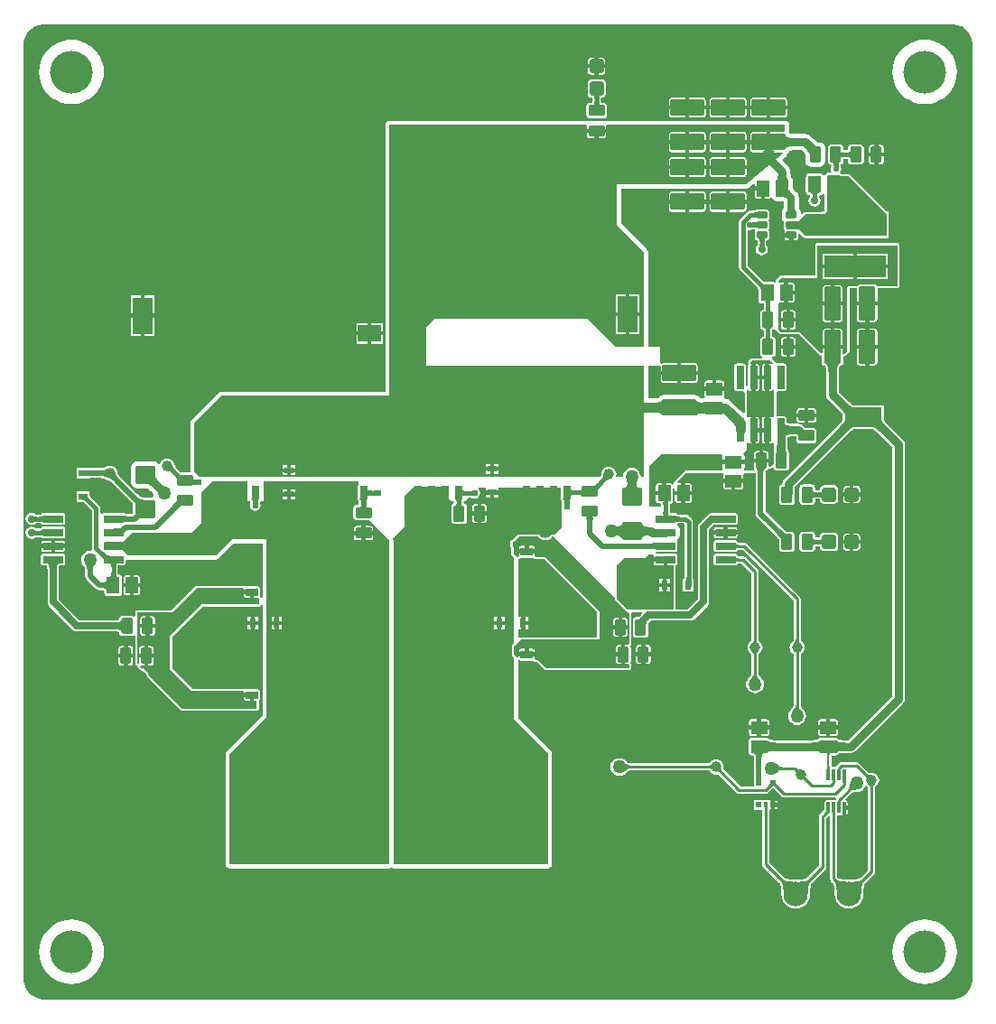
<source format=gtl>
G04*
G04 #@! TF.GenerationSoftware,Altium Limited,Altium Designer,20.1.11 (218)*
G04*
G04 Layer_Physical_Order=1*
G04 Layer_Color=255*
%FSAX24Y24*%
%MOIN*%
G70*
G04*
G04 #@! TF.SameCoordinates,00CC2090-7CFA-4186-AAFC-0D957EDE3CA2*
G04*
G04*
G04 #@! TF.FilePolarity,Positive*
G04*
G01*
G75*
%ADD11C,0.0100*%
%ADD15C,0.0060*%
G04:AMPARAMS|DCode=47|XSize=63mil|YSize=124mil|CornerRadius=4.7mil|HoleSize=0mil|Usage=FLASHONLY|Rotation=270.000|XOffset=0mil|YOffset=0mil|HoleType=Round|Shape=RoundedRectangle|*
%AMROUNDEDRECTD47*
21,1,0.0630,0.1146,0,0,270.0*
21,1,0.0535,0.1240,0,0,270.0*
1,1,0.0094,-0.0573,-0.0268*
1,1,0.0094,-0.0573,0.0268*
1,1,0.0094,0.0573,0.0268*
1,1,0.0094,0.0573,-0.0268*
%
%ADD47ROUNDEDRECTD47*%
G04:AMPARAMS|DCode=48|XSize=49.2mil|YSize=63mil|CornerRadius=4.9mil|HoleSize=0mil|Usage=FLASHONLY|Rotation=90.000|XOffset=0mil|YOffset=0mil|HoleType=Round|Shape=RoundedRectangle|*
%AMROUNDEDRECTD48*
21,1,0.0492,0.0531,0,0,90.0*
21,1,0.0394,0.0630,0,0,90.0*
1,1,0.0098,0.0266,0.0197*
1,1,0.0098,0.0266,-0.0197*
1,1,0.0098,-0.0266,-0.0197*
1,1,0.0098,-0.0266,0.0197*
%
%ADD48ROUNDEDRECTD48*%
G04:AMPARAMS|DCode=49|XSize=41.3mil|YSize=59.1mil|CornerRadius=4.1mil|HoleSize=0mil|Usage=FLASHONLY|Rotation=270.000|XOffset=0mil|YOffset=0mil|HoleType=Round|Shape=RoundedRectangle|*
%AMROUNDEDRECTD49*
21,1,0.0413,0.0508,0,0,270.0*
21,1,0.0331,0.0591,0,0,270.0*
1,1,0.0083,-0.0254,-0.0165*
1,1,0.0083,-0.0254,0.0165*
1,1,0.0083,0.0254,0.0165*
1,1,0.0083,0.0254,-0.0165*
%
%ADD49ROUNDEDRECTD49*%
G04:AMPARAMS|DCode=50|XSize=41.3mil|YSize=59.1mil|CornerRadius=4.1mil|HoleSize=0mil|Usage=FLASHONLY|Rotation=180.000|XOffset=0mil|YOffset=0mil|HoleType=Round|Shape=RoundedRectangle|*
%AMROUNDEDRECTD50*
21,1,0.0413,0.0508,0,0,180.0*
21,1,0.0331,0.0591,0,0,180.0*
1,1,0.0083,-0.0165,0.0254*
1,1,0.0083,0.0165,0.0254*
1,1,0.0083,0.0165,-0.0254*
1,1,0.0083,-0.0165,-0.0254*
%
%ADD50ROUNDEDRECTD50*%
G04:AMPARAMS|DCode=51|XSize=86.6mil|YSize=27.6mil|CornerRadius=2.1mil|HoleSize=0mil|Usage=FLASHONLY|Rotation=90.000|XOffset=0mil|YOffset=0mil|HoleType=Round|Shape=RoundedRectangle|*
%AMROUNDEDRECTD51*
21,1,0.0866,0.0234,0,0,90.0*
21,1,0.0825,0.0276,0,0,90.0*
1,1,0.0041,0.0117,0.0412*
1,1,0.0041,0.0117,-0.0412*
1,1,0.0041,-0.0117,-0.0412*
1,1,0.0041,-0.0117,0.0412*
%
%ADD51ROUNDEDRECTD51*%
%ADD52C,0.0394*%
G04:AMPARAMS|DCode=53|XSize=51.2mil|YSize=51.2mil|CornerRadius=5.1mil|HoleSize=0mil|Usage=FLASHONLY|Rotation=0.000|XOffset=0mil|YOffset=0mil|HoleType=Round|Shape=RoundedRectangle|*
%AMROUNDEDRECTD53*
21,1,0.0512,0.0409,0,0,0.0*
21,1,0.0409,0.0512,0,0,0.0*
1,1,0.0102,0.0205,-0.0205*
1,1,0.0102,-0.0205,-0.0205*
1,1,0.0102,-0.0205,0.0205*
1,1,0.0102,0.0205,0.0205*
%
%ADD53ROUNDEDRECTD53*%
G04:AMPARAMS|DCode=54|XSize=51.2mil|YSize=51.2mil|CornerRadius=5.1mil|HoleSize=0mil|Usage=FLASHONLY|Rotation=90.000|XOffset=0mil|YOffset=0mil|HoleType=Round|Shape=RoundedRectangle|*
%AMROUNDEDRECTD54*
21,1,0.0512,0.0409,0,0,90.0*
21,1,0.0409,0.0512,0,0,90.0*
1,1,0.0102,0.0205,0.0205*
1,1,0.0102,0.0205,-0.0205*
1,1,0.0102,-0.0205,-0.0205*
1,1,0.0102,-0.0205,0.0205*
%
%ADD54ROUNDEDRECTD54*%
G04:AMPARAMS|DCode=55|XSize=49.2mil|YSize=63mil|CornerRadius=4.9mil|HoleSize=0mil|Usage=FLASHONLY|Rotation=0.000|XOffset=0mil|YOffset=0mil|HoleType=Round|Shape=RoundedRectangle|*
%AMROUNDEDRECTD55*
21,1,0.0492,0.0531,0,0,0.0*
21,1,0.0394,0.0630,0,0,0.0*
1,1,0.0098,0.0197,-0.0266*
1,1,0.0098,-0.0197,-0.0266*
1,1,0.0098,-0.0197,0.0266*
1,1,0.0098,0.0197,0.0266*
%
%ADD55ROUNDEDRECTD55*%
G04:AMPARAMS|DCode=56|XSize=63mil|YSize=124mil|CornerRadius=4.7mil|HoleSize=0mil|Usage=FLASHONLY|Rotation=180.000|XOffset=0mil|YOffset=0mil|HoleType=Round|Shape=RoundedRectangle|*
%AMROUNDEDRECTD56*
21,1,0.0630,0.1146,0,0,180.0*
21,1,0.0535,0.1240,0,0,180.0*
1,1,0.0094,-0.0268,0.0573*
1,1,0.0094,0.0268,0.0573*
1,1,0.0094,0.0268,-0.0573*
1,1,0.0094,-0.0268,-0.0573*
%
%ADD56ROUNDEDRECTD56*%
G04:AMPARAMS|DCode=57|XSize=74.8mil|YSize=68.9mil|CornerRadius=6.9mil|HoleSize=0mil|Usage=FLASHONLY|Rotation=0.000|XOffset=0mil|YOffset=0mil|HoleType=Round|Shape=RoundedRectangle|*
%AMROUNDEDRECTD57*
21,1,0.0748,0.0551,0,0,0.0*
21,1,0.0610,0.0689,0,0,0.0*
1,1,0.0138,0.0305,-0.0276*
1,1,0.0138,-0.0305,-0.0276*
1,1,0.0138,-0.0305,0.0276*
1,1,0.0138,0.0305,0.0276*
%
%ADD57ROUNDEDRECTD57*%
%ADD58R,0.1795X0.1596*%
G04:AMPARAMS|DCode=59|XSize=29.5mil|YSize=47.2mil|CornerRadius=3mil|HoleSize=0mil|Usage=FLASHONLY|Rotation=180.000|XOffset=0mil|YOffset=0mil|HoleType=Round|Shape=RoundedRectangle|*
%AMROUNDEDRECTD59*
21,1,0.0295,0.0413,0,0,180.0*
21,1,0.0236,0.0472,0,0,180.0*
1,1,0.0059,-0.0118,0.0207*
1,1,0.0059,0.0118,0.0207*
1,1,0.0059,0.0118,-0.0207*
1,1,0.0059,-0.0118,-0.0207*
%
%ADD59ROUNDEDRECTD59*%
%ADD60R,0.2283X0.0827*%
%ADD61R,0.0728X0.1358*%
%ADD62R,0.1358X0.0728*%
G04:AMPARAMS|DCode=63|XSize=23.6mil|YSize=39.4mil|CornerRadius=2mil|HoleSize=0mil|Usage=FLASHONLY|Rotation=270.000|XOffset=0mil|YOffset=0mil|HoleType=Round|Shape=RoundedRectangle|*
%AMROUNDEDRECTD63*
21,1,0.0236,0.0354,0,0,270.0*
21,1,0.0196,0.0394,0,0,270.0*
1,1,0.0040,-0.0177,-0.0098*
1,1,0.0040,-0.0177,0.0098*
1,1,0.0040,0.0177,0.0098*
1,1,0.0040,0.0177,-0.0098*
%
%ADD63ROUNDEDRECTD63*%
G04:AMPARAMS|DCode=64|XSize=28.3mil|YSize=74.8mil|CornerRadius=2.1mil|HoleSize=0mil|Usage=FLASHONLY|Rotation=270.000|XOffset=0mil|YOffset=0mil|HoleType=Round|Shape=RoundedRectangle|*
%AMROUNDEDRECTD64*
21,1,0.0283,0.0706,0,0,270.0*
21,1,0.0241,0.0748,0,0,270.0*
1,1,0.0043,-0.0353,-0.0120*
1,1,0.0043,-0.0353,0.0120*
1,1,0.0043,0.0353,0.0120*
1,1,0.0043,0.0353,-0.0120*
%
%ADD64ROUNDEDRECTD64*%
%ADD65R,0.0197X0.0197*%
%ADD66R,0.0157X0.0197*%
G04:AMPARAMS|DCode=67|XSize=11.8mil|YSize=39.4mil|CornerRadius=0.9mil|HoleSize=0mil|Usage=FLASHONLY|Rotation=0.000|XOffset=0mil|YOffset=0mil|HoleType=Round|Shape=RoundedRectangle|*
%AMROUNDEDRECTD67*
21,1,0.0118,0.0376,0,0,0.0*
21,1,0.0100,0.0394,0,0,0.0*
1,1,0.0018,0.0050,-0.0188*
1,1,0.0018,-0.0050,-0.0188*
1,1,0.0018,-0.0050,0.0188*
1,1,0.0018,0.0050,0.0188*
%
%ADD67ROUNDEDRECTD67*%
G04:AMPARAMS|DCode=68|XSize=29.5mil|YSize=47.2mil|CornerRadius=3mil|HoleSize=0mil|Usage=FLASHONLY|Rotation=270.000|XOffset=0mil|YOffset=0mil|HoleType=Round|Shape=RoundedRectangle|*
%AMROUNDEDRECTD68*
21,1,0.0295,0.0413,0,0,270.0*
21,1,0.0236,0.0472,0,0,270.0*
1,1,0.0059,-0.0207,-0.0118*
1,1,0.0059,-0.0207,0.0118*
1,1,0.0059,0.0207,0.0118*
1,1,0.0059,0.0207,-0.0118*
%
%ADD68ROUNDEDRECTD68*%
%ADD69R,0.1596X0.1795*%
%ADD70R,0.0858X0.0642*%
%ADD71R,0.0248X0.0327*%
%ADD72R,0.0327X0.0248*%
%ADD73C,0.0150*%
%ADD74C,0.0200*%
%ADD75C,0.0350*%
%ADD76C,0.0300*%
%ADD77C,0.0250*%
%ADD78C,0.0080*%
%ADD79C,0.0906*%
%ADD80C,0.1575*%
%ADD81C,0.0600*%
%ADD82C,0.0500*%
%ADD83C,0.0220*%
%ADD84C,0.0280*%
%ADD85C,0.0240*%
G36*
X034676Y036183D02*
X034818Y036125D01*
X034946Y036039D01*
X035055Y035931D01*
X035140Y035803D01*
X035199Y035661D01*
X035229Y035510D01*
Y035433D01*
Y000984D01*
Y000907D01*
X035199Y000757D01*
X035140Y000615D01*
X035055Y000487D01*
X034946Y000378D01*
X034818Y000293D01*
X034676Y000234D01*
X034526Y000204D01*
X000907D01*
X000757Y000234D01*
X000615Y000293D01*
X000487Y000378D01*
X000378Y000487D01*
X000293Y000615D01*
X000234Y000757D01*
X000204Y000907D01*
Y000984D01*
Y035433D01*
Y035510D01*
X000234Y035661D01*
X000293Y035803D01*
X000378Y035931D01*
X000487Y036039D01*
X000615Y036125D01*
X000757Y036183D01*
X000907Y036213D01*
X034526D01*
X034676Y036183D01*
D02*
G37*
%LPC*%
G36*
X021555Y034981D02*
X021425D01*
Y034738D01*
X021668D01*
Y034868D01*
X021659Y034911D01*
X021635Y034948D01*
X021598Y034973D01*
X021555Y034981D01*
D02*
G37*
G36*
X021275D02*
X021145D01*
X021102Y034973D01*
X021065Y034948D01*
X021041Y034911D01*
X021032Y034868D01*
Y034738D01*
X021275D01*
Y034981D01*
D02*
G37*
G36*
X021668Y034588D02*
X021425D01*
Y034345D01*
X021555D01*
X021598Y034354D01*
X021635Y034379D01*
X021659Y034415D01*
X021668Y034459D01*
Y034588D01*
D02*
G37*
G36*
X021275D02*
X021032D01*
Y034459D01*
X021041Y034415D01*
X021065Y034379D01*
X021102Y034354D01*
X021145Y034345D01*
X021275D01*
Y034588D01*
D02*
G37*
G36*
X033465Y035640D02*
X033278Y035625D01*
X033097Y035582D01*
X032924Y035510D01*
X032764Y035412D01*
X032622Y035291D01*
X032501Y035149D01*
X032403Y034990D01*
X032332Y034817D01*
X032288Y034635D01*
X032273Y034449D01*
X032288Y034262D01*
X032332Y034081D01*
X032403Y033908D01*
X032501Y033749D01*
X032622Y033607D01*
X032764Y033485D01*
X032924Y033388D01*
X033097Y033316D01*
X033278Y033272D01*
X033465Y033258D01*
X033651Y033272D01*
X033833Y033316D01*
X034005Y033388D01*
X034165Y033485D01*
X034307Y033607D01*
X034428Y033749D01*
X034526Y033908D01*
X034597Y034081D01*
X034641Y034262D01*
X034656Y034449D01*
X034641Y034635D01*
X034597Y034817D01*
X034526Y034990D01*
X034428Y035149D01*
X034307Y035291D01*
X034165Y035412D01*
X034005Y035510D01*
X033833Y035582D01*
X033651Y035625D01*
X033465Y035640D01*
D02*
G37*
G36*
X001969D02*
X001782Y035625D01*
X001600Y035582D01*
X001428Y035510D01*
X001268Y035412D01*
X001126Y035291D01*
X001005Y035149D01*
X000907Y034990D01*
X000836Y034817D01*
X000792Y034635D01*
X000777Y034449D01*
X000792Y034262D01*
X000836Y034081D01*
X000907Y033908D01*
X001005Y033749D01*
X001126Y033607D01*
X001268Y033485D01*
X001428Y033388D01*
X001600Y033316D01*
X001782Y033272D01*
X001969Y033258D01*
X002155Y033272D01*
X002337Y033316D01*
X002509Y033388D01*
X002669Y033485D01*
X002811Y033607D01*
X002932Y033749D01*
X003030Y033908D01*
X003101Y034081D01*
X003145Y034262D01*
X003160Y034449D01*
X003145Y034635D01*
X003101Y034817D01*
X003030Y034990D01*
X002932Y035149D01*
X002811Y035291D01*
X002669Y035412D01*
X002509Y035510D01*
X002337Y035582D01*
X002155Y035625D01*
X001969Y035640D01*
D02*
G37*
G36*
X028273Y033517D02*
X027775D01*
Y033215D01*
X028382D01*
Y033407D01*
X028374Y033449D01*
X028350Y033485D01*
X028315Y033509D01*
X028273Y033517D01*
D02*
G37*
G36*
X026773D02*
X026275D01*
Y033215D01*
X026882D01*
Y033407D01*
X026874Y033449D01*
X026850Y033485D01*
X026815Y033509D01*
X026773Y033517D01*
D02*
G37*
G36*
X025273D02*
X024775D01*
Y033215D01*
X025382D01*
Y033407D01*
X025374Y033449D01*
X025350Y033485D01*
X025315Y033509D01*
X025273Y033517D01*
D02*
G37*
G36*
X027625D02*
X027127D01*
X027085Y033509D01*
X027050Y033485D01*
X027026Y033449D01*
X027018Y033407D01*
Y033215D01*
X027625D01*
Y033517D01*
D02*
G37*
G36*
X026125D02*
X025627D01*
X025585Y033509D01*
X025550Y033485D01*
X025526Y033449D01*
X025518Y033407D01*
Y033215D01*
X026125D01*
Y033517D01*
D02*
G37*
G36*
X024625D02*
X024127D01*
X024085Y033509D01*
X024050Y033485D01*
X024026Y033449D01*
X024018Y033407D01*
Y033215D01*
X024625D01*
Y033517D01*
D02*
G37*
G36*
X028382Y033065D02*
X027775D01*
Y032763D01*
X028273D01*
X028315Y032771D01*
X028350Y032795D01*
X028374Y032830D01*
X028382Y032872D01*
Y033065D01*
D02*
G37*
G36*
X027625D02*
X027018D01*
Y032872D01*
X027026Y032830D01*
X027050Y032795D01*
X027085Y032771D01*
X027127Y032763D01*
X027625D01*
Y033065D01*
D02*
G37*
G36*
X026882D02*
X026275D01*
Y032763D01*
X026773D01*
X026815Y032771D01*
X026850Y032795D01*
X026874Y032830D01*
X026882Y032872D01*
Y033065D01*
D02*
G37*
G36*
X026125D02*
X025518D01*
Y032872D01*
X025526Y032830D01*
X025550Y032795D01*
X025585Y032771D01*
X025627Y032763D01*
X026125D01*
Y033065D01*
D02*
G37*
G36*
X025382D02*
X024775D01*
Y032763D01*
X025273D01*
X025315Y032771D01*
X025350Y032795D01*
X025374Y032830D01*
X025382Y032872D01*
Y033065D01*
D02*
G37*
G36*
X024625D02*
X024018D01*
Y032872D01*
X024026Y032830D01*
X024050Y032795D01*
X024085Y032771D01*
X024127Y032763D01*
X024625D01*
Y033065D01*
D02*
G37*
G36*
X021555Y034175D02*
X021145D01*
X021094Y034165D01*
X021051Y034136D01*
X021022Y034093D01*
X021012Y034041D01*
Y033632D01*
X021022Y033581D01*
X021051Y033537D01*
X021094Y033508D01*
X021145Y033498D01*
X021186D01*
X021188Y033491D01*
X021191Y033475D01*
X021192Y033464D01*
Y033349D01*
X021191Y033338D01*
X021188Y033322D01*
X021186Y033315D01*
X021096D01*
X021049Y033306D01*
X021009Y033279D01*
X020982Y033239D01*
X020972Y033191D01*
Y032861D01*
X020982Y032813D01*
X021009Y032773D01*
X021049Y032746D01*
X021096Y032737D01*
X021604D01*
X021651Y032746D01*
X021691Y032773D01*
X021718Y032813D01*
X021728Y032861D01*
Y033191D01*
X021718Y033239D01*
X021691Y033279D01*
X021651Y033306D01*
X021604Y033315D01*
X021514D01*
X021512Y033322D01*
X021509Y033338D01*
X021508Y033349D01*
Y033464D01*
X021509Y033475D01*
X021512Y033491D01*
X021514Y033498D01*
X021555D01*
X021606Y033508D01*
X021649Y033537D01*
X021678Y033581D01*
X021688Y033632D01*
Y034041D01*
X021678Y034093D01*
X021649Y034136D01*
X021606Y034165D01*
X021555Y034175D01*
D02*
G37*
G36*
X028310Y032653D02*
X021741D01*
X021728Y032650D01*
X021716Y032651D01*
X021699Y032645D01*
X021682Y032641D01*
X021672Y032634D01*
X021660Y032630D01*
X021654Y032624D01*
X021604Y032634D01*
X021096D01*
X021046Y032624D01*
X021040Y032630D01*
X021028Y032634D01*
X021018Y032641D01*
X021001Y032645D01*
X020984Y032651D01*
X020972Y032650D01*
X020959Y032653D01*
X013700D01*
X013641Y032641D01*
X013592Y032608D01*
X013559Y032559D01*
X013547Y032500D01*
X013547Y024700D01*
Y022653D01*
X007500D01*
X007441Y022641D01*
X007392Y022608D01*
X006392Y021608D01*
X006359Y021559D01*
X006347Y021500D01*
Y019700D01*
X006318Y019665D01*
X006007D01*
X005991Y019676D01*
X005948Y019713D01*
X005836Y019825D01*
X005832Y019830D01*
X005821Y019844D01*
X005812Y019858D01*
X005803Y019873D01*
X005795Y019889D01*
X005788Y019906D01*
X005782Y019923D01*
X005777Y019941D01*
X005771Y019962D01*
X005771Y019963D01*
X005770Y019972D01*
X005742Y020040D01*
X005697Y020097D01*
X005640Y020142D01*
X005572Y020170D01*
X005500Y020179D01*
X005428Y020170D01*
X005360Y020142D01*
X005303Y020097D01*
X005258Y020040D01*
X005238Y019991D01*
X005187Y019982D01*
X005183Y019983D01*
X005163Y020013D01*
X005091Y020062D01*
X005005Y020079D01*
X004395D01*
X004309Y020062D01*
X004237Y020013D01*
X004189Y019941D01*
X004172Y019856D01*
Y019304D01*
X004189Y019219D01*
X004237Y019147D01*
X004309Y019098D01*
X004395Y019081D01*
X004771D01*
X004771Y019081D01*
X004809Y019055D01*
X004910Y018969D01*
X004952Y018929D01*
X004972Y018907D01*
X004996Y018880D01*
X004999Y018875D01*
X005010Y018796D01*
X005008Y018789D01*
X004975Y018747D01*
X004566D01*
X004555Y018754D01*
X004526Y018773D01*
X004408Y018871D01*
X003830Y019450D01*
X003830Y019450D01*
X003736Y019543D01*
X003712Y019572D01*
X003698Y019590D01*
X003685Y019608D01*
X003676Y019625D01*
X003668Y019640D01*
X003663Y019654D01*
X003659Y019665D01*
X003656Y019679D01*
X003654Y019685D01*
X003651Y019711D01*
X003623Y019779D01*
X003579Y019836D01*
X003521Y019881D01*
X003453Y019909D01*
X003381Y019918D01*
X003309Y019909D01*
X003241Y019881D01*
X003220Y019864D01*
X003215Y019862D01*
X003203Y019854D01*
X003192Y019848D01*
X003179Y019843D01*
X003163Y019837D01*
X003144Y019833D01*
X003123Y019828D01*
X003100Y019825D01*
X003063Y019822D01*
X002666D01*
X002664Y019823D01*
X002643Y019824D01*
Y019843D01*
X002564D01*
X002562Y019843D01*
X002561Y019843D01*
X002559Y019843D01*
X002558Y019843D01*
X002157D01*
Y019435D01*
X002558D01*
X002559Y019435D01*
X002561Y019435D01*
X002562Y019435D01*
X002564Y019435D01*
X002643D01*
Y019452D01*
X002699Y019455D01*
X003063D01*
X003100Y019453D01*
X003123Y019450D01*
X003144Y019445D01*
X003163Y019441D01*
X003179Y019435D01*
X003192Y019430D01*
X003203Y019424D01*
X003215Y019416D01*
X003220Y019414D01*
X003241Y019397D01*
X003309Y019369D01*
X003335Y019366D01*
X003341Y019364D01*
X003355Y019361D01*
X003367Y019357D01*
X003380Y019352D01*
X003395Y019345D01*
X003412Y019335D01*
X003430Y019323D01*
X003448Y019308D01*
X003477Y019284D01*
X003570Y019190D01*
X004163Y018597D01*
X004199Y018559D01*
X004225Y018527D01*
X004243Y018501D01*
Y018144D01*
X004233Y018134D01*
X004014D01*
X003971Y018137D01*
X003953Y018139D01*
X003941Y018142D01*
X003939Y018143D01*
X003938Y018144D01*
X003931Y018148D01*
X003924Y018154D01*
X003918Y018157D01*
X003912Y018161D01*
X003911Y018161D01*
X003904Y018166D01*
X003865Y018174D01*
X003159D01*
X003120Y018166D01*
X003086Y018143D01*
X003085Y018141D01*
X003035Y018156D01*
Y018335D01*
X003022Y018395D01*
X002988Y018446D01*
X002700Y018734D01*
X002676Y018761D01*
X002658Y018782D01*
X002645Y018801D01*
X002643Y018805D01*
Y018863D01*
X002644Y018865D01*
X002643Y018866D01*
Y018965D01*
X002415D01*
X002400Y018968D01*
X002385Y018965D01*
X002157D01*
Y018557D01*
X002363D01*
X002365Y018557D01*
X002366Y018557D01*
X002419D01*
X002436Y018545D01*
X002480Y018508D01*
X002718Y018269D01*
Y016874D01*
X002729Y016823D01*
X002709Y016791D01*
X002694Y016777D01*
X002650Y016783D01*
X002564Y016772D01*
X002484Y016738D01*
X002415Y016685D01*
X002362Y016616D01*
X002328Y016536D01*
X002317Y016450D01*
X002328Y016364D01*
X002362Y016284D01*
X002415Y016215D01*
X002421Y016210D01*
X002427Y016203D01*
X002436Y016193D01*
X002443Y016181D01*
X002449Y016169D01*
X002455Y016156D01*
X002459Y016142D01*
X002463Y016126D01*
X002466Y016109D01*
X002466Y016105D01*
Y015850D01*
X002480Y015780D01*
X002520Y015720D01*
X002870Y015370D01*
X002930Y015330D01*
X003000Y015316D01*
X003097D01*
X003114Y015315D01*
X003137Y015311D01*
X003155Y015307D01*
X003166Y015302D01*
X003169Y015300D01*
Y015234D01*
X003179Y015184D01*
X003208Y015141D01*
X003250Y015113D01*
X003301Y015103D01*
X003694D01*
X003745Y015113D01*
X003788Y015141D01*
X003816Y015184D01*
X003826Y015234D01*
Y015766D01*
X003816Y015816D01*
X003788Y015859D01*
X003745Y015887D01*
X003694Y015897D01*
X003676D01*
X003674Y015905D01*
X003671Y015920D01*
X003670Y015931D01*
Y016191D01*
X003671Y016202D01*
X003674Y016218D01*
X003676Y016226D01*
X003865D01*
X003904Y016234D01*
X003938Y016257D01*
X003960Y016290D01*
X003968Y016330D01*
Y016419D01*
X004018Y016453D01*
X004050Y016447D01*
X007300D01*
X007359Y016459D01*
X007408Y016492D01*
X007963Y017047D01*
X009025D01*
Y015047D01*
X008975Y015041D01*
X008975Y015041D01*
X008975Y015041D01*
X008966Y015054D01*
X008958Y015067D01*
X008957Y015067D01*
X008957Y015067D01*
X008946Y015078D01*
X008937Y015084D01*
X008932Y015089D01*
X008940Y015130D01*
Y015366D01*
X008932Y015408D01*
X008908Y015445D01*
X008871Y015469D01*
X008829Y015477D01*
X008415D01*
X008373Y015469D01*
X008354Y015456D01*
X008346Y015458D01*
X008338Y015463D01*
X008331Y015469D01*
X008325Y015472D01*
X008319Y015475D01*
X008310Y015477D01*
X008302Y015480D01*
X008295Y015480D01*
X008288Y015482D01*
X006600Y015482D01*
X006569Y015475D01*
X006542Y015458D01*
X006542Y015458D01*
X005666Y014582D01*
X004400D01*
X004369Y014575D01*
X004342Y014558D01*
X004325Y014531D01*
X004318Y014500D01*
Y014369D01*
X004299Y014357D01*
X004268Y014347D01*
X004237Y014368D01*
X004189Y014378D01*
X003859D01*
X003811Y014368D01*
X003771Y014341D01*
X003744Y014301D01*
X003735Y014254D01*
Y014241D01*
X003734Y014240D01*
X003729Y014235D01*
X003719Y014229D01*
X003702Y014222D01*
X003679Y014216D01*
X003648Y014211D01*
X003626Y014209D01*
X002263D01*
X001497Y014976D01*
Y016116D01*
X001499Y016138D01*
X001504Y016169D01*
X001510Y016193D01*
X001517Y016209D01*
X001523Y016219D01*
X001527Y016224D01*
X001530Y016226D01*
X001532Y016226D01*
X001641D01*
X001680Y016234D01*
X001714Y016257D01*
X001736Y016290D01*
X001744Y016330D01*
Y016570D01*
X001736Y016610D01*
X001714Y016643D01*
X001680Y016666D01*
X001641Y016674D01*
X000935D01*
X000896Y016666D01*
X000862Y016643D01*
X000840Y016610D01*
X000832Y016570D01*
Y016330D01*
X000840Y016290D01*
X000862Y016257D01*
X000896Y016234D01*
X000935Y016226D01*
X001044D01*
X001046Y016226D01*
X001048Y016224D01*
X001052Y016219D01*
X001058Y016209D01*
X001065Y016193D01*
X001072Y016169D01*
X001077Y016138D01*
X001079Y016116D01*
Y014889D01*
X001079Y014889D01*
X001095Y014809D01*
X001140Y014741D01*
X002029Y013852D01*
X002029Y013852D01*
X002097Y013807D01*
X002177Y013791D01*
X002177Y013791D01*
X003626D01*
X003648Y013789D01*
X003679Y013784D01*
X003702Y013778D01*
X003719Y013771D01*
X003729Y013765D01*
X003734Y013760D01*
X003735Y013759D01*
Y013746D01*
X003744Y013699D01*
X003771Y013659D01*
X003811Y013632D01*
X003859Y013622D01*
X004189D01*
X004237Y013632D01*
X004268Y013653D01*
X004299Y013643D01*
X004318Y013631D01*
X004318Y012613D01*
X004320Y012605D01*
X004320Y012597D01*
X004323Y012590D01*
X004325Y012582D01*
X004329Y012575D01*
X004332Y012568D01*
X004338Y012562D01*
X004342Y012555D01*
X004349Y012551D01*
X004355Y012545D01*
X004369Y012535D01*
X004369Y012535D01*
X004369Y012535D01*
X004384Y012529D01*
X004399Y012523D01*
X004405Y012506D01*
X004409Y012494D01*
X004411Y012483D01*
X004413Y012479D01*
X004414Y012475D01*
X004422Y012466D01*
X004429Y012456D01*
X004520Y012365D01*
X004529Y012359D01*
X004537Y012352D01*
X004542Y012350D01*
X004546Y012347D01*
X004557Y012345D01*
X004560Y012344D01*
X004625Y012317D01*
X004677Y012277D01*
X004717Y012225D01*
X004744Y012160D01*
X004745Y012157D01*
X004747Y012146D01*
X004750Y012142D01*
X004752Y012137D01*
X004759Y012129D01*
X004765Y012120D01*
X005992Y010892D01*
X006019Y010875D01*
X006050Y010868D01*
X006050Y010868D01*
X008800D01*
X008831Y010875D01*
X008858Y010892D01*
X008875Y010919D01*
X008882Y010950D01*
Y011235D01*
X008908Y011253D01*
X008932Y011289D01*
X008940Y011332D01*
Y011568D01*
X008932Y011611D01*
X008908Y011647D01*
X008871Y011671D01*
X008829Y011680D01*
X008415D01*
X008373Y011671D01*
X008354Y011659D01*
X008346Y011664D01*
X008336Y011672D01*
X008332Y011673D01*
X008329Y011675D01*
X008317Y011678D01*
X008306Y011681D01*
X008302Y011681D01*
X008298Y011682D01*
X006434D01*
X005682Y012434D01*
Y013616D01*
X006784Y014718D01*
X008900D01*
X008931Y014725D01*
X008958Y014742D01*
X008975Y014769D01*
X009025Y014762D01*
Y010691D01*
X007692Y009358D01*
X007659Y009309D01*
X007647Y009250D01*
X007647Y005200D01*
X007659Y005141D01*
X007692Y005092D01*
X007741Y005059D01*
X007800Y005047D01*
X013700Y005047D01*
X013759Y005059D01*
X013776Y005071D01*
X013794Y005059D01*
X013853Y005047D01*
X019550D01*
X019609Y005059D01*
X019658Y005092D01*
X019691Y005141D01*
X019703Y005200D01*
Y009300D01*
X019691Y009359D01*
X019658Y009408D01*
X018453Y010613D01*
Y012724D01*
X018465Y012733D01*
X018503Y012746D01*
X018529Y012729D01*
X018571Y012720D01*
X018985D01*
X019015Y012726D01*
X019025Y012708D01*
X019032Y012700D01*
X019038Y012690D01*
X019042Y012687D01*
X019045Y012684D01*
X019055Y012679D01*
X019065Y012672D01*
X019069Y012671D01*
X019073Y012669D01*
X019085Y012668D01*
X019096Y012666D01*
X019169D01*
X019442Y012392D01*
X019442Y012392D01*
X019469Y012375D01*
X019500Y012368D01*
X019500Y012368D01*
X022550D01*
X022581Y012375D01*
X022608Y012392D01*
X022625Y012419D01*
X022632Y012450D01*
Y012559D01*
X022630Y012566D01*
X022630Y012573D01*
X022627Y012581D01*
X022625Y012590D01*
X022622Y012596D01*
X022619Y012602D01*
X022613Y012609D01*
X022608Y012617D01*
X022604Y012649D01*
X022613Y012696D01*
Y013204D01*
X022604Y013251D01*
X022608Y013283D01*
X022613Y013291D01*
X022619Y013298D01*
X022622Y013304D01*
X022625Y013310D01*
X022627Y013319D01*
X022630Y013327D01*
X022630Y013334D01*
X022632Y013341D01*
Y014477D01*
X022661Y014500D01*
X022677Y014507D01*
X023023D01*
X023042Y014461D01*
X023008Y014427D01*
X022981Y014402D01*
X022946Y014373D01*
X022915Y014350D01*
X022888Y014333D01*
X022878Y014328D01*
X022811D01*
X022763Y014318D01*
X022723Y014291D01*
X022696Y014251D01*
X022687Y014204D01*
Y013696D01*
X022696Y013649D01*
X022723Y013609D01*
X022763Y013582D01*
X022811Y013572D01*
X023141D01*
X023189Y013582D01*
X023229Y013609D01*
X023256Y013649D01*
X023265Y013696D01*
Y014072D01*
X023273Y014084D01*
X023360Y014188D01*
X023363Y014191D01*
X024800D01*
X024800Y014191D01*
X024880Y014207D01*
X024948Y014252D01*
X025448Y014752D01*
X025448Y014752D01*
X025493Y014820D01*
X025509Y014900D01*
X025509Y014900D01*
Y017563D01*
X025687Y017741D01*
X025697D01*
X025710Y017740D01*
X025711Y017740D01*
X025713Y017739D01*
X025713Y017739D01*
X025720Y017734D01*
X025759Y017726D01*
X026465D01*
X026504Y017734D01*
X026538Y017757D01*
X026560Y017790D01*
X026568Y017830D01*
Y018070D01*
X026560Y018110D01*
X026538Y018143D01*
X026504Y018166D01*
X026465Y018174D01*
X025759D01*
X025720Y018166D01*
X025715Y018162D01*
X025662Y018159D01*
X025600D01*
X025520Y018143D01*
X025452Y018098D01*
X025152Y017798D01*
X025107Y017730D01*
X025091Y017650D01*
X025091Y017650D01*
Y014987D01*
X024713Y014609D01*
X024275D01*
Y016233D01*
X024280Y016234D01*
X024314Y016257D01*
X024336Y016290D01*
X024344Y016330D01*
Y016570D01*
X024336Y016610D01*
X024314Y016643D01*
X024280Y016666D01*
X024241Y016674D01*
X023535D01*
X023527Y016672D01*
X023523Y016678D01*
X023527Y016692D01*
X023551Y016726D01*
X024241D01*
X024280Y016734D01*
X024314Y016757D01*
X024336Y016790D01*
X024344Y016830D01*
Y017070D01*
X024336Y017110D01*
X024326Y017125D01*
X024316Y017148D01*
X024337Y017188D01*
X024364Y017206D01*
X024402Y017263D01*
X024415Y017330D01*
Y017570D01*
X024402Y017637D01*
X024364Y017694D01*
X024336Y017712D01*
X024328Y017729D01*
X024327Y017775D01*
X024328Y017776D01*
X024330Y017780D01*
X024332Y017781D01*
X024337Y017784D01*
X024346Y017787D01*
X024358Y017789D01*
X024373Y017791D01*
X024379Y017792D01*
X024567D01*
X024592Y017767D01*
Y015774D01*
X024591Y015766D01*
X024589Y015749D01*
X024588Y015743D01*
X024535D01*
Y015664D01*
X024535Y015662D01*
X024535Y015660D01*
Y015257D01*
X024943D01*
Y015660D01*
X024943Y015662D01*
X024943Y015664D01*
Y015743D01*
X024911D01*
X024908Y015774D01*
Y017833D01*
X024896Y017893D01*
X024862Y017945D01*
X024745Y018062D01*
X024693Y018096D01*
X024633Y018108D01*
X024379D01*
X024373Y018109D01*
X024358Y018111D01*
X024346Y018113D01*
X024337Y018116D01*
X024332Y018119D01*
X024330Y018120D01*
X024328Y018124D01*
X024320Y018133D01*
X024314Y018144D01*
X024310Y018146D01*
X024308Y018149D01*
X024297Y018154D01*
X024287Y018161D01*
X024287Y018161D01*
X024280Y018166D01*
X024241Y018174D01*
X024052D01*
X024049Y018182D01*
X024047Y018198D01*
X024046Y018209D01*
Y018469D01*
X024047Y018480D01*
X024049Y018495D01*
X024052Y018504D01*
X024095Y018513D01*
X024138Y018541D01*
X024166Y018584D01*
X024176Y018634D01*
Y019097D01*
X024194Y019108D01*
X024197Y019107D01*
X024244Y019079D01*
Y018975D01*
X024477D01*
Y019277D01*
X024363D01*
X024350Y019295D01*
X024340Y019325D01*
X024656Y019641D01*
X025972D01*
X025983Y019643D01*
X025995Y019644D01*
X025998Y019644D01*
X026011Y019643D01*
X026021Y019632D01*
X026035Y019596D01*
X026035Y019592D01*
X026031Y019587D01*
X026023Y019544D01*
Y019423D01*
X026400D01*
X026777D01*
Y019544D01*
X026769Y019587D01*
X026765Y019592D01*
X026765Y019596D01*
X026779Y019632D01*
X026789Y019643D01*
X026802Y019644D01*
X026805Y019644D01*
X026817Y019643D01*
X026828Y019641D01*
X027128D01*
X027138Y019643D01*
X027141Y019642D01*
X027142Y019643D01*
X027149Y019643D01*
X027154Y019646D01*
X027160Y019647D01*
X027166Y019651D01*
X027181Y019649D01*
X027188Y019647D01*
X027197Y019642D01*
X027216Y019625D01*
Y018150D01*
X027230Y018080D01*
X027270Y018020D01*
X028004Y017287D01*
X028037Y017251D01*
X028062Y017220D01*
X028081Y017193D01*
X028085Y017185D01*
Y016846D01*
X028094Y016799D01*
X028121Y016759D01*
X028161Y016732D01*
X028209Y016722D01*
X028539D01*
X028587Y016732D01*
X028627Y016759D01*
X028654Y016799D01*
X028663Y016846D01*
Y017354D01*
X028654Y017401D01*
X028627Y017441D01*
X028587Y017468D01*
X028539Y017478D01*
X028350D01*
X028348Y017479D01*
X028321Y017497D01*
X028261Y017548D01*
X027584Y018226D01*
Y019652D01*
X027585Y019669D01*
X027589Y019693D01*
X027594Y019711D01*
X027598Y019722D01*
X027599Y019724D01*
X027637Y019732D01*
X027677Y019759D01*
X027704Y019799D01*
X027753Y019804D01*
X027784Y019810D01*
X027810Y019828D01*
X027843Y019860D01*
X027889Y019836D01*
X027896Y019799D01*
X027923Y019759D01*
X027963Y019732D01*
X028011Y019722D01*
X028341D01*
X028389Y019732D01*
X028429Y019759D01*
X028456Y019799D01*
X028465Y019846D01*
Y020354D01*
X028460Y020380D01*
X028460Y020381D01*
X028459Y020383D01*
X028456Y020401D01*
X028450Y020410D01*
X028449Y020411D01*
X028439Y020429D01*
X028430Y020446D01*
X028423Y020467D01*
X028416Y020490D01*
X028409Y020517D01*
X028405Y020545D01*
X028398Y020628D01*
Y020964D01*
X028399Y020965D01*
X028421Y020974D01*
X028452Y020982D01*
X028490Y020989D01*
X028518Y020991D01*
X028713D01*
X028722Y020981D01*
Y020859D01*
X028732Y020811D01*
X028759Y020771D01*
X028799Y020744D01*
X028846Y020735D01*
X029354D01*
X029401Y020744D01*
X029441Y020771D01*
X029468Y020811D01*
X029478Y020859D01*
Y021189D01*
X029468Y021237D01*
X029441Y021277D01*
X029401Y021304D01*
X029354Y021313D01*
X029054D01*
X028976Y021391D01*
X028900Y021442D01*
X028810Y021460D01*
X028518D01*
X028490Y021463D01*
X028452Y021469D01*
X028421Y021477D01*
X028399Y021486D01*
X028385Y021495D01*
X028377Y021502D01*
X028373Y021508D01*
X028370Y021515D01*
X028370Y021519D01*
Y021638D01*
X028362Y021677D01*
X028340Y021711D01*
X028306Y021733D01*
X028267Y021741D01*
X028033D01*
X028032Y021740D01*
X027982Y021780D01*
X027982Y022620D01*
X028032Y022660D01*
X028033Y022659D01*
X028267D01*
X028306Y022667D01*
X028340Y022689D01*
X028362Y022723D01*
X028370Y022762D01*
Y023587D01*
X028362Y023626D01*
X028340Y023659D01*
X028306Y023682D01*
X028267Y023689D01*
X028033D01*
X028004Y023684D01*
X027999Y023684D01*
X027983Y023689D01*
X027951Y023714D01*
X027950Y023720D01*
X027947Y023724D01*
X027946Y023729D01*
X027938Y023737D01*
X027932Y023746D01*
X027821Y023858D01*
X027821Y023858D01*
X027826Y023914D01*
X027832Y023922D01*
X027839D01*
X027887Y023932D01*
X027927Y023959D01*
X027954Y023999D01*
X027963Y024046D01*
Y024554D01*
X027954Y024601D01*
X027927Y024641D01*
X027887Y024668D01*
X027839Y024678D01*
X027838D01*
X027836Y024685D01*
X027833Y024701D01*
X027832Y024711D01*
Y024889D01*
X027833Y024899D01*
X027836Y024915D01*
X027838Y024922D01*
X027839D01*
X027887Y024932D01*
X027918Y024953D01*
X027934Y024952D01*
X027954Y024946D01*
X027954Y024946D01*
X027971Y024935D01*
X027975Y024919D01*
X027992Y024892D01*
X027992Y024892D01*
X028092Y024792D01*
X028092Y024792D01*
X028119Y024775D01*
X028150Y024768D01*
X028150Y024768D01*
X028816Y024768D01*
X029579Y024005D01*
X029606Y023988D01*
X029637Y023981D01*
X029663Y023960D01*
Y023727D01*
X029673Y023678D01*
X029701Y023635D01*
X029743Y023607D01*
X029788Y023598D01*
X029790Y023596D01*
X029799Y023580D01*
X029809Y023556D01*
X029817Y023524D01*
X029823Y023484D01*
X029826Y023454D01*
Y022540D01*
X029844Y022450D01*
X029894Y022374D01*
X030306Y021963D01*
X030360Y021905D01*
X030399Y021856D01*
X030429Y021812D01*
X030441Y021792D01*
Y021658D01*
X030441Y021657D01*
X030441Y021655D01*
Y021608D01*
X030430Y021589D01*
X030400Y021546D01*
X030322Y021453D01*
X028265Y019397D01*
X028214Y019320D01*
X028196Y019231D01*
Y019225D01*
X028161Y019218D01*
X028121Y019191D01*
X028094Y019151D01*
X028085Y019104D01*
Y018596D01*
X028094Y018549D01*
X028121Y018509D01*
X028161Y018482D01*
X028209Y018472D01*
X028539D01*
X028587Y018482D01*
X028627Y018509D01*
X028654Y018549D01*
X028663Y018596D01*
Y018896D01*
X028665Y018907D01*
Y019134D01*
X030652Y021120D01*
X030708Y021172D01*
X030756Y021211D01*
X030800Y021241D01*
X030825Y021256D01*
X031575D01*
X031600Y021241D01*
X031643Y021212D01*
X031733Y021135D01*
X032265Y020603D01*
Y011415D01*
X030635Y009785D01*
X030438D01*
X030385Y009788D01*
X030353Y009793D01*
X030325Y009799D01*
X030303Y009806D01*
X030286Y009812D01*
X030276Y009818D01*
X030270Y009823D01*
X030264Y009831D01*
X030259Y009838D01*
X030216Y009866D01*
X030166Y009876D01*
X029634D01*
X029584Y009866D01*
X029541Y009838D01*
X029536Y009831D01*
X029530Y009823D01*
X029524Y009818D01*
X029514Y009812D01*
X029497Y009806D01*
X029475Y009799D01*
X029447Y009793D01*
X029415Y009788D01*
X029362Y009785D01*
X027888D01*
X027835Y009788D01*
X027803Y009793D01*
X027775Y009799D01*
X027753Y009806D01*
X027736Y009812D01*
X027726Y009818D01*
X027720Y009823D01*
X027714Y009831D01*
X027709Y009838D01*
X027666Y009866D01*
X027616Y009876D01*
X027084D01*
X027034Y009866D01*
X026991Y009838D01*
X026963Y009795D01*
X026953Y009744D01*
Y009351D01*
X026963Y009300D01*
X026991Y009258D01*
X027034Y009229D01*
X027084Y009219D01*
X027137D01*
X027139Y009216D01*
X027143Y009205D01*
X027148Y009187D01*
X027152Y009164D01*
X027153Y009147D01*
Y008277D01*
X027166Y008215D01*
Y008073D01*
X026665D01*
X026045Y008692D01*
X026043Y008695D01*
X026037Y008703D01*
X026034Y008709D01*
X026031Y008714D01*
X026030Y008717D01*
X026030Y008719D01*
X026039Y008790D01*
X026030Y008862D01*
X026002Y008930D01*
X025957Y008987D01*
X025900Y009032D01*
X025832Y009060D01*
X025760Y009069D01*
X025688Y009060D01*
X025620Y009032D01*
X025563Y008987D01*
X025535Y008952D01*
X025531Y008948D01*
X025527Y008943D01*
X025526Y008942D01*
X025525Y008941D01*
X025523Y008940D01*
X025519Y008938D01*
X025513Y008936D01*
X025506Y008934D01*
X025497Y008933D01*
X025492Y008933D01*
X022580D01*
X022571Y008934D01*
X022558Y008938D01*
X022544Y008944D01*
X022527Y008952D01*
X022509Y008963D01*
X022490Y008975D01*
X022445Y009011D01*
X022435Y009020D01*
X022433Y009023D01*
X022425Y009029D01*
X022421Y009032D01*
X022419Y009033D01*
X022364Y009076D01*
X022284Y009109D01*
X022197Y009120D01*
X022111Y009109D01*
X022031Y009076D01*
X021962Y009023D01*
X021909Y008954D01*
X021876Y008874D01*
X021865Y008788D01*
X021876Y008701D01*
X021909Y008621D01*
X021962Y008552D01*
X022031Y008499D01*
X022111Y008466D01*
X022197Y008455D01*
X022284Y008466D01*
X022364Y008499D01*
X022433Y008552D01*
X022443Y008565D01*
X022444Y008566D01*
X022466Y008589D01*
X022485Y008608D01*
X022503Y008624D01*
X022520Y008638D01*
X022536Y008648D01*
X022551Y008656D01*
X022564Y008662D01*
X022576Y008666D01*
X022585Y008667D01*
X025486D01*
X025491Y008667D01*
X025499Y008666D01*
X025506Y008664D01*
X025510Y008662D01*
X025512Y008661D01*
X025513Y008660D01*
X025515Y008657D01*
X025518Y008650D01*
X025563Y008593D01*
X025620Y008548D01*
X025688Y008520D01*
X025760Y008511D01*
X025831Y008520D01*
X025833Y008520D01*
X025836Y008519D01*
X025841Y008516D01*
X025847Y008513D01*
X025855Y008507D01*
X025858Y008504D01*
X026516Y007846D01*
X026559Y007818D01*
X026610Y007807D01*
X027582D01*
X027633Y007818D01*
X027676Y007846D01*
X027828Y007998D01*
X027883Y007999D01*
X028176Y007706D01*
X028219Y007678D01*
X028269Y007667D01*
X030159D01*
X030165Y007669D01*
X030195Y007624D01*
X030185Y007608D01*
X030176Y007564D01*
X030152Y007568D01*
X030051D01*
X030017Y007561D01*
X030003Y007552D01*
X029990Y007561D01*
X029955Y007568D01*
X029855D01*
X029820Y007561D01*
X029790Y007542D01*
X029771Y007512D01*
X029764Y007478D01*
Y007226D01*
X029757Y007216D01*
X029709Y007159D01*
X029606Y007056D01*
X029578Y007013D01*
X029567Y006963D01*
Y005155D01*
X029112Y004699D01*
X029106Y004694D01*
X029088Y004684D01*
X029063Y004673D01*
X029032Y004663D01*
X028993Y004654D01*
X028950Y004647D01*
X028774Y004635D01*
X028723Y004634D01*
X028700Y004637D01*
X028677Y004634D01*
X028625Y004635D01*
X028562Y004637D01*
X028451Y004647D01*
X028407Y004654D01*
X028368Y004663D01*
X028337Y004673D01*
X028312Y004684D01*
X028294Y004694D01*
X028288Y004699D01*
X027733Y005255D01*
Y007208D01*
X027759D01*
Y007228D01*
X027781D01*
Y007387D01*
Y007545D01*
X027759D01*
Y007565D01*
X027166D01*
Y007208D01*
X027467D01*
Y005200D01*
X027478Y005149D01*
X027506Y005106D01*
X028101Y004512D01*
X028106Y004506D01*
X028116Y004488D01*
X028127Y004463D01*
X028137Y004432D01*
X028146Y004393D01*
X028153Y004350D01*
X028165Y004173D01*
X028166Y004123D01*
X028163Y004100D01*
X028181Y003961D01*
X028235Y003831D01*
X028320Y003720D01*
X028431Y003635D01*
X028561Y003581D01*
X028700Y003563D01*
X028839Y003581D01*
X028969Y003635D01*
X029080Y003720D01*
X029165Y003831D01*
X029219Y003961D01*
X029237Y004100D01*
X029234Y004123D01*
X029235Y004175D01*
X029237Y004238D01*
X029247Y004349D01*
X029254Y004393D01*
X029263Y004432D01*
X029273Y004463D01*
X029284Y004488D01*
X029294Y004506D01*
X029299Y004512D01*
X029794Y005006D01*
X029822Y005049D01*
X029833Y005100D01*
Y006908D01*
X029905Y006980D01*
X029912Y006986D01*
X029919Y006992D01*
X029928Y006991D01*
X029954Y006981D01*
X029962Y006975D01*
X029967Y006969D01*
X029968Y006967D01*
X029969Y006963D01*
Y004667D01*
X029979Y004616D01*
X030008Y004573D01*
X030069Y004512D01*
X030074Y004506D01*
X030085Y004488D01*
X030095Y004463D01*
X030105Y004432D01*
X030114Y004393D01*
X030122Y004350D01*
X030134Y004173D01*
X030134Y004123D01*
X030131Y004100D01*
X030149Y003961D01*
X030203Y003831D01*
X030289Y003720D01*
X030400Y003635D01*
X030529Y003581D01*
X030668Y003563D01*
X030808Y003581D01*
X030937Y003635D01*
X031048Y003720D01*
X031134Y003831D01*
X031188Y003961D01*
X031206Y004100D01*
X031203Y004123D01*
X031203Y004175D01*
X031205Y004238D01*
X031215Y004349D01*
X031223Y004393D01*
X031232Y004432D01*
X031242Y004463D01*
X031252Y004488D01*
X031263Y004506D01*
X031268Y004512D01*
X031594Y004838D01*
X031622Y004881D01*
X031633Y004931D01*
Y007700D01*
Y008029D01*
X031633Y008033D01*
X031634Y008042D01*
X031636Y008049D01*
X031638Y008054D01*
X031639Y008057D01*
X031640Y008059D01*
X031697Y008103D01*
X031742Y008160D01*
X031770Y008228D01*
X031779Y008300D01*
X031770Y008372D01*
X031742Y008440D01*
X031697Y008497D01*
X031640Y008542D01*
X031572Y008570D01*
X031500Y008579D01*
X031429Y008570D01*
X031427Y008570D01*
X031424Y008571D01*
X031419Y008574D01*
X031413Y008577D01*
X031405Y008583D01*
X031402Y008586D01*
X031044Y008944D01*
X031001Y008972D01*
X030950Y008983D01*
X030400D01*
X030349Y008972D01*
X030306Y008944D01*
X030203Y008841D01*
X030174Y008798D01*
X030172Y008785D01*
X030152Y008789D01*
X030051D01*
X030027Y008809D01*
Y009219D01*
X030166D01*
X030216Y009229D01*
X030259Y009258D01*
X030264Y009265D01*
X030271Y009274D01*
X030278Y009279D01*
X030289Y009286D01*
X030306Y009293D01*
X030328Y009300D01*
X030356Y009306D01*
X030387Y009311D01*
X030441Y009315D01*
X030732D01*
X030822Y009333D01*
X030898Y009384D01*
X032666Y011152D01*
X032717Y011228D01*
X032735Y011318D01*
Y020700D01*
X032717Y020790D01*
X032666Y020866D01*
X032094Y021438D01*
X032040Y021496D01*
X032001Y021545D01*
X031970Y021589D01*
X031959Y021608D01*
Y022144D01*
X030966D01*
X030964Y022144D01*
X030962Y022144D01*
X030826D01*
X030799Y022159D01*
X030757Y022189D01*
X030666Y022265D01*
X030295Y022637D01*
Y023454D01*
X030297Y023484D01*
X030304Y023524D01*
X030312Y023556D01*
X030321Y023580D01*
X030330Y023596D01*
X030332Y023598D01*
X030378Y023607D01*
X030420Y023635D01*
X030448Y023678D01*
X030458Y023727D01*
Y023931D01*
X030483Y023952D01*
X030498Y023955D01*
X030515Y023958D01*
X030541Y023976D01*
X030658Y024092D01*
X030675Y024119D01*
X030682Y024150D01*
X030682Y024150D01*
Y026466D01*
X030684Y026468D01*
X030963D01*
Y025975D01*
X031340D01*
X031717D01*
Y026468D01*
X032450D01*
X032481Y026475D01*
X032508Y026492D01*
X032525Y026519D01*
X032532Y026550D01*
X032532Y028050D01*
X032525Y028081D01*
X032508Y028108D01*
X032481Y028125D01*
X032450Y028132D01*
X029500D01*
X029469Y028125D01*
X029442Y028108D01*
X029425Y028081D01*
X029418Y028050D01*
Y026932D01*
X028150D01*
X028119Y026925D01*
X028092Y026908D01*
X028092Y026908D01*
X027992Y026808D01*
X027975Y026781D01*
X027968Y026750D01*
X027968Y026750D01*
Y026696D01*
X027944Y026678D01*
X027921Y026670D01*
X027895Y026687D01*
X027844Y026697D01*
X027541D01*
X027527Y026707D01*
X027484Y026745D01*
X026918Y027310D01*
Y028590D01*
X026968Y028628D01*
X027010Y028619D01*
X027084Y028634D01*
X027115Y028655D01*
X027150D01*
X027153Y028655D01*
X027170Y028653D01*
X027183Y028650D01*
X027189Y028649D01*
X027202Y028618D01*
X027207Y028601D01*
X027197Y028577D01*
X027188Y028563D01*
X027180Y028524D01*
Y028328D01*
X027188Y028289D01*
X027210Y028256D01*
X027243Y028234D01*
X027282Y028226D01*
X027286D01*
X027288Y028217D01*
X027291Y028202D01*
X027292Y028191D01*
Y028071D01*
X027292Y028068D01*
X027291Y028061D01*
X027290Y028056D01*
X027243Y027986D01*
X027226Y027900D01*
X027243Y027814D01*
X027291Y027741D01*
X027364Y027693D01*
X027450Y027676D01*
X027536Y027693D01*
X027609Y027741D01*
X027657Y027814D01*
X027674Y027900D01*
X027657Y027986D01*
X027610Y028056D01*
X027610Y028059D01*
X027608Y028076D01*
Y028191D01*
X027609Y028202D01*
X027612Y028217D01*
X027614Y028226D01*
X027635D01*
X027674Y028234D01*
X027708Y028256D01*
X027730Y028289D01*
X027737Y028328D01*
Y028524D01*
X027730Y028563D01*
X027708Y028596D01*
Y028630D01*
X027730Y028663D01*
X027737Y028702D01*
Y028898D01*
X027730Y028937D01*
X027708Y028970D01*
Y029004D01*
X027730Y029037D01*
X027737Y029076D01*
Y029272D01*
X027730Y029311D01*
X027708Y029344D01*
X027674Y029366D01*
X027635Y029374D01*
X027282D01*
X027243Y029366D01*
X027228Y029356D01*
X027219Y029352D01*
X027215Y029348D01*
X027210Y029344D01*
X027206Y029339D01*
X027201Y029338D01*
X027192Y029336D01*
X027148Y029332D01*
X027017D01*
X026957Y029320D01*
X026906Y029286D01*
X026648Y029028D01*
X026614Y028977D01*
X026602Y028917D01*
Y027245D01*
X026614Y027184D01*
X026648Y027133D01*
X027264Y026517D01*
X027288Y026491D01*
X027306Y026469D01*
X027319Y026450D01*
Y026034D01*
X027329Y025984D01*
X027358Y025941D01*
X027400Y025913D01*
X027451Y025903D01*
X027510D01*
X027512Y025895D01*
X027515Y025880D01*
X027516Y025869D01*
Y025711D01*
X027515Y025701D01*
X027512Y025685D01*
X027510Y025678D01*
X027509D01*
X027461Y025668D01*
X027421Y025641D01*
X027394Y025601D01*
X027385Y025554D01*
Y025046D01*
X027394Y024999D01*
X027421Y024959D01*
X027461Y024932D01*
X027509Y024922D01*
X027510D01*
X027512Y024915D01*
X027515Y024899D01*
X027516Y024889D01*
Y024711D01*
X027515Y024701D01*
X027512Y024685D01*
X027510Y024678D01*
X027509D01*
X027461Y024668D01*
X027421Y024641D01*
X027394Y024601D01*
X027385Y024554D01*
Y024046D01*
X027394Y023999D01*
X027421Y023959D01*
X027461Y023932D01*
X027462Y023932D01*
X027457Y023882D01*
X027093D01*
X027093Y023882D01*
X027062Y023875D01*
X027036Y023858D01*
X027036Y023858D01*
X026964Y023786D01*
X026959Y023779D01*
X026954Y023773D01*
X026950Y023766D01*
X026946Y023759D01*
X026944Y023751D01*
X026941Y023744D01*
X026941Y023736D01*
X026940Y023728D01*
X026941Y023720D01*
X026941Y023712D01*
X026946Y023688D01*
X026951Y023675D01*
X026956Y023661D01*
X026959Y023657D01*
X026938Y023626D01*
X026930Y023587D01*
Y022832D01*
X026920Y022827D01*
X026870Y022857D01*
Y023587D01*
X026862Y023626D01*
X026840Y023659D01*
X026806Y023682D01*
X026767Y023689D01*
X026533D01*
X026494Y023682D01*
X026460Y023659D01*
X026438Y023626D01*
X026430Y023587D01*
Y022762D01*
X026438Y022723D01*
X026460Y022689D01*
X026494Y022667D01*
X026533Y022659D01*
X026767D01*
X026768Y022660D01*
X026818Y022620D01*
Y021875D01*
X026773Y021854D01*
X026635Y021975D01*
X026595Y022015D01*
X026594Y022016D01*
X026331Y022279D01*
X026263Y022332D01*
X026184Y022364D01*
X026120Y022373D01*
X026109Y022388D01*
X026056Y022424D01*
X026047Y022466D01*
X026048Y022482D01*
X026069Y022513D01*
X026077Y022556D01*
Y022677D01*
X025700D01*
X025323D01*
Y022556D01*
X025331Y022513D01*
X025352Y022482D01*
X025353Y022466D01*
X025344Y022424D01*
X025344Y022424D01*
X025339Y022422D01*
X025324Y022413D01*
X025312Y022408D01*
X025297Y022403D01*
X025241Y022390D01*
X025237Y022389D01*
X025223Y022392D01*
X025198Y022400D01*
X025178Y022409D01*
X025162Y022418D01*
X025150Y022427D01*
X025141Y022436D01*
X025127Y022455D01*
X025123Y022458D01*
X025115Y022470D01*
X025090Y022487D01*
X025082Y022494D01*
X025077Y022495D01*
X025050Y022514D01*
X024973Y022529D01*
X023827D01*
X023750Y022514D01*
X023724Y022496D01*
X023719Y022494D01*
X023711Y022487D01*
X023685Y022470D01*
X023677Y022459D01*
X023674Y022456D01*
X023662Y022441D01*
X023655Y022434D01*
X023645Y022427D01*
X023630Y022419D01*
X023611Y022411D01*
X023585Y022404D01*
X023557Y022398D01*
X023474Y022389D01*
X023427Y022388D01*
X023426Y022388D01*
X023253D01*
Y023600D01*
X023668D01*
X023700Y023600D01*
X023718Y023557D01*
Y023415D01*
X024325D01*
Y023717D01*
X023827D01*
X023785Y023709D01*
X023750Y023685D01*
X023700Y023700D01*
Y024300D01*
X023253D01*
X023253Y027800D01*
X023241Y027859D01*
X023208Y027908D01*
X022253Y028863D01*
X022253Y030147D01*
X025900Y030147D01*
X026870Y030147D01*
X026893Y030152D01*
X026915Y030154D01*
X026922Y030157D01*
X026929Y030159D01*
X026948Y030171D01*
X026968Y030183D01*
X027144Y030329D01*
X027189Y030308D01*
Y030225D01*
X027498D01*
Y030150D01*
X027573D01*
Y029773D01*
X027694D01*
X027737Y029781D01*
X027768Y029802D01*
X027784Y029803D01*
X027826Y029794D01*
X027862Y029741D01*
X027928Y029697D01*
X028006Y029681D01*
X028264D01*
Y029549D01*
X028263Y029547D01*
X028261Y029469D01*
X028258Y029442D01*
X028255Y029419D01*
X028252Y029403D01*
X028251Y029401D01*
X028242Y029395D01*
X028236Y029385D01*
X028228Y029378D01*
X028219Y029361D01*
X028204Y029338D01*
X028191Y029272D01*
Y029076D01*
X028204Y029010D01*
X028242Y028953D01*
X028268Y028936D01*
Y028928D01*
X028263Y028898D01*
Y028702D01*
X028268Y028672D01*
Y028650D01*
X028275Y028619D01*
X028292Y028592D01*
X028289Y028555D01*
X028283Y028524D01*
Y028501D01*
X028541D01*
Y028426D01*
X028616D01*
Y028246D01*
X028718D01*
X028749Y028253D01*
X028776Y028270D01*
X028794Y028297D01*
X028800Y028328D01*
Y028464D01*
X028850Y028485D01*
X028992Y028342D01*
X029019Y028325D01*
X029050Y028318D01*
X029050Y028318D01*
X029678D01*
Y028307D01*
X032122D01*
Y028363D01*
X032125Y028369D01*
X032132Y028400D01*
Y029200D01*
X032132Y029200D01*
X032125Y029231D01*
X032122Y029237D01*
Y029293D01*
X032072D01*
X030708Y030658D01*
X030681Y030675D01*
X030650Y030682D01*
X030650Y030682D01*
X030384D01*
X030358Y030708D01*
X030353Y030711D01*
X030351Y030713D01*
X030338Y030767D01*
X030340Y030775D01*
X030364Y030811D01*
X030379Y030885D01*
X030364Y030959D01*
X030352Y030976D01*
X030370Y031028D01*
X030389Y031032D01*
X030429Y031059D01*
X030456Y031099D01*
X030465Y031146D01*
Y031236D01*
X030472Y031238D01*
X030488Y031241D01*
X030499Y031242D01*
X030601D01*
X030612Y031241D01*
X030628Y031238D01*
X030635Y031236D01*
Y031146D01*
X030644Y031099D01*
X030671Y031059D01*
X030711Y031032D01*
X030759Y031022D01*
X031089D01*
X031137Y031032D01*
X031177Y031059D01*
X031204Y031099D01*
X031213Y031146D01*
Y031654D01*
X031204Y031701D01*
X031177Y031741D01*
X031137Y031768D01*
X031089Y031778D01*
X030759D01*
X030711Y031768D01*
X030671Y031741D01*
X030644Y031701D01*
X030635Y031654D01*
Y031564D01*
X030628Y031562D01*
X030612Y031559D01*
X030601Y031558D01*
X030499D01*
X030488Y031559D01*
X030472Y031562D01*
X030465Y031564D01*
Y031654D01*
X030456Y031701D01*
X030429Y031741D01*
X030389Y031768D01*
X030341Y031778D01*
X030011D01*
X029963Y031768D01*
X029923Y031741D01*
X029896Y031701D01*
X029887Y031654D01*
Y031146D01*
X029896Y031099D01*
X029923Y031059D01*
X029963Y031032D01*
X029996Y031025D01*
X030014Y030986D01*
X030015Y030972D01*
X030006Y030959D01*
X029991Y030885D01*
X030006Y030811D01*
X030025Y030782D01*
X029999Y030732D01*
X029900D01*
X029900Y030732D01*
X029869Y030725D01*
X029842Y030708D01*
X029842Y030708D01*
X029792Y030658D01*
X029775Y030631D01*
X029768Y030600D01*
X029768Y030600D01*
X029719Y030602D01*
X029716Y030616D01*
X029688Y030659D01*
X029645Y030687D01*
X029594Y030697D01*
X029201D01*
X029150Y030687D01*
X029108Y030659D01*
X029079Y030616D01*
X029069Y030566D01*
Y030034D01*
X029079Y029984D01*
X029108Y029941D01*
X029150Y029913D01*
X029201Y029903D01*
X029207D01*
X029215Y029894D01*
X029230Y029875D01*
X029234Y029867D01*
X029238Y029853D01*
X029193Y029786D01*
X029176Y029700D01*
X029193Y029614D01*
X029241Y029541D01*
X029314Y029493D01*
X029400Y029476D01*
X029486Y029493D01*
X029559Y029541D01*
X029607Y029614D01*
X029624Y029700D01*
X029607Y029786D01*
X029562Y029853D01*
X029566Y029866D01*
X029594Y029903D01*
X029645Y029913D01*
X029688Y029941D01*
X029716Y029984D01*
X029718Y029995D01*
X029768Y029990D01*
Y029334D01*
X029728Y029293D01*
X029678D01*
Y029282D01*
X029050D01*
X029019Y029275D01*
X028992Y029258D01*
X028992Y029258D01*
X028938Y029203D01*
X028892Y029222D01*
Y029272D01*
X028878Y029338D01*
X028863Y029361D01*
X028855Y029378D01*
X028847Y029385D01*
X028841Y029395D01*
X028832Y029401D01*
X028831Y029403D01*
X028828Y029419D01*
X028824Y029440D01*
X028820Y029505D01*
X028819Y029545D01*
X028819Y029547D01*
Y029806D01*
X028809Y029878D01*
X028782Y029945D01*
X028745Y029993D01*
X028739Y030001D01*
X028637Y030106D01*
X028624Y030136D01*
X028602Y030165D01*
Y030416D01*
X028587Y030493D01*
X028570Y030519D01*
X028569Y030522D01*
X028563Y030529D01*
X028543Y030559D01*
X028534Y030566D01*
X028532Y030568D01*
X028529Y030570D01*
X028525Y030579D01*
X028521Y030594D01*
X028516Y030616D01*
X028512Y030641D01*
X028506Y030716D01*
X028505Y030760D01*
X028504Y030768D01*
X028495Y030836D01*
X028464Y030909D01*
X028416Y030972D01*
X028215Y031173D01*
X028217Y031223D01*
X028328Y031316D01*
X028330Y031318D01*
X028333Y031320D01*
X028349Y031342D01*
X028365Y031362D01*
X028366Y031365D01*
X028368Y031368D01*
X028375Y031394D01*
X028382Y031419D01*
X028382Y031423D01*
X028383Y031426D01*
X028382Y031428D01*
X028415Y031450D01*
X028459Y031516D01*
X028463Y031540D01*
X028466Y031540D01*
X028491Y031547D01*
X028525Y031552D01*
X028568Y031556D01*
X028624Y031557D01*
X028625Y031558D01*
X028926D01*
X028947Y031536D01*
X029026Y031446D01*
X029051Y031413D01*
X029064Y031395D01*
Y031146D01*
X029078Y031071D01*
X029121Y031008D01*
X029184Y030966D01*
X029259Y030951D01*
X029589D01*
X029664Y030966D01*
X029727Y031008D01*
X029770Y031071D01*
X029784Y031146D01*
Y031654D01*
X029770Y031729D01*
X029727Y031792D01*
X029664Y031834D01*
X029589Y031849D01*
X029518D01*
X029503Y031859D01*
X029375Y031967D01*
X029324Y032017D01*
X029323Y032017D01*
X029266Y032074D01*
X029204Y032122D01*
X029131Y032153D01*
X029052Y032163D01*
X028625D01*
X028624Y032163D01*
X028568Y032165D01*
X028525Y032168D01*
X028491Y032174D01*
X028466Y032180D01*
X028463Y032181D01*
X028459Y032205D01*
X028452Y032214D01*
X028456Y032231D01*
X028462Y032253D01*
X028461Y032260D01*
X028463Y032268D01*
Y032500D01*
X028451Y032559D01*
X028418Y032608D01*
X028369Y032641D01*
X028310Y032653D01*
D02*
G37*
G36*
X031841Y031757D02*
X031751D01*
Y031475D01*
X031945D01*
Y031654D01*
X031937Y031693D01*
X031914Y031727D01*
X031881Y031749D01*
X031841Y031757D01*
D02*
G37*
G36*
X031601D02*
X031511D01*
X031471Y031749D01*
X031438Y031727D01*
X031415Y031693D01*
X031407Y031654D01*
Y031475D01*
X031601D01*
Y031757D01*
D02*
G37*
G36*
X031945Y031325D02*
X031751D01*
Y031043D01*
X031841D01*
X031881Y031051D01*
X031914Y031073D01*
X031937Y031107D01*
X031945Y031146D01*
Y031325D01*
D02*
G37*
G36*
X031601D02*
X031407D01*
Y031146D01*
X031415Y031107D01*
X031438Y031073D01*
X031471Y031051D01*
X031511Y031043D01*
X031601D01*
Y031325D01*
D02*
G37*
G36*
X027423Y030075D02*
X027189D01*
Y029884D01*
X027198Y029842D01*
X027222Y029806D01*
X027258Y029781D01*
X027301Y029773D01*
X027423D01*
Y030075D01*
D02*
G37*
G36*
X025273Y030037D02*
X024775D01*
Y029735D01*
X025382D01*
Y029928D01*
X025374Y029970D01*
X025350Y030005D01*
X025315Y030029D01*
X025273Y030037D01*
D02*
G37*
G36*
X024625D02*
X024127D01*
X024085Y030029D01*
X024050Y030005D01*
X024026Y029970D01*
X024018Y029928D01*
Y029735D01*
X024625D01*
Y030037D01*
D02*
G37*
G36*
X026773Y030037D02*
X026275D01*
Y029735D01*
X026882D01*
Y029928D01*
X026874Y029970D01*
X026850Y030005D01*
X026815Y030029D01*
X026773Y030037D01*
D02*
G37*
G36*
X026125D02*
X025627D01*
X025585Y030029D01*
X025550Y030005D01*
X025526Y029970D01*
X025518Y029928D01*
Y029735D01*
X026125D01*
Y030037D01*
D02*
G37*
G36*
X025382Y029585D02*
X024775D01*
Y029283D01*
X025273D01*
X025315Y029292D01*
X025350Y029315D01*
X025374Y029351D01*
X025382Y029393D01*
Y029585D01*
D02*
G37*
G36*
X024625D02*
X024018D01*
Y029393D01*
X024026Y029351D01*
X024050Y029315D01*
X024085Y029292D01*
X024127Y029283D01*
X024625D01*
Y029585D01*
D02*
G37*
G36*
X026882Y029585D02*
X026275D01*
Y029283D01*
X026773D01*
X026815Y029292D01*
X026850Y029315D01*
X026874Y029351D01*
X026882Y029393D01*
Y029585D01*
D02*
G37*
G36*
X026125D02*
X025518D01*
Y029393D01*
X025526Y029351D01*
X025550Y029315D01*
X025585Y029292D01*
X025627Y029283D01*
X026125D01*
Y029585D01*
D02*
G37*
G36*
X028466Y028351D02*
X028283D01*
Y028328D01*
X028289Y028297D01*
X028307Y028270D01*
X028333Y028253D01*
X028365Y028246D01*
X028466D01*
Y028351D01*
D02*
G37*
G36*
X005024Y026189D02*
X004675D01*
Y025525D01*
X005024D01*
Y026189D01*
D02*
G37*
G36*
X004525D02*
X004176D01*
Y025525D01*
X004525D01*
Y026189D01*
D02*
G37*
G36*
X031717Y025825D02*
X031415D01*
Y025218D01*
X031607D01*
X031649Y025226D01*
X031685Y025250D01*
X031709Y025285D01*
X031717Y025327D01*
Y025825D01*
D02*
G37*
G36*
X031265D02*
X030963D01*
Y025327D01*
X030971Y025285D01*
X030995Y025250D01*
X031030Y025226D01*
X031072Y025218D01*
X031265D01*
Y025825D01*
D02*
G37*
G36*
X013458Y025181D02*
X013044D01*
Y024875D01*
X013458D01*
Y025181D01*
D02*
G37*
G36*
X012894D02*
X012480D01*
Y024875D01*
X012894D01*
Y025181D01*
D02*
G37*
G36*
X005024Y025375D02*
X004675D01*
Y024711D01*
X005024D01*
Y025375D01*
D02*
G37*
G36*
X004525D02*
X004176D01*
Y024711D01*
X004525D01*
Y025375D01*
D02*
G37*
G36*
X013458Y024725D02*
X013044D01*
Y024419D01*
X013458D01*
Y024725D01*
D02*
G37*
G36*
X012894D02*
X012480D01*
Y024419D01*
X012894D01*
Y024725D01*
D02*
G37*
G36*
X031607Y024982D02*
X031415D01*
Y024375D01*
X031717D01*
Y024873D01*
X031709Y024915D01*
X031685Y024950D01*
X031649Y024974D01*
X031607Y024982D01*
D02*
G37*
G36*
X028591Y024657D02*
X028501D01*
Y024375D01*
X028695D01*
Y024554D01*
X028687Y024593D01*
X028664Y024627D01*
X028631Y024649D01*
X028591Y024657D01*
D02*
G37*
G36*
X028351D02*
X028261D01*
X028221Y024649D01*
X028188Y024627D01*
X028165Y024593D01*
X028157Y024554D01*
Y024375D01*
X028351D01*
Y024657D01*
D02*
G37*
G36*
X031265Y024982D02*
X031072D01*
X031030Y024974D01*
X030995Y024950D01*
X030971Y024915D01*
X030963Y024873D01*
Y024375D01*
X031265D01*
Y024982D01*
D02*
G37*
G36*
X028695Y024225D02*
X028501D01*
Y023943D01*
X028591D01*
X028631Y023951D01*
X028664Y023973D01*
X028687Y024007D01*
X028695Y024046D01*
Y024225D01*
D02*
G37*
G36*
X028351D02*
X028157D01*
Y024046D01*
X028165Y024007D01*
X028188Y023973D01*
X028221Y023951D01*
X028261Y023943D01*
X028351D01*
Y024225D01*
D02*
G37*
G36*
X031717D02*
X031415D01*
Y023618D01*
X031607D01*
X031649Y023626D01*
X031685Y023650D01*
X031709Y023685D01*
X031717Y023727D01*
Y024225D01*
D02*
G37*
G36*
X031265D02*
X030963D01*
Y023727D01*
X030971Y023685D01*
X030995Y023650D01*
X031030Y023626D01*
X031072Y023618D01*
X031265D01*
Y024225D01*
D02*
G37*
G36*
X024973Y023717D02*
X024475D01*
Y023415D01*
X025082D01*
Y023607D01*
X025074Y023649D01*
X025050Y023685D01*
X025015Y023709D01*
X024973Y023717D01*
D02*
G37*
G36*
X025082Y023265D02*
X024475D01*
Y022963D01*
X024973D01*
X025015Y022971D01*
X025050Y022995D01*
X025074Y023030D01*
X025082Y023072D01*
Y023265D01*
D02*
G37*
G36*
X024325D02*
X023718D01*
Y023072D01*
X023726Y023030D01*
X023750Y022995D01*
X023785Y022971D01*
X023827Y022963D01*
X024325D01*
Y023265D01*
D02*
G37*
G36*
X025966Y023061D02*
X025775D01*
Y022827D01*
X026077D01*
Y022949D01*
X026069Y022992D01*
X026044Y023028D01*
X026008Y023052D01*
X025966Y023061D01*
D02*
G37*
G36*
X025625D02*
X025434D01*
X025392Y023052D01*
X025356Y023028D01*
X025331Y022992D01*
X025323Y022949D01*
Y022827D01*
X025625D01*
Y023061D01*
D02*
G37*
G36*
X029354Y022045D02*
X029175D01*
Y021851D01*
X029457D01*
Y021941D01*
X029449Y021981D01*
X029427Y022014D01*
X029393Y022037D01*
X029354Y022045D01*
D02*
G37*
G36*
X029025D02*
X028846D01*
X028807Y022037D01*
X028773Y022014D01*
X028751Y021981D01*
X028743Y021941D01*
Y021851D01*
X029025D01*
Y022045D01*
D02*
G37*
G36*
X029457Y021701D02*
X029175D01*
Y021507D01*
X029354D01*
X029393Y021515D01*
X029427Y021538D01*
X029449Y021571D01*
X029457Y021611D01*
Y021701D01*
D02*
G37*
G36*
X029025D02*
X028743D01*
Y021611D01*
X028751Y021571D01*
X028773Y021538D01*
X028807Y021515D01*
X028846Y021507D01*
X029025D01*
Y021701D01*
D02*
G37*
G36*
X026777Y019273D02*
X026475D01*
Y019039D01*
X026666D01*
X026708Y019048D01*
X026744Y019072D01*
X026769Y019108D01*
X026777Y019151D01*
Y019273D01*
D02*
G37*
G36*
X026325D02*
X026023D01*
Y019151D01*
X026031Y019108D01*
X026056Y019072D01*
X026092Y019048D01*
X026134Y019039D01*
X026325D01*
Y019273D01*
D02*
G37*
G36*
X024749Y019277D02*
X024627D01*
Y018975D01*
X024861D01*
Y019166D01*
X024852Y019208D01*
X024828Y019244D01*
X024792Y019269D01*
X024749Y019277D01*
D02*
G37*
G36*
X030968Y019168D02*
X030838D01*
Y018925D01*
X031081D01*
Y019055D01*
X031073Y019098D01*
X031048Y019135D01*
X031011Y019159D01*
X030968Y019168D01*
D02*
G37*
G36*
X030688D02*
X030559D01*
X030515Y019159D01*
X030479Y019135D01*
X030454Y019098D01*
X030445Y019055D01*
Y018925D01*
X030688D01*
Y019168D01*
D02*
G37*
G36*
X031081Y018775D02*
X030838D01*
Y018532D01*
X030968D01*
X031011Y018541D01*
X031048Y018565D01*
X031073Y018602D01*
X031081Y018645D01*
Y018775D01*
D02*
G37*
G36*
X030688D02*
X030445D01*
Y018645D01*
X030454Y018602D01*
X030479Y018565D01*
X030515Y018541D01*
X030559Y018532D01*
X030688D01*
Y018775D01*
D02*
G37*
G36*
X024861Y018825D02*
X024627D01*
Y018523D01*
X024749D01*
X024792Y018531D01*
X024828Y018556D01*
X024852Y018592D01*
X024861Y018634D01*
Y018825D01*
D02*
G37*
G36*
X024477D02*
X024244D01*
Y018634D01*
X024253Y018592D01*
X024277Y018556D01*
X024313Y018531D01*
X024356Y018523D01*
X024477D01*
Y018825D01*
D02*
G37*
G36*
X029291Y019228D02*
X028961D01*
X028913Y019218D01*
X028873Y019191D01*
X028846Y019151D01*
X028837Y019104D01*
Y018596D01*
X028846Y018549D01*
X028873Y018509D01*
X028913Y018482D01*
X028961Y018472D01*
X029291D01*
X029339Y018482D01*
X029379Y018509D01*
X029406Y018549D01*
X029415Y018596D01*
Y018686D01*
X029422Y018688D01*
X029438Y018691D01*
X029449Y018692D01*
X029564D01*
X029575Y018691D01*
X029591Y018688D01*
X029598Y018686D01*
Y018645D01*
X029608Y018594D01*
X029637Y018551D01*
X029681Y018522D01*
X029732Y018512D01*
X030141D01*
X030193Y018522D01*
X030236Y018551D01*
X030265Y018594D01*
X030275Y018645D01*
Y019055D01*
X030265Y019106D01*
X030236Y019149D01*
X030193Y019178D01*
X030141Y019188D01*
X029732D01*
X029681Y019178D01*
X029637Y019149D01*
X029608Y019106D01*
X029598Y019055D01*
Y019014D01*
X029591Y019012D01*
X029575Y019009D01*
X029564Y019008D01*
X029449D01*
X029438Y019009D01*
X029422Y019012D01*
X029415Y019014D01*
Y019104D01*
X029406Y019151D01*
X029379Y019191D01*
X029339Y019218D01*
X029291Y019228D01*
D02*
G37*
G36*
X000500Y018174D02*
X000414Y018157D01*
X000341Y018109D01*
X000293Y018036D01*
X000276Y017950D01*
X000293Y017864D01*
X000341Y017791D01*
X000414Y017743D01*
X000500Y017726D01*
X000586Y017743D01*
X000656Y017790D01*
X000659Y017790D01*
X000676Y017792D01*
X000796D01*
X000802Y017791D01*
X000818Y017789D01*
X000830Y017787D01*
X000838Y017784D01*
X000844Y017781D01*
X000845Y017780D01*
X000848Y017776D01*
X000855Y017767D01*
X000862Y017757D01*
X000865Y017754D01*
X000868Y017751D01*
X000878Y017746D01*
X000888Y017739D01*
X000889Y017739D01*
X000896Y017734D01*
X000935Y017726D01*
X001641D01*
X001680Y017734D01*
X001714Y017757D01*
X001736Y017790D01*
X001744Y017830D01*
Y018070D01*
X001736Y018110D01*
X001714Y018143D01*
X001680Y018166D01*
X001641Y018174D01*
X000935D01*
X000896Y018166D01*
X000889Y018161D01*
X000888Y018161D01*
X000878Y018154D01*
X000868Y018149D01*
X000865Y018146D01*
X000862Y018144D01*
X000855Y018133D01*
X000848Y018124D01*
X000845Y018120D01*
X000844Y018119D01*
X000838Y018116D01*
X000830Y018113D01*
X000818Y018111D01*
X000802Y018109D01*
X000796Y018108D01*
X000671D01*
X000668Y018108D01*
X000661Y018109D01*
X000656Y018110D01*
X000586Y018157D01*
X000500Y018174D01*
D02*
G37*
G36*
X001641Y017674D02*
X000935D01*
X000896Y017666D01*
X000889Y017661D01*
X000888Y017661D01*
X000878Y017654D01*
X000867Y017648D01*
X000865Y017645D01*
X000862Y017644D01*
X000855Y017633D01*
X000847Y017623D01*
X000843Y017615D01*
X000842Y017614D01*
X000840Y017612D01*
X000837Y017610D01*
X000832Y017607D01*
X000824Y017604D01*
X000813Y017601D01*
X000799Y017599D01*
X000792Y017598D01*
X000671D01*
X000668Y017598D01*
X000661Y017599D01*
X000656Y017600D01*
X000586Y017647D01*
X000500Y017664D01*
X000414Y017647D01*
X000341Y017599D01*
X000293Y017526D01*
X000276Y017440D01*
X000293Y017354D01*
X000341Y017281D01*
X000414Y017233D01*
X000500Y017216D01*
X000586Y017233D01*
X000656Y017280D01*
X000659Y017280D01*
X000676Y017282D01*
X000802D01*
X000805Y017282D01*
X000822Y017280D01*
X000835Y017277D01*
X000845Y017275D01*
X000850Y017273D01*
X000856Y017266D01*
X000862Y017256D01*
X000866Y017254D01*
X000869Y017250D01*
X000879Y017245D01*
X000888Y017239D01*
X000889Y017239D01*
X000896Y017234D01*
X000935Y017226D01*
X001641D01*
X001680Y017234D01*
X001714Y017257D01*
X001736Y017290D01*
X001744Y017330D01*
Y017570D01*
X001736Y017610D01*
X001714Y017643D01*
X001680Y017666D01*
X001641Y017674D01*
D02*
G37*
G36*
X026465Y017653D02*
X026187D01*
Y017525D01*
X026548D01*
Y017570D01*
X026542Y017602D01*
X026524Y017629D01*
X026497Y017647D01*
X026465Y017653D01*
D02*
G37*
G36*
X026037D02*
X025759D01*
X025728Y017647D01*
X025701Y017629D01*
X025683Y017602D01*
X025677Y017570D01*
Y017525D01*
X026037D01*
Y017653D01*
D02*
G37*
G36*
X026548Y017375D02*
X026187D01*
Y017247D01*
X026465D01*
X026497Y017253D01*
X026524Y017271D01*
X026542Y017298D01*
X026548Y017330D01*
Y017375D01*
D02*
G37*
G36*
X026037D02*
X025677D01*
Y017330D01*
X025683Y017298D01*
X025701Y017271D01*
X025728Y017253D01*
X025759Y017247D01*
X026037D01*
Y017375D01*
D02*
G37*
G36*
X030968Y017418D02*
X030838D01*
Y017175D01*
X031081D01*
Y017305D01*
X031073Y017348D01*
X031048Y017385D01*
X031011Y017409D01*
X030968Y017418D01*
D02*
G37*
G36*
X030688D02*
X030559D01*
X030515Y017409D01*
X030479Y017385D01*
X030454Y017348D01*
X030445Y017305D01*
Y017175D01*
X030688D01*
Y017418D01*
D02*
G37*
G36*
X001641Y017153D02*
X001363D01*
Y017025D01*
X001723D01*
Y017070D01*
X001717Y017102D01*
X001699Y017129D01*
X001672Y017147D01*
X001641Y017153D01*
D02*
G37*
G36*
X001213D02*
X000935D01*
X000903Y017147D01*
X000876Y017129D01*
X000859Y017102D01*
X000852Y017070D01*
Y017025D01*
X001213D01*
Y017153D01*
D02*
G37*
G36*
X031081Y017025D02*
X030838D01*
Y016782D01*
X030968D01*
X031011Y016791D01*
X031048Y016815D01*
X031073Y016852D01*
X031081Y016895D01*
Y017025D01*
D02*
G37*
G36*
X030688D02*
X030445D01*
Y016895D01*
X030454Y016852D01*
X030479Y016815D01*
X030515Y016791D01*
X030559Y016782D01*
X030688D01*
Y017025D01*
D02*
G37*
G36*
X029291Y017478D02*
X028961D01*
X028913Y017468D01*
X028873Y017441D01*
X028846Y017401D01*
X028837Y017354D01*
Y016846D01*
X028846Y016799D01*
X028873Y016759D01*
X028913Y016732D01*
X028961Y016722D01*
X029291D01*
X029339Y016732D01*
X029379Y016759D01*
X029406Y016799D01*
X029415Y016846D01*
Y016936D01*
X029422Y016938D01*
X029438Y016941D01*
X029449Y016942D01*
X029564D01*
X029575Y016941D01*
X029591Y016938D01*
X029598Y016936D01*
Y016895D01*
X029608Y016844D01*
X029637Y016801D01*
X029681Y016772D01*
X029732Y016762D01*
X030141D01*
X030193Y016772D01*
X030236Y016801D01*
X030265Y016844D01*
X030275Y016895D01*
Y017305D01*
X030265Y017356D01*
X030236Y017399D01*
X030193Y017428D01*
X030141Y017438D01*
X029732D01*
X029681Y017428D01*
X029637Y017399D01*
X029608Y017356D01*
X029598Y017305D01*
Y017264D01*
X029591Y017262D01*
X029575Y017259D01*
X029564Y017258D01*
X029449D01*
X029438Y017259D01*
X029422Y017262D01*
X029415Y017264D01*
Y017354D01*
X029406Y017401D01*
X029379Y017441D01*
X029339Y017468D01*
X029291Y017478D01*
D02*
G37*
G36*
X001723Y016875D02*
X001363D01*
Y016747D01*
X001641D01*
X001672Y016753D01*
X001699Y016771D01*
X001717Y016798D01*
X001723Y016830D01*
Y016875D01*
D02*
G37*
G36*
X001213D02*
X000852D01*
Y016830D01*
X000859Y016798D01*
X000876Y016771D01*
X000903Y016753D01*
X000935Y016747D01*
X001213D01*
Y016875D01*
D02*
G37*
G36*
X004399Y015877D02*
X004277D01*
Y015575D01*
X004511D01*
Y015766D01*
X004502Y015808D01*
X004478Y015844D01*
X004442Y015869D01*
X004399Y015877D01*
D02*
G37*
G36*
X004127D02*
X004006D01*
X003963Y015869D01*
X003927Y015844D01*
X003903Y015808D01*
X003894Y015766D01*
Y015575D01*
X004127D01*
Y015877D01*
D02*
G37*
G36*
X004511Y015425D02*
X004277D01*
Y015123D01*
X004399D01*
X004442Y015131D01*
X004478Y015156D01*
X004502Y015192D01*
X004511Y015234D01*
Y015425D01*
D02*
G37*
G36*
X004127D02*
X003894D01*
Y015234D01*
X003903Y015192D01*
X003927Y015156D01*
X003963Y015131D01*
X004006Y015123D01*
X004127D01*
Y015425D01*
D02*
G37*
G36*
X008845Y014323D02*
X008736D01*
Y014175D01*
X008845D01*
Y014323D01*
D02*
G37*
G36*
X008586D02*
X008477D01*
Y014175D01*
X008586D01*
Y014323D01*
D02*
G37*
G36*
X008845Y014025D02*
X008736D01*
Y013877D01*
X008845D01*
Y014025D01*
D02*
G37*
G36*
X008586D02*
X008477D01*
Y013877D01*
X008586D01*
Y014025D01*
D02*
G37*
G36*
X023241Y013307D02*
X023151D01*
Y013025D01*
X023345D01*
Y013204D01*
X023337Y013243D01*
X023314Y013277D01*
X023281Y013299D01*
X023241Y013307D01*
D02*
G37*
G36*
X023001D02*
X022911D01*
X022871Y013299D01*
X022838Y013277D01*
X022815Y013243D01*
X022807Y013204D01*
Y013025D01*
X023001D01*
Y013307D01*
D02*
G37*
G36*
X004139Y013257D02*
X004049D01*
Y012975D01*
X004243D01*
Y013154D01*
X004235Y013193D01*
X004212Y013227D01*
X004179Y013249D01*
X004139Y013257D01*
D02*
G37*
G36*
X003899D02*
X003809D01*
X003769Y013249D01*
X003736Y013227D01*
X003713Y013193D01*
X003705Y013154D01*
Y012975D01*
X003899D01*
Y013257D01*
D02*
G37*
G36*
X023345Y012875D02*
X023151D01*
Y012593D01*
X023241D01*
X023281Y012601D01*
X023314Y012623D01*
X023337Y012657D01*
X023345Y012696D01*
Y012875D01*
D02*
G37*
G36*
X023001D02*
X022807D01*
Y012696D01*
X022815Y012657D01*
X022838Y012623D01*
X022871Y012601D01*
X022911Y012593D01*
X023001D01*
Y012875D01*
D02*
G37*
G36*
X004243Y012825D02*
X004049D01*
Y012543D01*
X004139D01*
X004179Y012551D01*
X004212Y012573D01*
X004235Y012607D01*
X004243Y012646D01*
Y012825D01*
D02*
G37*
G36*
X003899D02*
X003705D01*
Y012646D01*
X003713Y012607D01*
X003736Y012573D01*
X003769Y012551D01*
X003809Y012543D01*
X003899D01*
Y012825D01*
D02*
G37*
G36*
X026465Y016674D02*
X025759D01*
X025720Y016666D01*
X025686Y016643D01*
X025664Y016610D01*
X025656Y016570D01*
Y016330D01*
X025664Y016290D01*
X025686Y016257D01*
X025720Y016234D01*
X025759Y016226D01*
X026465D01*
X026504Y016234D01*
X026538Y016257D01*
X026560Y016290D01*
X026566Y016317D01*
X026695D01*
X027067Y015945D01*
Y013471D01*
X027067Y013467D01*
X027066Y013458D01*
X027064Y013451D01*
X027062Y013446D01*
X027061Y013443D01*
X027060Y013441D01*
X027003Y013397D01*
X026958Y013340D01*
X026930Y013272D01*
X026921Y013200D01*
X026930Y013128D01*
X026958Y013060D01*
X027003Y013003D01*
X027060Y012959D01*
X027061Y012957D01*
X027062Y012954D01*
X027064Y012949D01*
X027066Y012942D01*
X027067Y012933D01*
X027067Y012929D01*
Y012235D01*
X027066Y012226D01*
X027062Y012214D01*
X027056Y012200D01*
X027048Y012185D01*
X027037Y012168D01*
X027025Y012150D01*
X026989Y012108D01*
X026972Y012091D01*
X026965Y012085D01*
X026912Y012016D01*
X026878Y011936D01*
X026867Y011850D01*
X026878Y011764D01*
X026912Y011684D01*
X026965Y011615D01*
X027034Y011562D01*
X027114Y011528D01*
X027200Y011517D01*
X027286Y011528D01*
X027366Y011562D01*
X027435Y011615D01*
X027488Y011684D01*
X027522Y011764D01*
X027533Y011850D01*
X027522Y011936D01*
X027488Y012016D01*
X027435Y012085D01*
X027429Y012090D01*
X027391Y012130D01*
X027376Y012149D01*
X027363Y012168D01*
X027352Y012185D01*
X027344Y012200D01*
X027338Y012214D01*
X027334Y012226D01*
X027333Y012235D01*
Y012929D01*
X027333Y012933D01*
X027334Y012942D01*
X027336Y012949D01*
X027338Y012954D01*
X027339Y012957D01*
X027340Y012959D01*
X027397Y013003D01*
X027442Y013060D01*
X027470Y013128D01*
X027479Y013200D01*
X027470Y013272D01*
X027442Y013340D01*
X027397Y013397D01*
X027340Y013441D01*
X027339Y013443D01*
X027338Y013446D01*
X027336Y013451D01*
X027334Y013458D01*
X027333Y013467D01*
X027333Y013471D01*
Y016000D01*
X027322Y016051D01*
X027294Y016094D01*
X026844Y016544D01*
X026801Y016572D01*
X026750Y016583D01*
X026566D01*
X026560Y016610D01*
X026538Y016643D01*
X026504Y016666D01*
X026465Y016674D01*
D02*
G37*
G36*
Y017174D02*
X025759D01*
X025720Y017166D01*
X025686Y017143D01*
X025664Y017110D01*
X025656Y017070D01*
Y016830D01*
X025664Y016790D01*
X025686Y016757D01*
X025720Y016734D01*
X025759Y016726D01*
X026465D01*
X026504Y016734D01*
X026538Y016757D01*
X026560Y016790D01*
X026566Y016817D01*
X026745D01*
X028617Y014945D01*
Y013471D01*
X028617Y013467D01*
X028616Y013458D01*
X028614Y013451D01*
X028612Y013446D01*
X028611Y013443D01*
X028610Y013441D01*
X028553Y013397D01*
X028508Y013340D01*
X028480Y013272D01*
X028471Y013200D01*
X028480Y013128D01*
X028508Y013060D01*
X028553Y013003D01*
X028610Y012958D01*
X028617Y012955D01*
Y011060D01*
X028616Y011051D01*
X028612Y011039D01*
X028606Y011025D01*
X028598Y011010D01*
X028587Y010993D01*
X028575Y010975D01*
X028539Y010933D01*
X028522Y010916D01*
X028515Y010910D01*
X028462Y010841D01*
X028428Y010761D01*
X028417Y010675D01*
X028428Y010589D01*
X028462Y010509D01*
X028515Y010440D01*
X028584Y010387D01*
X028664Y010353D01*
X028750Y010342D01*
X028836Y010353D01*
X028916Y010387D01*
X028985Y010440D01*
X029038Y010509D01*
X029072Y010589D01*
X029083Y010675D01*
X029072Y010761D01*
X029038Y010841D01*
X028985Y010910D01*
X028979Y010915D01*
X028941Y010955D01*
X028926Y010974D01*
X028913Y010993D01*
X028902Y011010D01*
X028894Y011025D01*
X028888Y011039D01*
X028884Y011051D01*
X028883Y011060D01*
Y012955D01*
X028890Y012958D01*
X028947Y013003D01*
X028992Y013060D01*
X029020Y013128D01*
X029029Y013200D01*
X029020Y013272D01*
X028992Y013340D01*
X028947Y013397D01*
X028890Y013441D01*
X028889Y013443D01*
X028888Y013446D01*
X028886Y013451D01*
X028884Y013458D01*
X028883Y013467D01*
X028883Y013471D01*
Y015000D01*
X028872Y015051D01*
X028844Y015094D01*
X026894Y017044D01*
X026851Y017072D01*
X026800Y017083D01*
X026566D01*
X026560Y017110D01*
X026538Y017143D01*
X026504Y017166D01*
X026465Y017174D01*
D02*
G37*
G36*
X030166Y010561D02*
X029975D01*
Y010327D01*
X030277D01*
Y010449D01*
X030269Y010492D01*
X030244Y010528D01*
X030208Y010552D01*
X030166Y010561D01*
D02*
G37*
G36*
X027616D02*
X027425D01*
Y010327D01*
X027727D01*
Y010449D01*
X027719Y010492D01*
X027694Y010528D01*
X027658Y010552D01*
X027616Y010561D01*
D02*
G37*
G36*
X029825D02*
X029634D01*
X029592Y010552D01*
X029556Y010528D01*
X029531Y010492D01*
X029523Y010449D01*
Y010327D01*
X029825D01*
Y010561D01*
D02*
G37*
G36*
X027275D02*
X027084D01*
X027042Y010552D01*
X027006Y010528D01*
X026981Y010492D01*
X026973Y010449D01*
Y010327D01*
X027275D01*
Y010561D01*
D02*
G37*
G36*
X030277Y010177D02*
X029975D01*
Y009944D01*
X030166D01*
X030208Y009953D01*
X030244Y009977D01*
X030269Y010013D01*
X030277Y010056D01*
Y010177D01*
D02*
G37*
G36*
X029825D02*
X029523D01*
Y010056D01*
X029531Y010013D01*
X029556Y009977D01*
X029592Y009953D01*
X029634Y009944D01*
X029825D01*
Y010177D01*
D02*
G37*
G36*
X027727D02*
X027425D01*
Y009944D01*
X027616D01*
X027658Y009953D01*
X027694Y009977D01*
X027719Y010013D01*
X027727Y010056D01*
Y010177D01*
D02*
G37*
G36*
X027275D02*
X026973D01*
Y010056D01*
X026981Y010013D01*
X027006Y009977D01*
X027042Y009953D01*
X027084Y009944D01*
X027275D01*
Y010177D01*
D02*
G37*
G36*
X028014Y007545D02*
X027931D01*
Y007462D01*
X028014D01*
Y007545D01*
D02*
G37*
G36*
Y007312D02*
X027931D01*
Y007228D01*
X028014D01*
Y007312D01*
D02*
G37*
G36*
X033465Y003160D02*
X033278Y003145D01*
X033097Y003101D01*
X032924Y003030D01*
X032764Y002932D01*
X032622Y002811D01*
X032501Y002669D01*
X032403Y002509D01*
X032332Y002337D01*
X032288Y002155D01*
X032273Y001969D01*
X032288Y001782D01*
X032332Y001600D01*
X032403Y001428D01*
X032501Y001268D01*
X032622Y001126D01*
X032764Y001005D01*
X032924Y000907D01*
X033097Y000836D01*
X033278Y000792D01*
X033465Y000777D01*
X033651Y000792D01*
X033833Y000836D01*
X034005Y000907D01*
X034165Y001005D01*
X034307Y001126D01*
X034428Y001268D01*
X034526Y001428D01*
X034597Y001600D01*
X034641Y001782D01*
X034656Y001969D01*
X034641Y002155D01*
X034597Y002337D01*
X034526Y002509D01*
X034428Y002669D01*
X034307Y002811D01*
X034165Y002932D01*
X034005Y003030D01*
X033833Y003101D01*
X033651Y003145D01*
X033465Y003160D01*
D02*
G37*
G36*
X001969D02*
X001782Y003145D01*
X001600Y003101D01*
X001428Y003030D01*
X001268Y002932D01*
X001126Y002811D01*
X001005Y002669D01*
X000907Y002509D01*
X000836Y002337D01*
X000792Y002155D01*
X000777Y001969D01*
X000792Y001782D01*
X000836Y001600D01*
X000907Y001428D01*
X001005Y001268D01*
X001126Y001126D01*
X001268Y001005D01*
X001428Y000907D01*
X001600Y000836D01*
X001782Y000792D01*
X001969Y000777D01*
X002155Y000792D01*
X002337Y000836D01*
X002509Y000907D01*
X002669Y001005D01*
X002811Y001126D01*
X002932Y001268D01*
X003030Y001428D01*
X003101Y001600D01*
X003145Y001782D01*
X003160Y001969D01*
X003145Y002155D01*
X003101Y002337D01*
X003030Y002509D01*
X002932Y002669D01*
X002811Y002811D01*
X002669Y002932D01*
X002509Y003030D01*
X002337Y003101D01*
X002155Y003145D01*
X001969Y003160D01*
D02*
G37*
%LPD*%
G36*
X021486Y033581D02*
X021473Y033576D01*
X021462Y033569D01*
X021452Y033558D01*
X021444Y033544D01*
X021437Y033528D01*
X021432Y033508D01*
X021428Y033485D01*
X021426Y033460D01*
X021425Y033431D01*
X021275D01*
X021274Y033460D01*
X021272Y033485D01*
X021268Y033508D01*
X021263Y033528D01*
X021256Y033544D01*
X021248Y033558D01*
X021238Y033569D01*
X021227Y033576D01*
X021214Y033581D01*
X021200Y033582D01*
X021500D01*
X021486Y033581D01*
D02*
G37*
G36*
X021426Y033354D02*
X021428Y033328D01*
X021432Y033305D01*
X021437Y033286D01*
X021444Y033269D01*
X021452Y033255D01*
X021462Y033245D01*
X021473Y033237D01*
X021486Y033233D01*
X021500Y033231D01*
X021200D01*
X021214Y033233D01*
X021227Y033237D01*
X021238Y033245D01*
X021248Y033255D01*
X021256Y033269D01*
X021263Y033286D01*
X021268Y033305D01*
X021272Y033328D01*
X021274Y033354D01*
X021275Y033382D01*
X021425D01*
X021426Y033354D01*
D02*
G37*
G36*
X028310Y032268D02*
X028273Y032237D01*
X027775D01*
Y031860D01*
X027700D01*
D01*
X027775D01*
Y031547D01*
X027986D01*
X027960Y031544D01*
X027937Y031535D01*
X027916Y031521D01*
X027899Y031501D01*
X027889Y031483D01*
X028212D01*
X028230Y031433D01*
X027238Y030606D01*
X027223Y030603D01*
X027157Y030559D01*
X027127Y030514D01*
X026870Y030300D01*
X025900Y030300D01*
X022100Y030300D01*
X022100Y028800D01*
X023100Y027800D01*
X023100Y024300D01*
X022050D01*
X021000Y025350D01*
X015350Y025350D01*
X015050Y025050D01*
X015050Y023600D01*
X023100D01*
X023100Y019500D01*
X022983D01*
X022983Y019500D01*
X022972Y019586D01*
X022938Y019666D01*
X022885Y019735D01*
X022816Y019788D01*
X022736Y019822D01*
X022650Y019833D01*
X022564Y019822D01*
X022484Y019788D01*
X022415Y019735D01*
X022362Y019666D01*
X022328Y019586D01*
X022317Y019500D01*
X022317Y019500D01*
X022107D01*
X022073Y019550D01*
X022079Y019600D01*
X022070Y019672D01*
X022042Y019740D01*
X021997Y019797D01*
X021940Y019842D01*
X021872Y019870D01*
X021800Y019879D01*
X021728Y019870D01*
X021660Y019842D01*
X021603Y019797D01*
X021558Y019740D01*
X021530Y019672D01*
X021523Y019617D01*
X021522Y019613D01*
X021521Y019604D01*
X021521Y019600D01*
X021521Y019599D01*
X021521Y019593D01*
X021518Y019577D01*
X021515Y019562D01*
X021510Y019548D01*
X021505Y019533D01*
X021498Y019520D01*
X021490Y019506D01*
X021486Y019500D01*
X020398D01*
Y019499D01*
X018602D01*
Y019500D01*
X016398D01*
Y019499D01*
X014602D01*
Y019500D01*
X012898D01*
Y019499D01*
X011102D01*
Y019500D01*
X008898D01*
Y019499D01*
X007102D01*
Y019500D01*
X006700D01*
X006500Y019700D01*
Y021500D01*
X007500Y022500D01*
X013700D01*
Y024700D01*
X013700Y032500D01*
X020959D01*
X020995Y032450D01*
X020993Y032439D01*
Y032349D01*
X021350D01*
X021707D01*
Y032439D01*
X021705Y032450D01*
X021741Y032500D01*
X028310D01*
Y032268D01*
D02*
G37*
G36*
X028309Y032131D02*
X028318Y032106D01*
X028334Y032083D01*
X028356Y032064D01*
X028384Y032048D01*
X028419Y032034D01*
X028460Y032024D01*
X028507Y032016D01*
X028560Y032012D01*
X028620Y032010D01*
Y031710D01*
X028560Y031709D01*
X028507Y031704D01*
X028460Y031697D01*
X028419Y031686D01*
X028384Y031673D01*
X028356Y031656D01*
X028334Y031637D01*
X028318Y031615D01*
X028309Y031589D01*
X028306Y031561D01*
Y032160D01*
X028309Y032131D01*
D02*
G37*
G36*
X029272Y031854D02*
X029411Y031737D01*
X029448Y031712D01*
X029482Y031694D01*
X029511Y031683D01*
X029536Y031680D01*
X029556Y031683D01*
X029572Y031694D01*
X029219Y031340D01*
X029230Y031356D01*
X029233Y031377D01*
X029229Y031402D01*
X029219Y031431D01*
X029201Y031464D01*
X029176Y031502D01*
X029144Y031544D01*
X029059Y031640D01*
X029006Y031695D01*
X029218Y031907D01*
X029272Y031854D01*
D02*
G37*
G36*
X030719Y031250D02*
X030717Y031264D01*
X030713Y031277D01*
X030705Y031288D01*
X030695Y031298D01*
X030681Y031306D01*
X030665Y031313D01*
X030645Y031318D01*
X030622Y031322D01*
X030596Y031324D01*
X030568Y031325D01*
Y031475D01*
X030596Y031476D01*
X030622Y031478D01*
X030645Y031482D01*
X030665Y031487D01*
X030681Y031494D01*
X030695Y031502D01*
X030705Y031512D01*
X030713Y031523D01*
X030717Y031536D01*
X030719Y031550D01*
Y031250D01*
D02*
G37*
G36*
X030383Y031536D02*
X030387Y031523D01*
X030395Y031512D01*
X030405Y031502D01*
X030419Y031494D01*
X030436Y031487D01*
X030455Y031482D01*
X030478Y031478D01*
X030504Y031476D01*
X030532Y031475D01*
Y031325D01*
X030504Y031324D01*
X030478Y031322D01*
X030455Y031318D01*
X030436Y031313D01*
X030419Y031306D01*
X030405Y031298D01*
X030395Y031288D01*
X030387Y031277D01*
X030383Y031264D01*
X030381Y031250D01*
Y031550D01*
X030383Y031536D01*
D02*
G37*
G36*
X030321Y031105D02*
X030308Y031100D01*
X030297Y031093D01*
X030287Y031082D01*
X030279Y031069D01*
X030272Y031052D01*
X030267Y031032D01*
X030263Y031010D01*
X030261Y030989D01*
X030262Y030963D01*
X030260D01*
X030260Y030955D01*
X030110D01*
X030110Y030963D01*
X030108D01*
X030108Y030964D01*
X030109Y030967D01*
X030109Y030970D01*
X030109Y030981D01*
X030109Y030984D01*
X030107Y031010D01*
X030103Y031032D01*
X030098Y031052D01*
X030091Y031069D01*
X030083Y031082D01*
X030073Y031093D01*
X030062Y031100D01*
X030049Y031105D01*
X030035Y031106D01*
X030335D01*
X030321Y031105D01*
D02*
G37*
G36*
X028353Y030709D02*
X028360Y030624D01*
X028365Y030587D01*
X028373Y030554D01*
X028382Y030526D01*
X028392Y030501D01*
X028405Y030480D01*
X028418Y030463D01*
X028434Y030450D01*
X027971D01*
X027986Y030463D01*
X028000Y030480D01*
X028012Y030501D01*
X028023Y030526D01*
X028032Y030554D01*
X028039Y030587D01*
X028045Y030624D01*
X028049Y030664D01*
X028052Y030758D01*
X028352D01*
X028353Y030709D01*
D02*
G37*
G36*
X029536Y029985D02*
X029523Y029980D01*
X029512Y029973D01*
X029502Y029962D01*
X029494Y029949D01*
X029487Y029932D01*
X029482Y029912D01*
X029478Y029890D01*
X029476Y029873D01*
X029479Y029848D01*
X029481Y029837D01*
X029483Y029827D01*
X029486Y029819D01*
X029490Y029811D01*
X029494Y029805D01*
X029498Y029800D01*
X029302D01*
X029306Y029805D01*
X029310Y029811D01*
X029314Y029819D01*
X029317Y029827D01*
X029319Y029837D01*
X029321Y029848D01*
X029323Y029860D01*
X029324Y029871D01*
X029322Y029890D01*
X029318Y029912D01*
X029313Y029932D01*
X029306Y029949D01*
X029298Y029962D01*
X029288Y029973D01*
X029277Y029980D01*
X029264Y029985D01*
X029250Y029987D01*
X029550D01*
X029536Y029985D01*
D02*
G37*
G36*
X028448Y030082D02*
X028453Y030076D01*
X028462Y030066D01*
X028630Y029894D01*
X028453Y029718D01*
X028326Y029836D01*
X028447Y030085D01*
X028448Y030082D01*
D02*
G37*
G36*
X028667Y029499D02*
X028672Y029423D01*
X028677Y029392D01*
X028683Y029364D01*
X028690Y029341D01*
X028699Y029321D01*
X028709Y029306D01*
X028720Y029294D01*
X028733Y029286D01*
X028350D01*
X028363Y029294D01*
X028374Y029306D01*
X028384Y029321D01*
X028393Y029341D01*
X028400Y029364D01*
X028406Y029392D01*
X028410Y029423D01*
X028414Y029459D01*
X028416Y029542D01*
X028666D01*
X028667Y029499D01*
D02*
G37*
G36*
X027267Y029062D02*
X027263Y029069D01*
X027256Y029075D01*
X027247Y029081D01*
X027235Y029086D01*
X027221Y029090D01*
X027204Y029093D01*
X027184Y029096D01*
X027138Y029099D01*
X027111Y029099D01*
Y029249D01*
X027138Y029249D01*
X027204Y029255D01*
X027221Y029258D01*
X027235Y029263D01*
X027247Y029267D01*
X027256Y029273D01*
X027263Y029279D01*
X027267Y029286D01*
Y029062D01*
D02*
G37*
G36*
Y028688D02*
X027262Y028697D01*
X027255Y028706D01*
X027245Y028713D01*
X027232Y028720D01*
X027218Y028725D01*
X027201Y028730D01*
X027182Y028733D01*
X027161Y028736D01*
X027138Y028737D01*
X027089Y028736D01*
Y028890D01*
X027090Y028890D01*
X027092Y028889D01*
X027095Y028889D01*
X027123Y028888D01*
X027128Y028888D01*
X027139Y028888D01*
X027223Y028894D01*
X027238Y028897D01*
X027249Y028900D01*
X027258Y028904D01*
X027264Y028908D01*
X027267Y028912D01*
Y028688D01*
D02*
G37*
G36*
X030350Y030600D02*
X030650D01*
X032050Y029200D01*
Y028400D01*
X029050D01*
X028800Y028650D01*
X028350D01*
Y028950D01*
X028800D01*
X029050Y029200D01*
X029750D01*
X029850Y029300D01*
Y030600D01*
X029900Y030650D01*
X030300D01*
X030350Y030600D01*
D02*
G37*
G36*
X027586Y028307D02*
X027573Y028303D01*
X027562Y028295D01*
X027552Y028285D01*
X027544Y028271D01*
X027537Y028254D01*
X027532Y028235D01*
X027528Y028212D01*
X027526Y028186D01*
X027525Y028158D01*
X027375D01*
X027374Y028186D01*
X027372Y028212D01*
X027368Y028235D01*
X027363Y028254D01*
X027356Y028271D01*
X027348Y028285D01*
X027338Y028295D01*
X027327Y028303D01*
X027314Y028307D01*
X027300Y028309D01*
X027600D01*
X027586Y028307D01*
D02*
G37*
G36*
X027525Y028087D02*
X027529Y028048D01*
X027531Y028037D01*
X027533Y028027D01*
X027536Y028019D01*
X027540Y028011D01*
X027544Y028005D01*
X027548Y028000D01*
X027352D01*
X027356Y028005D01*
X027360Y028011D01*
X027364Y028019D01*
X027367Y028027D01*
X027369Y028037D01*
X027371Y028048D01*
X027373Y028060D01*
X027375Y028087D01*
X027375Y028102D01*
X027525D01*
X027525Y028087D01*
D02*
G37*
G36*
X032450Y026550D02*
X031709D01*
X031699Y026565D01*
X031657Y026593D01*
X031607Y026603D01*
X031072D01*
X031022Y026593D01*
X030980Y026565D01*
X030971Y026550D01*
X030650D01*
X030600Y026500D01*
Y024150D01*
X030483Y024033D01*
X030437Y024053D01*
Y024225D01*
X030060D01*
X029683D01*
Y024082D01*
X029637Y024063D01*
X028850Y024850D01*
X028150Y024850D01*
X028050Y024950D01*
X028050Y025913D01*
X028100Y025940D01*
X028113Y025931D01*
X028156Y025923D01*
X028277D01*
Y026300D01*
Y026677D01*
X028156D01*
X028113Y026669D01*
X028100Y026660D01*
X028050Y026687D01*
Y026750D01*
X028150Y026850D01*
X029500D01*
Y028050D01*
X032450D01*
X032450Y026550D01*
D02*
G37*
G36*
X027421Y026690D02*
X027477Y026643D01*
X027502Y026626D01*
X027524Y026613D01*
X027544Y026604D01*
X027562Y026600D01*
X027578Y026600D01*
X027591Y026605D01*
X027602Y026614D01*
X027403Y026391D01*
X027411Y026403D01*
X027415Y026417D01*
X027414Y026433D01*
X027410Y026451D01*
X027401Y026471D01*
X027388Y026494D01*
X027371Y026518D01*
X027350Y026544D01*
X027296Y026603D01*
X027390Y026721D01*
X027421Y026690D01*
D02*
G37*
G36*
X027810Y025985D02*
X027797Y025980D01*
X027786Y025973D01*
X027776Y025962D01*
X027768Y025949D01*
X027761Y025932D01*
X027756Y025912D01*
X027752Y025890D01*
X027750Y025864D01*
X027749Y025835D01*
X027599D01*
X027598Y025864D01*
X027596Y025890D01*
X027592Y025912D01*
X027587Y025932D01*
X027580Y025949D01*
X027572Y025962D01*
X027562Y025973D01*
X027551Y025980D01*
X027538Y025985D01*
X027524Y025986D01*
X027824D01*
X027810Y025985D01*
D02*
G37*
G36*
X027750Y025716D02*
X027752Y025690D01*
X027756Y025668D01*
X027761Y025648D01*
X027768Y025631D01*
X027776Y025618D01*
X027786Y025607D01*
X027797Y025600D01*
X027810Y025595D01*
X027824Y025594D01*
X027524D01*
X027538Y025595D01*
X027551Y025600D01*
X027562Y025607D01*
X027572Y025618D01*
X027580Y025631D01*
X027587Y025648D01*
X027592Y025668D01*
X027596Y025690D01*
X027598Y025716D01*
X027599Y025745D01*
X027749D01*
X027750Y025716D01*
D02*
G37*
G36*
X027810Y025005D02*
X027797Y025000D01*
X027786Y024993D01*
X027776Y024982D01*
X027768Y024969D01*
X027761Y024952D01*
X027756Y024932D01*
X027752Y024910D01*
X027750Y024884D01*
X027749Y024855D01*
X027599D01*
X027598Y024884D01*
X027596Y024910D01*
X027592Y024932D01*
X027587Y024952D01*
X027580Y024969D01*
X027572Y024982D01*
X027562Y024993D01*
X027551Y025000D01*
X027538Y025005D01*
X027524Y025006D01*
X027824D01*
X027810Y025005D01*
D02*
G37*
G36*
X027750Y024716D02*
X027752Y024690D01*
X027756Y024668D01*
X027761Y024648D01*
X027768Y024631D01*
X027776Y024618D01*
X027786Y024607D01*
X027797Y024600D01*
X027810Y024595D01*
X027824Y024594D01*
X027524D01*
X027538Y024595D01*
X027551Y024600D01*
X027562Y024607D01*
X027572Y024618D01*
X027580Y024631D01*
X027587Y024648D01*
X027592Y024668D01*
X027596Y024690D01*
X027598Y024716D01*
X027599Y024745D01*
X027749D01*
X027750Y024716D01*
D02*
G37*
G36*
X027875Y023688D02*
X027873Y023680D01*
X027864Y023674D01*
X027805Y023659D01*
X027799Y023663D01*
X027767Y023669D01*
X027725D01*
Y023174D01*
Y022680D01*
X027767D01*
X027799Y022686D01*
X027825Y022704D01*
X027890Y022695D01*
X027900Y022689D01*
X027900Y021711D01*
X027890Y021705D01*
X027825Y021696D01*
X027799Y021714D01*
X027767Y021720D01*
X027725D01*
Y021226D01*
Y020731D01*
X027767D01*
X027799Y020737D01*
X027825Y020755D01*
X027890Y020747D01*
X027900Y020740D01*
X027900Y020407D01*
X027896Y020401D01*
X027892Y020378D01*
X027892Y020378D01*
X027892Y020378D01*
X027887Y020354D01*
Y020020D01*
X027753Y019886D01*
X027693Y019911D01*
Y020025D01*
X027424D01*
X027155D01*
Y019850D01*
X027155Y019850D01*
X027154Y019845D01*
X027151Y019839D01*
X027150Y019829D01*
X027148Y019819D01*
X027149Y019813D01*
X027149Y019808D01*
X027152Y019798D01*
X027154Y019788D01*
X027157Y019783D01*
X027157Y019782D01*
X027156Y019771D01*
X027144Y019741D01*
X027130Y019723D01*
X027128Y019722D01*
X026828D01*
X026796Y019782D01*
X026806Y019797D01*
X026818Y019856D01*
Y019977D01*
X026400D01*
X025982D01*
Y019856D01*
X025994Y019797D01*
X026004Y019782D01*
X025972Y019722D01*
X024622D01*
X024200Y019300D01*
Y019229D01*
X024194Y019227D01*
X024140Y019219D01*
X024123Y019244D01*
X024087Y019269D01*
X024044Y019277D01*
X023923D01*
Y018900D01*
X023848D01*
Y018825D01*
X023539D01*
Y018634D01*
X023548Y018592D01*
X023572Y018556D01*
X023608Y018531D01*
X023651Y018523D01*
X023689D01*
X023690Y018522D01*
X023699Y018515D01*
X023703Y018514D01*
X023707Y018511D01*
X023718Y018509D01*
X023723Y018507D01*
X023723Y018506D01*
X023726Y018495D01*
X023729Y018480D01*
X023730Y018469D01*
Y018400D01*
X023300D01*
Y019900D01*
X023742Y020342D01*
X025950D01*
X025989Y020282D01*
X025982Y020249D01*
Y020127D01*
X026400D01*
X026818D01*
Y020249D01*
X026806Y020307D01*
X026773Y020357D01*
X026772Y020372D01*
X026900Y020500D01*
Y020740D01*
X026910Y020747D01*
X026975Y020755D01*
X027001Y020737D01*
X027033Y020731D01*
X027075D01*
Y021226D01*
Y021720D01*
X027033D01*
X027001Y021714D01*
X026975Y021696D01*
X026910Y021705D01*
X026900Y021711D01*
Y022689D01*
X026910Y022695D01*
X026975Y022704D01*
X027001Y022686D01*
X027033Y022680D01*
X027075D01*
Y023174D01*
Y023669D01*
X027047D01*
X027026Y023704D01*
X027021Y023728D01*
X027093Y023800D01*
X027763D01*
X027875Y023688D01*
D02*
G37*
G36*
X030331Y023691D02*
X030306Y023682D01*
X030283Y023666D01*
X030264Y023644D01*
X030248Y023616D01*
X030234Y023581D01*
X030224Y023540D01*
X030216Y023493D01*
X030212Y023440D01*
X030210Y023380D01*
X029910D01*
X029909Y023440D01*
X029904Y023493D01*
X029897Y023540D01*
X029886Y023581D01*
X029873Y023616D01*
X029856Y023644D01*
X029837Y023666D01*
X029815Y023682D01*
X029789Y023691D01*
X029761Y023694D01*
X030360D01*
X030331Y023691D01*
D02*
G37*
G36*
X025026Y022335D02*
X025050Y022311D01*
X025078Y022291D01*
X025109Y022273D01*
X025143Y022257D01*
X025181Y022245D01*
X025223Y022235D01*
X025232Y022234D01*
X025270Y022239D01*
X025339Y022256D01*
X025368Y022266D01*
X025394Y022277D01*
X025416Y022290D01*
Y021806D01*
X025394Y021818D01*
X025368Y021830D01*
X025339Y021840D01*
X025306Y021848D01*
X025270Y021856D01*
X025218Y021863D01*
X025216Y021862D01*
X025173Y021855D01*
X025135Y021844D01*
X025101Y021832D01*
X025071Y021817D01*
X025045Y021800D01*
X025023Y021781D01*
X025006Y021759D01*
Y022361D01*
X025026Y022335D01*
D02*
G37*
G36*
X023794Y021759D02*
X023775Y021783D01*
X023753Y021805D01*
X023726Y021824D01*
X023695Y021840D01*
X023661Y021854D01*
X023623Y021865D01*
X023580Y021874D01*
X023534Y021880D01*
X023484Y021884D01*
X023430Y021885D01*
Y022235D01*
X023484Y022236D01*
X023580Y022247D01*
X023623Y022255D01*
X023661Y022267D01*
X023695Y022281D01*
X023726Y022297D01*
X023753Y022316D01*
X023775Y022337D01*
X023794Y022361D01*
Y021759D01*
D02*
G37*
G36*
X030598Y022216D02*
X030707Y022124D01*
X030756Y022090D01*
X030800Y022065D01*
X030841Y022048D01*
X030877Y022039D01*
X030909Y022039D01*
X030937Y022047D01*
X030961Y022063D01*
X030572Y021701D01*
X030961Y021338D01*
X030937Y021354D01*
X030909Y021362D01*
X030877Y021362D01*
X030841Y021353D01*
X030801Y021336D01*
X030756Y021310D01*
X030708Y021276D01*
X030655Y021234D01*
X030537Y021125D01*
X030310Y021322D01*
X030370Y021384D01*
X030465Y021496D01*
X030499Y021545D01*
X030525Y021589D01*
X030542Y021630D01*
X030550Y021665D01*
X030550Y021680D01*
X030522Y021654D01*
X030540Y021676D01*
X030548Y021702D01*
X030541Y021724D01*
X030523Y021746D01*
X030549Y021722D01*
X030549Y021735D01*
X030541Y021771D01*
X030524Y021811D01*
X030498Y021856D01*
X030464Y021905D01*
X030421Y021958D01*
X030310Y022078D01*
X030537Y022275D01*
X030598Y022216D01*
D02*
G37*
G36*
X026531Y021864D02*
X026748Y021672D01*
X026766Y021661D01*
X026782Y021653D01*
X026513Y021140D01*
X026526Y021174D01*
X026530Y021211D01*
X026526Y021252D01*
X026514Y021296D01*
X026493Y021344D01*
X026464Y021395D01*
X026427Y021450D01*
X026381Y021508D01*
X026327Y021570D01*
X026264Y021635D01*
X026487Y021907D01*
X026531Y021864D01*
D02*
G37*
G36*
X031859Y021724D02*
X031850Y021697D01*
X031850Y021665D01*
X031858Y021630D01*
X031875Y021589D01*
X031901Y021545D01*
X031935Y021496D01*
X031978Y021442D01*
X032090Y021322D01*
X031863Y021125D01*
X031802Y021184D01*
X031692Y021276D01*
X031644Y021310D01*
X031599Y021336D01*
X031559Y021353D01*
X031523Y021362D01*
X031491Y021362D01*
X031463Y021354D01*
X031439Y021338D01*
X031877Y021746D01*
X031859Y021724D01*
D02*
G37*
G36*
X028290Y021497D02*
X028299Y021472D01*
X028314Y021449D01*
X028335Y021430D01*
X028362Y021413D01*
X028395Y021400D01*
X028435Y021389D01*
X028480Y021382D01*
X028531Y021377D01*
X028588Y021376D01*
Y021076D01*
X028531Y021074D01*
X028480Y021070D01*
X028435Y021062D01*
X028395Y021052D01*
X028362Y021038D01*
X028335Y021022D01*
X028314Y021002D01*
X028299Y020980D01*
X028290Y020954D01*
X028287Y020926D01*
Y021526D01*
X028290Y021497D01*
D02*
G37*
G36*
X028314Y020651D02*
X028324Y020534D01*
X028330Y020500D01*
X028337Y020469D01*
X028345Y020440D01*
X028355Y020414D01*
X028367Y020391D01*
X028379Y020370D01*
X027973D01*
X027980Y020384D01*
X027987Y020402D01*
X027993Y020424D01*
X027999Y020450D01*
X028007Y020516D01*
X028011Y020597D01*
X028013Y020695D01*
X028313D01*
X028314Y020651D01*
D02*
G37*
G36*
X005698Y019919D02*
X005705Y019897D01*
X005712Y019876D01*
X005721Y019855D01*
X005731Y019835D01*
X005742Y019816D01*
X005754Y019797D01*
X005768Y019780D01*
X005782Y019763D01*
X005797Y019746D01*
X005707Y019625D01*
X005689Y019641D01*
X005672Y019655D01*
X005653Y019667D01*
X005635Y019678D01*
X005615Y019687D01*
X005595Y019694D01*
X005575Y019699D01*
X005554Y019702D01*
X005533Y019704D01*
X005511Y019703D01*
X005692Y019942D01*
X005698Y019919D01*
D02*
G37*
G36*
X027600Y019808D02*
X027581Y019807D01*
X027564Y019801D01*
X027549Y019791D01*
X027536Y019777D01*
X027525Y019759D01*
X027516Y019736D01*
X027509Y019710D01*
X027504Y019679D01*
X027501Y019644D01*
X027500Y019605D01*
X027300D01*
X027299Y019637D01*
X027294Y019694D01*
X027289Y019718D01*
X027282Y019741D01*
X027275Y019761D01*
X027266Y019778D01*
X027255Y019794D01*
X027243Y019807D01*
X027230Y019817D01*
X027600Y019808D01*
D02*
G37*
G36*
X002564Y019757D02*
X002570Y019754D01*
X002580Y019750D01*
X002594Y019747D01*
X002612Y019745D01*
X002660Y019741D01*
X002762Y019739D01*
Y019539D01*
X002724Y019539D01*
X002594Y019531D01*
X002580Y019528D01*
X002570Y019524D01*
X002564Y019520D01*
X002562Y019516D01*
Y019762D01*
X002564Y019757D01*
D02*
G37*
G36*
X003261Y019483D02*
X003245Y019494D01*
X003228Y019503D01*
X003208Y019512D01*
X003186Y019519D01*
X003162Y019525D01*
X003136Y019530D01*
X003108Y019534D01*
X003046Y019538D01*
X003012Y019539D01*
Y019739D01*
X003046Y019740D01*
X003108Y019744D01*
X003136Y019748D01*
X003162Y019753D01*
X003186Y019759D01*
X003208Y019766D01*
X003228Y019775D01*
X003245Y019784D01*
X003261Y019795D01*
Y019483D01*
D02*
G37*
G36*
X005886Y019659D02*
X005941Y019612D01*
X005966Y019595D01*
X005988Y019582D01*
X006008Y019573D01*
X006026Y019569D01*
X006042Y019569D01*
X006056Y019573D01*
X006067Y019581D01*
X005856Y019370D01*
X005865Y019382D01*
X005869Y019395D01*
X005869Y019411D01*
X005864Y019429D01*
X005856Y019449D01*
X005843Y019472D01*
X005826Y019496D01*
X005804Y019523D01*
X005749Y019582D01*
X005855Y019688D01*
X005886Y019659D01*
D02*
G37*
G36*
X021825Y019405D02*
X021802Y019401D01*
X021780Y019396D01*
X021758Y019390D01*
X021737Y019382D01*
X021717Y019373D01*
X021698Y019363D01*
X021679Y019351D01*
X021661Y019339D01*
X021644Y019324D01*
X021627Y019309D01*
X021516Y019410D01*
X021532Y019426D01*
X021546Y019444D01*
X021559Y019462D01*
X021570Y019481D01*
X021579Y019500D01*
X021587Y019521D01*
X021594Y019541D01*
X021598Y019563D01*
X021602Y019584D01*
X021603Y019607D01*
X021825Y019405D01*
D02*
G37*
G36*
X003580Y019646D02*
X003586Y019626D01*
X003594Y019607D01*
X003604Y019586D01*
X003616Y019565D01*
X003631Y019543D01*
X003648Y019520D01*
X003689Y019473D01*
X003713Y019448D01*
X003572Y019307D01*
X003547Y019331D01*
X003500Y019372D01*
X003477Y019389D01*
X003455Y019404D01*
X003434Y019416D01*
X003413Y019427D01*
X003394Y019435D01*
X003374Y019440D01*
X003356Y019444D01*
X003576Y019664D01*
X003580Y019646D01*
D02*
G37*
G36*
X006445Y019441D02*
X006449Y019428D01*
X006456Y019417D01*
X006466Y019407D01*
X006480Y019399D01*
X006497Y019392D01*
X006517Y019387D01*
X006539Y019383D01*
X006543Y019383D01*
X006557Y019384D01*
X006562Y019385D01*
X006566Y019386D01*
X006568Y019388D01*
X006568Y019381D01*
X006595Y019380D01*
Y019230D01*
X006570Y019230D01*
X006561Y019229D01*
X006561Y019220D01*
X006558Y019222D01*
X006555Y019223D01*
X006550Y019225D01*
X006543Y019226D01*
X006540Y019227D01*
X006526Y019226D01*
X006507Y019222D01*
X006490Y019218D01*
X006474Y019213D01*
X006461Y019206D01*
X006450Y019199D01*
X006440Y019191D01*
X006433Y019182D01*
X006444Y019455D01*
X006445Y019441D01*
D02*
G37*
G36*
X021501Y019182D02*
X021471Y019151D01*
X021424Y019096D01*
X021407Y019072D01*
X021394Y019049D01*
X021386Y019029D01*
X021381Y019011D01*
X021381Y018995D01*
X021385Y018982D01*
X021394Y018970D01*
X021183Y019181D01*
X021194Y019173D01*
X021208Y019169D01*
X021224Y019169D01*
X021242Y019173D01*
X021262Y019182D01*
X021284Y019195D01*
X021309Y019212D01*
X021335Y019233D01*
X021395Y019288D01*
X021501Y019182D01*
D02*
G37*
G36*
X022801Y019347D02*
X022804Y019321D01*
X022825D01*
X022820Y019315D01*
X022816Y019307D01*
X022812Y019296D01*
X022809Y019282D01*
X022809Y019280D01*
X022813Y019251D01*
X022824Y019212D01*
X022838Y019179D01*
X022854Y019151D01*
X022873Y019130D01*
X022896Y019115D01*
X022922Y019106D01*
X022950Y019103D01*
X022350D01*
X022378Y019106D01*
X022404Y019115D01*
X022427Y019130D01*
X022446Y019151D01*
X022462Y019179D01*
X022476Y019212D01*
X022487Y019251D01*
X022491Y019280D01*
X022491Y019282D01*
X022488Y019296D01*
X022484Y019307D01*
X022480Y019315D01*
X022475Y019321D01*
X022496D01*
X022499Y019347D01*
X022500Y019404D01*
X022800D01*
X022801Y019347D01*
D02*
G37*
G36*
X005056Y019636D02*
X005048Y019609D01*
X005048Y019577D01*
X005056Y019541D01*
X005074Y019501D01*
X005099Y019456D01*
X005133Y019407D01*
X005176Y019354D01*
X005284Y019238D01*
X005290Y019231D01*
X005356Y019173D01*
X005369Y019163D01*
X005381Y019156D01*
X005391Y019151D01*
X005400Y019147D01*
X005407Y019146D01*
X005150Y018908D01*
X005150Y018916D01*
X005147Y018926D01*
X005142Y018936D01*
X005135Y018949D01*
X005126Y018962D01*
X005114Y018977D01*
X005086Y019010D01*
X005060Y019037D01*
X005013Y019083D01*
X004902Y019176D01*
X004853Y019210D01*
X004809Y019236D01*
X004768Y019253D01*
X004732Y019262D01*
X004701Y019262D01*
X004673Y019253D01*
X004650Y019237D01*
X005073Y019660D01*
X005056Y019636D01*
D02*
G37*
G36*
X013200Y018831D02*
X013197Y018833D01*
X013194Y018834D01*
X013189Y018836D01*
X013183Y018837D01*
X013175Y018838D01*
X013157Y018839D01*
X013120Y018840D01*
Y018990D01*
X013133Y018990D01*
X013183Y018993D01*
X013189Y018995D01*
X013194Y018996D01*
X013197Y018998D01*
X013200Y018999D01*
Y018831D01*
D02*
G37*
G36*
X016760Y018820D02*
X016758Y018822D01*
X016754Y018823D01*
X016750Y018824D01*
X016743Y018826D01*
X016736Y018827D01*
X016718Y018828D01*
X016681Y018829D01*
Y018979D01*
X016694Y018979D01*
X016743Y018982D01*
X016750Y018983D01*
X016754Y018985D01*
X016758Y018986D01*
X016760Y018988D01*
Y018820D01*
D02*
G37*
G36*
X020817Y018782D02*
X020808Y018794D01*
X020797Y018805D01*
X020784Y018815D01*
X020770Y018824D01*
X020755Y018831D01*
X020738Y018837D01*
X020719Y018841D01*
X020699Y018844D01*
X020678Y018846D01*
X020655Y018847D01*
Y018997D01*
X020684Y018998D01*
X020710Y019000D01*
X020733Y019004D01*
X020753Y019009D01*
X020770Y019016D01*
X020783Y019024D01*
X020794Y019034D01*
X020801Y019045D01*
X020805Y019058D01*
X020806Y019072D01*
X020817Y018782D01*
D02*
G37*
G36*
X020397Y019058D02*
X020402Y019045D01*
X020409Y019034D01*
X020420Y019024D01*
X020434Y019016D01*
X020450Y019009D01*
X020470Y019004D01*
X020493Y019000D01*
X020518Y018998D01*
X020547Y018997D01*
Y018847D01*
X020518Y018846D01*
X020493Y018844D01*
X020470Y018840D01*
X020450Y018835D01*
X020434Y018828D01*
X020420Y018820D01*
X020409Y018810D01*
X020402Y018799D01*
X020397Y018786D01*
X020396Y018772D01*
Y019072D01*
X020397Y019058D01*
D02*
G37*
G36*
X012897Y019051D02*
X012902Y019038D01*
X012909Y019027D01*
X012920Y019017D01*
X012934Y019009D01*
X012950Y019002D01*
X012970Y018997D01*
X012993Y018993D01*
X013018Y018991D01*
X013047Y018990D01*
Y018840D01*
X013018Y018839D01*
X012993Y018837D01*
X012970Y018833D01*
X012950Y018828D01*
X012934Y018821D01*
X012920Y018813D01*
X012909Y018803D01*
X012902Y018792D01*
X012897Y018779D01*
X012896Y018765D01*
Y019065D01*
X012897Y019051D01*
D02*
G37*
G36*
X016397Y019040D02*
X016402Y019027D01*
X016409Y019016D01*
X016420Y019006D01*
X016434Y018998D01*
X016450Y018991D01*
X016470Y018986D01*
X016493Y018982D01*
X016518Y018980D01*
X016547Y018979D01*
Y018829D01*
X016518Y018828D01*
X016493Y018826D01*
X016470Y018822D01*
X016450Y018817D01*
X016434Y018810D01*
X016420Y018802D01*
X016409Y018792D01*
X016402Y018781D01*
X016397Y018768D01*
X016396Y018754D01*
Y019054D01*
X016397Y019040D01*
D02*
G37*
G36*
X011102Y019346D02*
X012550D01*
X012550Y019203D01*
X012529Y019171D01*
X012520Y019129D01*
Y018715D01*
X012529Y018673D01*
X012541Y018655D01*
X012541Y018654D01*
X012542Y018653D01*
X012550Y018641D01*
X012550Y018465D01*
X012496D01*
X012449Y018456D01*
X012409Y018429D01*
X012382Y018389D01*
X012372Y018341D01*
Y018011D01*
X012382Y017963D01*
X012409Y017923D01*
X012449Y017896D01*
X012496Y017887D01*
X012963D01*
X013700Y017150D01*
X013700Y005200D01*
X007800Y005200D01*
X007800Y009250D01*
X009178Y010628D01*
Y017200D01*
X007900D01*
X007300Y016600D01*
X004050D01*
X003850Y016800D01*
X003200D01*
Y017100D01*
X003850D01*
X004200Y017450D01*
X006400D01*
X006750Y017800D01*
X006750Y018950D01*
X007146Y019346D01*
X008450D01*
X008450Y018650D01*
X008500Y018600D01*
X008550D01*
X008576Y018550D01*
X008562Y018528D01*
X008546Y018450D01*
X008562Y018372D01*
X008606Y018306D01*
X008672Y018262D01*
X008750Y018246D01*
X008828Y018262D01*
X008894Y018306D01*
X008938Y018372D01*
X008954Y018450D01*
X008938Y018528D01*
X008924Y018550D01*
X008950Y018600D01*
X009050D01*
X009050Y019347D01*
X011096D01*
X011102Y019346D01*
D02*
G37*
G36*
X012876Y018686D02*
X012866Y018675D01*
X012856Y018663D01*
X012848Y018649D01*
X012841Y018634D01*
X012835Y018618D01*
X012831Y018599D01*
X012828Y018580D01*
X012826Y018559D01*
X012825Y018536D01*
X012675D01*
X012674Y018559D01*
X012672Y018580D01*
X012669Y018599D01*
X012665Y018618D01*
X012659Y018634D01*
X012652Y018649D01*
X012644Y018663D01*
X012634Y018675D01*
X012624Y018686D01*
X012611Y018695D01*
X012889D01*
X012876Y018686D01*
D02*
G37*
G36*
X008876D02*
X008866Y018675D01*
X008856Y018663D01*
X008848Y018649D01*
X008841Y018634D01*
X008835Y018618D01*
X008831Y018599D01*
X008828Y018580D01*
X008827Y018573D01*
X008828Y018553D01*
X008829Y018547D01*
X008831Y018542D01*
X008832Y018538D01*
X008834Y018536D01*
X008666Y018536D01*
X008668Y018538D01*
X008669Y018542D01*
X008671Y018547D01*
X008672Y018553D01*
X008673Y018560D01*
X008673Y018569D01*
X008672Y018580D01*
X008669Y018599D01*
X008665Y018618D01*
X008659Y018634D01*
X008652Y018649D01*
X008644Y018663D01*
X008634Y018675D01*
X008624Y018686D01*
X008611Y018695D01*
X008889D01*
X008876Y018686D01*
D02*
G37*
G36*
X002554Y018849D02*
X002550Y018835D01*
X002551Y018818D01*
X002555Y018800D01*
X002564Y018780D01*
X002576Y018758D01*
X002593Y018734D01*
X002614Y018707D01*
X002668Y018649D01*
X002573Y018532D01*
X002542Y018562D01*
X002486Y018610D01*
X002461Y018627D01*
X002439Y018640D01*
X002419Y018648D01*
X002401Y018652D01*
X002385Y018652D01*
X002372Y018647D01*
X002361Y018638D01*
X002562Y018861D01*
X002554Y018849D01*
D02*
G37*
G36*
X020376Y018686D02*
X020366Y018675D01*
X020356Y018663D01*
X020348Y018649D01*
X020341Y018634D01*
X020335Y018618D01*
X020331Y018599D01*
X020328Y018580D01*
X020326Y018559D01*
X020325Y018548D01*
X020328Y018503D01*
X020329Y018497D01*
X020331Y018492D01*
X020332Y018488D01*
X020334Y018486D01*
X020166Y018486D01*
X020168Y018488D01*
X020169Y018492D01*
X020171Y018497D01*
X020172Y018503D01*
X020173Y018510D01*
X020174Y018529D01*
X020175Y018549D01*
X020174Y018559D01*
X020172Y018580D01*
X020169Y018599D01*
X020165Y018618D01*
X020159Y018634D01*
X020152Y018649D01*
X020144Y018663D01*
X020134Y018675D01*
X020124Y018686D01*
X020111Y018695D01*
X020389D01*
X020376Y018686D01*
D02*
G37*
G36*
X016389Y018695D02*
X016379Y018687D01*
X016370Y018678D01*
X016362Y018666D01*
X016356Y018653D01*
X016350Y018638D01*
X016345Y018621D01*
X016342Y018603D01*
X016339Y018583D01*
X016338Y018565D01*
X016340Y018540D01*
X016344Y018518D01*
X016349Y018498D01*
X016356Y018481D01*
X016364Y018468D01*
X016374Y018457D01*
X016385Y018450D01*
X016398Y018445D01*
X016412Y018444D01*
X016112D01*
X016126Y018445D01*
X016139Y018450D01*
X016150Y018457D01*
X016160Y018468D01*
X016168Y018481D01*
X016175Y018498D01*
X016180Y018518D01*
X016184Y018540D01*
X016186Y018566D01*
X016186Y018567D01*
X016186Y018567D01*
X016184Y018594D01*
X016180Y018618D01*
X016175Y018638D01*
X016168Y018656D01*
X016160Y018670D01*
X016151Y018681D01*
X016139Y018689D01*
X016127Y018694D01*
X016113Y018696D01*
X016389Y018695D01*
D02*
G37*
G36*
X024024Y018585D02*
X024011Y018580D01*
X024000Y018573D01*
X023990Y018562D01*
X023982Y018549D01*
X023975Y018532D01*
X023970Y018512D01*
X023966Y018490D01*
X023964Y018464D01*
X023963Y018435D01*
X023813D01*
X023812Y018464D01*
X023810Y018490D01*
X023806Y018512D01*
X023801Y018532D01*
X023794Y018549D01*
X023786Y018562D01*
X023776Y018573D01*
X023765Y018580D01*
X023752Y018585D01*
X023738Y018586D01*
X024038D01*
X024024Y018585D01*
D02*
G37*
G36*
X006101Y018419D02*
X006087Y018432D01*
X006070Y018439D01*
X006050Y018439D01*
X006026Y018434D01*
X005999Y018423D01*
X005970Y018406D01*
X005936Y018382D01*
X005900Y018353D01*
X005818Y018276D01*
X005644Y018385D01*
X005695Y018438D01*
X005809Y018573D01*
X005834Y018610D01*
X005851Y018643D01*
X005863Y018673D01*
X005867Y018698D01*
X005865Y018720D01*
X005856Y018738D01*
X006101Y018419D01*
D02*
G37*
G36*
X004345Y018818D02*
X004477Y018707D01*
X004513Y018683D01*
X004546Y018666D01*
X004575Y018656D01*
X004600Y018652D01*
X004621Y018654D01*
X004638Y018663D01*
X004327Y018411D01*
X004340Y018426D01*
X004346Y018443D01*
X004347Y018463D01*
X004341Y018487D01*
X004330Y018513D01*
X004313Y018543D01*
X004290Y018576D01*
X004261Y018612D01*
X004184Y018694D01*
X004293Y018868D01*
X004345Y018818D01*
D02*
G37*
G36*
X012826Y018504D02*
X012828Y018478D01*
X012832Y018455D01*
X012837Y018435D01*
X012844Y018419D01*
X012852Y018405D01*
X012862Y018395D01*
X012873Y018387D01*
X012886Y018383D01*
X012900Y018381D01*
X012600D01*
X012614Y018383D01*
X012627Y018387D01*
X012638Y018395D01*
X012648Y018405D01*
X012656Y018419D01*
X012663Y018435D01*
X012668Y018455D01*
X012672Y018478D01*
X012674Y018504D01*
X012675Y018532D01*
X012825D01*
X012826Y018504D01*
D02*
G37*
G36*
X023964Y018213D02*
X023966Y018188D01*
X023970Y018165D01*
X023975Y018145D01*
X023982Y018129D01*
X023990Y018115D01*
X024000Y018105D01*
X024011Y018097D01*
X024024Y018092D01*
X024038Y018091D01*
X023738D01*
X023752Y018092D01*
X023765Y018097D01*
X023776Y018105D01*
X023786Y018115D01*
X023794Y018129D01*
X023801Y018145D01*
X023806Y018165D01*
X023810Y018188D01*
X023812Y018213D01*
X023813Y018242D01*
X023963D01*
X023964Y018213D01*
D02*
G37*
G36*
X021281Y018017D02*
X021264Y018011D01*
X021249Y018001D01*
X021236Y017987D01*
X021225Y017969D01*
X021216Y017946D01*
X021209Y017920D01*
X021204Y017890D01*
X021201Y017856D01*
X021200Y017818D01*
X021000D01*
X020999Y017856D01*
X020996Y017890D01*
X020991Y017920D01*
X020984Y017946D01*
X020975Y017969D01*
X020964Y017987D01*
X020951Y018001D01*
X020936Y018011D01*
X020919Y018017D01*
X020900Y018019D01*
X021300D01*
X021281Y018017D01*
D02*
G37*
G36*
X025744Y017814D02*
X025742Y017816D01*
X025737Y017818D01*
X025729Y017820D01*
X025719Y017821D01*
X025690Y017823D01*
X025600Y017825D01*
Y018075D01*
X025627Y018075D01*
X025737Y018082D01*
X025742Y018084D01*
X025744Y018086D01*
Y017814D01*
D02*
G37*
G36*
X024262Y018074D02*
X024270Y018064D01*
X024281Y018055D01*
X024293Y018047D01*
X024308Y018040D01*
X024324Y018035D01*
X024343Y018030D01*
X024364Y018027D01*
X024387Y018026D01*
X024412Y018025D01*
Y017875D01*
X024387Y017874D01*
X024364Y017873D01*
X024343Y017870D01*
X024324Y017865D01*
X024308Y017860D01*
X024293Y017853D01*
X024281Y017845D01*
X024270Y017836D01*
X024262Y017826D01*
X024256Y017814D01*
Y018086D01*
X024262Y018074D01*
D02*
G37*
G36*
X003885Y018079D02*
X003893Y018073D01*
X003905Y018068D01*
X003920Y018063D01*
X003939Y018059D01*
X003962Y018056D01*
X004017Y018051D01*
X004087Y018050D01*
Y017850D01*
X004050Y017850D01*
X003939Y017841D01*
X003920Y017837D01*
X003905Y017832D01*
X003893Y017827D01*
X003885Y017821D01*
X003880Y017814D01*
Y018086D01*
X003885Y018079D01*
D02*
G37*
G36*
X022282Y017200D02*
X022279Y017229D01*
X022270Y017254D01*
X022254Y017277D01*
X022233Y017296D01*
X022205Y017313D01*
X022172Y017326D01*
X022132Y017337D01*
X022112Y017340D01*
X022104Y017338D01*
X022093Y017334D01*
X022085Y017330D01*
X022079Y017325D01*
Y017345D01*
X022034Y017349D01*
X021976Y017350D01*
Y017650D01*
X022034Y017651D01*
X022079Y017655D01*
Y017675D01*
X022085Y017670D01*
X022093Y017666D01*
X022104Y017662D01*
X022112Y017660D01*
X022132Y017663D01*
X022172Y017674D01*
X022205Y017687D01*
X022233Y017704D01*
X022254Y017723D01*
X022270Y017746D01*
X022279Y017771D01*
X022282Y017800D01*
Y017200D01*
D02*
G37*
G36*
X004028Y017565D02*
X003999Y017536D01*
X003888Y017408D01*
X003885Y017401D01*
X003885Y017396D01*
X003744Y017591D01*
X003748Y017590D01*
X003754Y017591D01*
X003763Y017596D01*
X003775Y017604D01*
X003789Y017616D01*
X003848Y017669D01*
X003900Y017721D01*
X004028Y017565D01*
D02*
G37*
G36*
X015900Y018700D02*
X016000Y018600D01*
X016049D01*
X016082Y018557D01*
X016068Y018520D01*
X016061Y018518D01*
X016021Y018491D01*
X015994Y018451D01*
X015985Y018404D01*
Y017896D01*
X015994Y017849D01*
X016021Y017809D01*
X016061Y017782D01*
X016109Y017772D01*
X016439D01*
X016487Y017782D01*
X016527Y017809D01*
X016554Y017849D01*
X016563Y017896D01*
Y018404D01*
X016554Y018451D01*
X016527Y018491D01*
X016487Y018518D01*
X016457Y018524D01*
X016444Y018553D01*
X016465Y018589D01*
X016478Y018600D01*
X016500D01*
X016646Y018746D01*
X016723D01*
X016768Y018715D01*
X016846Y018700D01*
X016924Y018715D01*
X016990Y018760D01*
X017035Y018826D01*
X017050Y018904D01*
X017035Y018982D01*
X016990Y019048D01*
X016987Y019050D01*
X017003Y019100D01*
X017277D01*
Y018997D01*
X017500D01*
X017723D01*
Y019100D01*
X020020D01*
Y018715D01*
X020029Y018673D01*
X020041Y018655D01*
X020041Y018654D01*
X020042Y018653D01*
X020050Y018641D01*
Y018420D01*
X020046Y018400D01*
X020050Y018380D01*
Y017600D01*
X019806Y017356D01*
X019801Y017359D01*
X019789Y017367D01*
X019788Y017368D01*
X019786Y017369D01*
X019772Y017371D01*
X019758Y017373D01*
X019756Y017373D01*
X019754Y017373D01*
X019701Y017371D01*
X019697Y017370D01*
X019694Y017370D01*
X019682Y017366D01*
X019670Y017363D01*
X019667Y017361D01*
X019664Y017360D01*
X019654Y017352D01*
X019644Y017344D01*
X019642Y017341D01*
X019640Y017339D01*
X019627Y017323D01*
X019575Y017283D01*
X019515Y017258D01*
X019450Y017249D01*
X019385Y017258D01*
X019325Y017283D01*
X019273Y017323D01*
X019252Y017350D01*
X019248Y017353D01*
X019245Y017358D01*
X019236Y017364D01*
X019228Y017371D01*
X019223Y017372D01*
X019219Y017375D01*
X019208Y017377D01*
X019198Y017381D01*
X019193Y017381D01*
X019188Y017382D01*
X018500D01*
X018500Y017382D01*
X018469Y017375D01*
X018442Y017358D01*
X018442Y017358D01*
X018266Y017182D01*
X018250D01*
X018219Y017175D01*
X018192Y017158D01*
X018175Y017131D01*
X018168Y017100D01*
Y016978D01*
X018175Y016946D01*
X018192Y016920D01*
X018197Y016917D01*
X018198Y016912D01*
Y016904D01*
X018200Y016898D01*
X018201D01*
Y016667D01*
X018207Y016636D01*
X018225Y016610D01*
X018225Y016610D01*
X018300Y016535D01*
Y013365D01*
X018242Y013308D01*
X018225Y013281D01*
X018218Y013250D01*
X018218Y013250D01*
Y012969D01*
X018225Y012938D01*
X018242Y012911D01*
X018242Y012911D01*
X018300Y012853D01*
Y010550D01*
X019550Y009300D01*
Y005200D01*
X013853D01*
X013853Y017150D01*
X013841Y017209D01*
X013828Y017228D01*
X014250Y017650D01*
Y018800D01*
X014600Y019150D01*
X015900D01*
X015900Y018700D01*
D02*
G37*
G36*
X023021Y017771D02*
X023030Y017746D01*
X023046Y017723D01*
X023067Y017704D01*
X023095Y017687D01*
X023128Y017674D01*
X023168Y017663D01*
X023214Y017656D01*
X023266Y017651D01*
X023324Y017650D01*
Y017350D01*
X023266Y017349D01*
X023214Y017344D01*
X023168Y017337D01*
X023128Y017326D01*
X023095Y017313D01*
X023067Y017296D01*
X023046Y017277D01*
X023030Y017254D01*
X023021Y017229D01*
X023018Y017200D01*
Y017800D01*
X023021Y017771D01*
D02*
G37*
G36*
X028197Y017496D02*
X028271Y017433D01*
X028304Y017410D01*
X028334Y017393D01*
X028361Y017381D01*
X028384Y017376D01*
X028405Y017376D01*
X028423Y017382D01*
X028438Y017394D01*
X028169Y017099D01*
X028180Y017115D01*
X028185Y017134D01*
X028184Y017156D01*
X028178Y017180D01*
X028167Y017207D01*
X028150Y017236D01*
X028127Y017269D01*
X028099Y017304D01*
X028026Y017382D01*
X028155Y017536D01*
X028197Y017496D01*
D02*
G37*
G36*
X023520Y016814D02*
X023515Y016821D01*
X023507Y016827D01*
X023495Y016832D01*
X023480Y016837D01*
X023461Y016841D01*
X023438Y016844D01*
X023383Y016849D01*
X023313Y016850D01*
Y017050D01*
X023350Y017050D01*
X023461Y017059D01*
X023480Y017063D01*
X023495Y017068D01*
X023507Y017073D01*
X023515Y017079D01*
X023520Y017086D01*
Y016814D01*
D02*
G37*
G36*
X003188Y016670D02*
X003241Y016624D01*
X003265Y016608D01*
X003288Y016595D01*
X003308Y016587D01*
X003326Y016582D01*
X003343Y016582D01*
X003357Y016586D01*
X003370Y016593D01*
X003137Y016400D01*
X003146Y016411D01*
X003151Y016424D01*
X003152Y016440D01*
X003148Y016457D01*
X003140Y016477D01*
X003127Y016500D01*
X003110Y016524D01*
X003088Y016551D01*
X003032Y016612D01*
X003158Y016698D01*
X003188Y016670D01*
D02*
G37*
G36*
X003648Y016307D02*
X003635Y016303D01*
X003624Y016295D01*
X003614Y016285D01*
X003606Y016271D01*
X003599Y016255D01*
X003594Y016235D01*
X003590Y016212D01*
X003588Y016187D01*
X003587Y016158D01*
X003437D01*
X003436Y016187D01*
X003434Y016212D01*
X003430Y016235D01*
X003425Y016255D01*
X003418Y016271D01*
X003410Y016285D01*
X003400Y016295D01*
X003389Y016303D01*
X003376Y016307D01*
X003362Y016309D01*
X003662D01*
X003648Y016307D01*
D02*
G37*
G36*
X002811Y016256D02*
X002798Y016240D01*
X002787Y016223D01*
X002777Y016204D01*
X002769Y016185D01*
X002762Y016164D01*
X002757Y016142D01*
X002753Y016120D01*
X002751Y016096D01*
X002750Y016071D01*
X002550D01*
X002549Y016096D01*
X002547Y016120D01*
X002543Y016142D01*
X002538Y016164D01*
X002531Y016185D01*
X002523Y016204D01*
X002513Y016223D01*
X002502Y016240D01*
X002489Y016256D01*
X002475Y016271D01*
X002825D01*
X002811Y016256D01*
D02*
G37*
G36*
X001514Y016307D02*
X001493Y016299D01*
X001474Y016286D01*
X001458Y016269D01*
X001444Y016246D01*
X001433Y016219D01*
X001424Y016186D01*
X001418Y016148D01*
X001414Y016106D01*
X001413Y016058D01*
X001163D01*
X001162Y016106D01*
X001158Y016148D01*
X001152Y016186D01*
X001143Y016219D01*
X001132Y016246D01*
X001118Y016269D01*
X001102Y016286D01*
X001083Y016299D01*
X001062Y016307D01*
X001038Y016309D01*
X001538D01*
X001514Y016307D01*
D02*
G37*
G36*
X003588Y015936D02*
X003590Y015910D01*
X003594Y015888D01*
X003599Y015868D01*
X003606Y015851D01*
X003614Y015838D01*
X003624Y015827D01*
X003635Y015820D01*
X003648Y015815D01*
X003662Y015813D01*
X003362D01*
X003376Y015815D01*
X003389Y015820D01*
X003400Y015827D01*
X003410Y015838D01*
X003418Y015851D01*
X003425Y015868D01*
X003430Y015888D01*
X003434Y015910D01*
X003436Y015936D01*
X003437Y015965D01*
X003587D01*
X003588Y015936D01*
D02*
G37*
G36*
X024825Y015784D02*
X024831Y015716D01*
X024834Y015700D01*
X024838Y015686D01*
X024843Y015676D01*
X024849Y015668D01*
X024855Y015664D01*
X024862Y015662D01*
X024616D01*
X024627Y015664D01*
X024637Y015668D01*
X024646Y015676D01*
X024654Y015686D01*
X024660Y015700D01*
X024666Y015716D01*
X024670Y015736D01*
X024673Y015758D01*
X024674Y015784D01*
X024675Y015812D01*
X024825D01*
X024825Y015784D01*
D02*
G37*
G36*
X003253Y015300D02*
X003251Y015319D01*
X003245Y015336D01*
X003235Y015351D01*
X003221Y015364D01*
X003203Y015375D01*
X003181Y015384D01*
X003154Y015391D01*
X003124Y015396D01*
X003090Y015399D01*
X003052Y015400D01*
Y015600D01*
X003090Y015601D01*
X003124Y015604D01*
X003154Y015609D01*
X003181Y015616D01*
X003203Y015625D01*
X003221Y015636D01*
X003235Y015649D01*
X003245Y015664D01*
X003251Y015681D01*
X003253Y015700D01*
Y015300D01*
D02*
G37*
G36*
X023428Y016626D02*
X023455Y016583D01*
X023452Y016570D01*
Y016525D01*
X023888D01*
Y016450D01*
X023963D01*
Y016247D01*
X024193D01*
Y014609D01*
X023276D01*
X023276Y014609D01*
X023196Y014593D01*
X023190Y014589D01*
X022511D01*
X022100Y015000D01*
Y016250D01*
X022350Y016500D01*
X023128D01*
X023262Y016633D01*
X023419D01*
X023428Y016626D01*
D02*
G37*
G36*
X023359Y014306D02*
X023311Y014256D01*
X023207Y014133D01*
X023186Y014100D01*
X023172Y014071D01*
X023164Y014046D01*
X023163Y014025D01*
X023169Y014008D01*
X023181Y013996D01*
X022811Y014244D01*
X022828Y014236D01*
X022849Y014234D01*
X022872Y014237D01*
X022899Y014247D01*
X022928Y014262D01*
X022961Y014282D01*
X022996Y014309D01*
X023035Y014341D01*
X023121Y014422D01*
X023359Y014306D01*
D02*
G37*
G36*
X003819Y013750D02*
X003816Y013774D01*
X003809Y013795D01*
X003796Y013814D01*
X003779Y013830D01*
X003756Y013844D01*
X003729Y013855D01*
X003696Y013864D01*
X003658Y013870D01*
X003615Y013874D01*
X003568Y013875D01*
Y014125D01*
X003615Y014126D01*
X003658Y014130D01*
X003696Y014136D01*
X003729Y014145D01*
X003756Y014156D01*
X003779Y014170D01*
X003796Y014186D01*
X003809Y014205D01*
X003816Y014226D01*
X003819Y014250D01*
Y013750D01*
D02*
G37*
G36*
X018571Y016520D02*
X018985D01*
X019009Y016525D01*
X019021Y016504D01*
X019028Y016495D01*
X019035Y016485D01*
X019038Y016482D01*
X019041Y016479D01*
X019051Y016474D01*
X019061Y016467D01*
X019065Y016466D01*
X019069Y016464D01*
X019081Y016463D01*
X019093Y016461D01*
X019424D01*
X021368Y014516D01*
Y013582D01*
X018550D01*
X018519Y013575D01*
X018503Y013565D01*
X018466Y013578D01*
X018453Y013587D01*
Y013827D01*
X018455Y013877D01*
X018503Y013877D01*
X018564D01*
Y014100D01*
Y014323D01*
X018455D01*
X018453Y014373D01*
Y016461D01*
X018463D01*
X018475Y016463D01*
X018487Y016464D01*
X018491Y016466D01*
X018494Y016467D01*
X018504Y016474D01*
X018515Y016479D01*
X018518Y016482D01*
X018521Y016485D01*
X018528Y016495D01*
X018535Y016504D01*
X018547Y016525D01*
X018571Y016520D01*
D02*
G37*
G36*
X019215Y017265D02*
X019284Y017212D01*
X019364Y017178D01*
X019450Y017167D01*
X019536Y017178D01*
X019616Y017212D01*
X019685Y017265D01*
X019704Y017289D01*
X019758Y017292D01*
X020050Y017000D01*
X022018Y015032D01*
Y015000D01*
X022018Y015000D01*
X022025Y014969D01*
X022042Y014942D01*
X022042Y014942D01*
X022454Y014531D01*
X022480Y014513D01*
X022511Y014507D01*
X022550Y014477D01*
Y013341D01*
X022500Y013305D01*
X022489Y013307D01*
X022399D01*
Y012950D01*
Y012593D01*
X022489D01*
X022500Y012595D01*
X022550Y012559D01*
Y012450D01*
X019500D01*
X019202Y012748D01*
X019096D01*
X019069Y012797D01*
X019076Y012832D01*
Y012875D01*
X018778D01*
X018480D01*
Y012859D01*
X018430Y012839D01*
X018300Y012969D01*
Y013250D01*
X018550Y013500D01*
X021450D01*
Y014550D01*
X019458Y016542D01*
X019093D01*
X019066Y016592D01*
X019069Y016597D01*
X019076Y016632D01*
Y016675D01*
X018778D01*
X018480D01*
Y016632D01*
X018487Y016597D01*
X018490Y016592D01*
X018463Y016542D01*
X018408D01*
X018283Y016667D01*
Y016898D01*
X018278Y016920D01*
Y016978D01*
X018250D01*
Y017100D01*
X018300D01*
X018500Y017300D01*
X019188D01*
X019215Y017265D01*
D02*
G37*
G36*
X008324Y015350D02*
Y015323D01*
X008622D01*
Y015248D01*
X008697D01*
Y015038D01*
X008829D01*
X008850Y015042D01*
X008889Y015020D01*
X008900Y015009D01*
Y014800D01*
X006750D01*
X005600Y013650D01*
Y012400D01*
X006400Y011600D01*
X008298D01*
X008324Y011568D01*
Y011525D01*
X008622D01*
Y011450D01*
X008697D01*
Y011241D01*
X008800D01*
Y010950D01*
X006050D01*
X004823Y012177D01*
X004822Y012186D01*
X004788Y012266D01*
X004735Y012335D01*
X004666Y012388D01*
X004586Y012422D01*
X004577Y012423D01*
X004486Y012514D01*
X004518Y012553D01*
X004521Y012551D01*
X004561Y012543D01*
X004651D01*
Y012825D01*
X004457D01*
Y012646D01*
X004460Y012633D01*
X004415Y012603D01*
X004400Y012613D01*
X004400Y014500D01*
X005700D01*
X006600Y015400D01*
X008288Y015400D01*
X008324Y015350D01*
D02*
G37*
G36*
X030213Y009764D02*
X030230Y009751D01*
X030251Y009739D01*
X030276Y009728D01*
X030305Y009720D01*
X030339Y009713D01*
X030377Y009707D01*
X030464Y009701D01*
X030515Y009700D01*
Y009400D01*
X030465Y009399D01*
X030378Y009392D01*
X030340Y009387D01*
X030307Y009379D01*
X030278Y009370D01*
X030252Y009359D01*
X030231Y009346D01*
X030214Y009332D01*
X030200Y009316D01*
Y009779D01*
X030213Y009764D01*
D02*
G37*
G36*
X029600Y009316D02*
X029586Y009332D01*
X029569Y009346D01*
X029548Y009359D01*
X029522Y009370D01*
X029493Y009379D01*
X029460Y009387D01*
X029422Y009392D01*
X029381Y009397D01*
X029285Y009400D01*
Y009700D01*
X029336Y009701D01*
X029423Y009707D01*
X029461Y009713D01*
X029495Y009720D01*
X029524Y009728D01*
X029549Y009739D01*
X029570Y009751D01*
X029587Y009764D01*
X029600Y009779D01*
Y009316D01*
D02*
G37*
G36*
X027663Y009764D02*
X027680Y009751D01*
X027701Y009739D01*
X027726Y009728D01*
X027755Y009720D01*
X027789Y009713D01*
X027827Y009707D01*
X027914Y009701D01*
X027965Y009700D01*
Y009400D01*
X027915Y009399D01*
X027828Y009392D01*
X027790Y009387D01*
X027757Y009379D01*
X027728Y009370D01*
X027702Y009359D01*
X027681Y009346D01*
X027664Y009332D01*
X027650Y009316D01*
Y009779D01*
X027663Y009764D01*
D02*
G37*
G36*
X029977Y009302D02*
X029970Y009300D01*
X029964Y009296D01*
X029959Y009290D01*
X029955Y009283D01*
X029951Y009274D01*
X029948Y009263D01*
X029946Y009251D01*
X029945Y009237D01*
X029945Y009222D01*
X029865D01*
X029864Y009237D01*
X029863Y009251D01*
X029861Y009263D01*
X029858Y009274D01*
X029855Y009283D01*
X029850Y009290D01*
X029845Y009296D01*
X029839Y009300D01*
X029832Y009302D01*
X029825Y009303D01*
X029985D01*
X029977Y009302D01*
D02*
G37*
G36*
X027518Y009301D02*
X027501Y009295D01*
X027486Y009285D01*
X027473Y009271D01*
X027462Y009253D01*
X027453Y009231D01*
X027446Y009204D01*
X027441Y009174D01*
X027438Y009140D01*
X027437Y009102D01*
X027237D01*
X027236Y009140D01*
X027233Y009174D01*
X027228Y009204D01*
X027221Y009231D01*
X027212Y009253D01*
X027201Y009271D01*
X027188Y009285D01*
X027173Y009295D01*
X027156Y009301D01*
X027137Y009303D01*
X027537D01*
X027518Y009301D01*
D02*
G37*
G36*
X029945Y008772D02*
X029947Y008737D01*
X029949Y008728D01*
X029951Y008720D01*
X029953Y008714D01*
X029955Y008710D01*
X029958Y008706D01*
X029961Y008704D01*
X029849D01*
X029852Y008706D01*
X029854Y008710D01*
X029857Y008714D01*
X029859Y008720D01*
X029861Y008728D01*
X029862Y008737D01*
X029864Y008759D01*
X029865Y008787D01*
X029945D01*
X029945Y008772D01*
D02*
G37*
G36*
X025586Y008699D02*
X025580Y008708D01*
X025572Y008717D01*
X025564Y008725D01*
X025554Y008732D01*
X025543Y008737D01*
X025530Y008742D01*
X025516Y008745D01*
X025501Y008748D01*
X025485Y008749D01*
X025467Y008750D01*
X025473Y008850D01*
X025490Y008850D01*
X025507Y008852D01*
X025522Y008854D01*
X025536Y008858D01*
X025549Y008862D01*
X025561Y008867D01*
X025571Y008874D01*
X025581Y008881D01*
X025589Y008889D01*
X025596Y008898D01*
X025586Y008699D01*
D02*
G37*
G36*
X022393Y008948D02*
X022442Y008909D01*
X022466Y008894D01*
X022488Y008880D01*
X022510Y008869D01*
X022531Y008861D01*
X022551Y008855D01*
X022571Y008851D01*
X022590Y008850D01*
X022595Y008750D01*
X022575Y008749D01*
X022555Y008745D01*
X022535Y008738D01*
X022515Y008729D01*
X022494Y008718D01*
X022473Y008704D01*
X022451Y008687D01*
X022429Y008668D01*
X022407Y008646D01*
X022385Y008622D01*
X022367Y008971D01*
X022393Y008948D01*
D02*
G37*
G36*
X028003Y008901D02*
X028049Y008861D01*
X028072Y008845D01*
X028094Y008831D01*
X028115Y008820D01*
X028136Y008811D01*
X028156Y008805D01*
X028176Y008801D01*
X028195Y008800D01*
Y008700D01*
X028176Y008699D01*
X028156Y008695D01*
X028136Y008689D01*
X028115Y008680D01*
X028094Y008669D01*
X028072Y008655D01*
X028049Y008639D01*
X028026Y008620D01*
X027979Y008575D01*
Y008925D01*
X028003Y008901D01*
D02*
G37*
G36*
X025949Y008729D02*
X025948Y008718D01*
X025949Y008706D01*
X025952Y008695D01*
X025956Y008683D01*
X025962Y008670D01*
X025969Y008658D01*
X025978Y008646D01*
X025989Y008633D01*
X026001Y008620D01*
X025930Y008549D01*
X025917Y008561D01*
X025904Y008572D01*
X025892Y008581D01*
X025880Y008588D01*
X025867Y008594D01*
X025855Y008598D01*
X025844Y008601D01*
X025832Y008602D01*
X025821Y008601D01*
X025809Y008599D01*
X025951Y008741D01*
X025949Y008729D01*
D02*
G37*
G36*
X028743Y008729D02*
X028756Y008718D01*
X028768Y008709D01*
X028780Y008702D01*
X028793Y008696D01*
X028805Y008692D01*
X028816Y008689D01*
X028828Y008688D01*
X028839Y008688D01*
X028851Y008691D01*
X028709Y008549D01*
X028712Y008561D01*
X028712Y008572D01*
X028711Y008584D01*
X028708Y008595D01*
X028704Y008607D01*
X028698Y008620D01*
X028691Y008632D01*
X028682Y008644D01*
X028671Y008657D01*
X028659Y008670D01*
X028730Y008741D01*
X028743Y008729D01*
D02*
G37*
G36*
X031343Y008529D02*
X031356Y008518D01*
X031368Y008509D01*
X031380Y008502D01*
X031393Y008496D01*
X031405Y008492D01*
X031416Y008489D01*
X031428Y008488D01*
X031439Y008489D01*
X031451Y008491D01*
X031309Y008349D01*
X031312Y008361D01*
X031312Y008372D01*
X031311Y008384D01*
X031308Y008395D01*
X031304Y008407D01*
X031298Y008420D01*
X031291Y008432D01*
X031282Y008444D01*
X031271Y008457D01*
X031259Y008470D01*
X031330Y008541D01*
X031343Y008529D01*
D02*
G37*
G36*
X029088Y008439D02*
X029088Y008428D01*
X029089Y008416D01*
X029092Y008405D01*
X029096Y008393D01*
X029102Y008380D01*
X029109Y008368D01*
X029118Y008356D01*
X029129Y008343D01*
X029141Y008330D01*
X029070Y008259D01*
X029057Y008271D01*
X029044Y008282D01*
X029032Y008291D01*
X029020Y008298D01*
X029007Y008304D01*
X028995Y008308D01*
X028984Y008311D01*
X028972Y008312D01*
X028961Y008311D01*
X028949Y008309D01*
X029091Y008451D01*
X029088Y008439D01*
D02*
G37*
G36*
X030548Y008314D02*
X030546Y008310D01*
X030544Y008305D01*
X030542Y008297D01*
X030540Y008288D01*
X030539Y008277D01*
X030537Y008249D01*
X030536Y008214D01*
X030436D01*
X030439Y008316D01*
X030551D01*
X030548Y008314D01*
D02*
G37*
G36*
X030156Y008315D02*
X030154Y008311D01*
X030153Y008306D01*
X030152Y008298D01*
X030150Y008278D01*
X030149Y008233D01*
X030149Y008214D01*
X030049Y008215D01*
X030046Y008316D01*
X030158D01*
X030156Y008315D01*
D02*
G37*
G36*
X027947Y008250D02*
X027945Y008241D01*
Y008230D01*
X027947Y008218D01*
X027953Y008205D01*
X027962Y008190D01*
X027973Y008173D01*
X027987Y008156D01*
X028024Y008116D01*
X027953Y008045D01*
X027933Y008065D01*
X027896Y008096D01*
X027880Y008108D01*
X027865Y008116D01*
X027855Y008120D01*
X027847Y008117D01*
X027833Y008108D01*
X027816Y008097D01*
X027798Y008082D01*
X027759Y008045D01*
X027688Y008116D01*
X027708Y008137D01*
X027739Y008174D01*
X027751Y008190D01*
X027759Y008205D01*
X027765Y008218D01*
X027768Y008230D01*
X027768Y008241D01*
X027765Y008250D01*
X027760Y008258D01*
X027857Y008161D01*
X027953Y008258D01*
X027947Y008250D01*
D02*
G37*
G36*
X031590Y008124D02*
X031582Y008116D01*
X031574Y008107D01*
X031568Y008097D01*
X031562Y008085D01*
X031558Y008073D01*
X031555Y008059D01*
X031552Y008044D01*
X031551Y008027D01*
X031550Y008010D01*
X031450D01*
X031449Y008027D01*
X031448Y008044D01*
X031446Y008059D01*
X031442Y008073D01*
X031437Y008085D01*
X031432Y008097D01*
X031425Y008107D01*
X031418Y008116D01*
X031409Y008124D01*
X031400Y008130D01*
X031600D01*
X031590Y008124D01*
D02*
G37*
G36*
X030947Y007950D02*
X030914Y007950D01*
X030852Y007945D01*
X030825Y007941D01*
X030800Y007935D01*
X030777Y007928D01*
X030756Y007919D01*
X030737Y007909D01*
X030720Y007898D01*
X030706Y007885D01*
X030635Y007956D01*
X030648Y007970D01*
X030659Y007987D01*
X030669Y008006D01*
X030678Y008027D01*
X030685Y008050D01*
X030691Y008075D01*
X030695Y008102D01*
X030698Y008132D01*
X030700Y008198D01*
X030947Y007950D01*
D02*
G37*
G36*
X031360Y008059D02*
X031361Y008057D01*
X031362Y008054D01*
X031364Y008049D01*
X031366Y008042D01*
X031367Y008033D01*
X031367Y008029D01*
Y007700D01*
Y004986D01*
X031080Y004699D01*
X031074Y004694D01*
X031057Y004684D01*
X031032Y004673D01*
X031000Y004663D01*
X030962Y004654D01*
X030918Y004647D01*
X030742Y004635D01*
X030691Y004634D01*
X030668Y004637D01*
X030646Y004634D01*
X030594Y004635D01*
X030531Y004637D01*
X030420Y004647D01*
X030375Y004654D01*
X030337Y004663D01*
X030305Y004673D01*
X030280Y004684D01*
X030263Y004694D01*
X030257Y004699D01*
X030234Y004722D01*
Y007000D01*
X030248Y007011D01*
X030349D01*
X030383Y007018D01*
X030413Y007038D01*
X030414Y007040D01*
X030418Y007037D01*
X030432Y007034D01*
X030420Y007049D01*
X030432Y007067D01*
X030439Y007102D01*
Y007290D01*
X030495D01*
Y007365D01*
X030616D01*
Y007478D01*
X030610Y007505D01*
X030595Y007527D01*
X030572Y007543D01*
X030554Y007546D01*
X030529Y007592D01*
X030771Y007834D01*
X030779Y007839D01*
X030790Y007845D01*
X030804Y007851D01*
X030821Y007856D01*
X030840Y007860D01*
X030862Y007864D01*
X030917Y007868D01*
X030941Y007868D01*
X030950Y007867D01*
X031036Y007878D01*
X031116Y007912D01*
X031185Y007965D01*
X031238Y008034D01*
X031257Y008079D01*
X031270Y008086D01*
X031317Y008092D01*
X031360Y008059D01*
D02*
G37*
G36*
X030354Y007484D02*
X030242D01*
X030245Y007485D01*
X030248Y007489D01*
X030250Y007493D01*
X030252Y007498D01*
X030254Y007505D01*
X030255Y007513D01*
X030256Y007522D01*
X030257Y007545D01*
X030257Y007557D01*
X030357D01*
X030354Y007484D01*
D02*
G37*
G36*
X029955Y007093D02*
X029944Y007093D01*
X029933Y007091D01*
X029921Y007087D01*
X029909Y007082D01*
X029897Y007076D01*
X029885Y007068D01*
X029872Y007059D01*
X029858Y007048D01*
X029831Y007023D01*
X029740Y007074D01*
X029766Y007100D01*
X029822Y007167D01*
X029835Y007186D01*
X029844Y007202D01*
X029850Y007217D01*
X029852Y007230D01*
X029851Y007241D01*
X029847Y007250D01*
X029955Y007093D01*
D02*
G37*
G36*
X030156Y007094D02*
X030155Y007091D01*
X030155Y007086D01*
X030154Y007078D01*
X030152Y007045D01*
X030152Y006993D01*
X030052D01*
X030052Y007012D01*
X030047Y007094D01*
X030046Y007096D01*
X030158D01*
X030156Y007094D01*
D02*
G37*
G36*
X031214Y004575D02*
X031196Y004553D01*
X031179Y004525D01*
X031165Y004492D01*
X031153Y004453D01*
X031143Y004409D01*
X031134Y004359D01*
X031124Y004243D01*
X031121Y004177D01*
X031121Y004105D01*
X030673Y004553D01*
X030745Y004553D01*
X030928Y004566D01*
X030978Y004574D01*
X031022Y004584D01*
X031061Y004597D01*
X031094Y004611D01*
X031121Y004627D01*
X031143Y004646D01*
X031214Y004575D01*
D02*
G37*
G36*
X030216Y004627D02*
X030243Y004611D01*
X030277Y004597D01*
X030315Y004584D01*
X030359Y004574D01*
X030409Y004566D01*
X030526Y004555D01*
X030592Y004553D01*
X030664Y004553D01*
X030216Y004105D01*
X030216Y004177D01*
X030203Y004359D01*
X030194Y004409D01*
X030184Y004453D01*
X030172Y004492D01*
X030158Y004525D01*
X030141Y004553D01*
X030123Y004575D01*
X030194Y004646D01*
X030216Y004627D01*
D02*
G37*
G36*
X029246Y004575D02*
X029227Y004553D01*
X029211Y004525D01*
X029197Y004492D01*
X029184Y004453D01*
X029174Y004409D01*
X029166Y004359D01*
X029155Y004243D01*
X029153Y004177D01*
X029153Y004105D01*
X028705Y004553D01*
X028777Y004553D01*
X028959Y004566D01*
X029009Y004574D01*
X029053Y004584D01*
X029092Y004597D01*
X029125Y004611D01*
X029153Y004627D01*
X029175Y004646D01*
X029246Y004575D01*
D02*
G37*
G36*
X028247Y004627D02*
X028275Y004611D01*
X028308Y004597D01*
X028347Y004584D01*
X028391Y004574D01*
X028441Y004566D01*
X028557Y004555D01*
X028623Y004553D01*
X028695Y004553D01*
X028247Y004105D01*
X028247Y004177D01*
X028234Y004359D01*
X028226Y004409D01*
X028216Y004453D01*
X028203Y004492D01*
X028189Y004525D01*
X028173Y004553D01*
X028154Y004575D01*
X028225Y004646D01*
X028247Y004627D01*
D02*
G37*
%LPC*%
G36*
X021707Y032199D02*
X021425D01*
Y032005D01*
X021604D01*
X021643Y032013D01*
X021677Y032036D01*
X021699Y032069D01*
X021707Y032109D01*
Y032199D01*
D02*
G37*
G36*
X021275D02*
X020993D01*
Y032109D01*
X021001Y032069D01*
X021023Y032036D01*
X021057Y032013D01*
X021096Y032005D01*
X021275D01*
Y032199D01*
D02*
G37*
G36*
X026773Y032237D02*
X026275D01*
Y031935D01*
X026882D01*
Y032128D01*
X026874Y032170D01*
X026850Y032205D01*
X026815Y032229D01*
X026773Y032237D01*
D02*
G37*
G36*
X025273D02*
X024775D01*
Y031935D01*
X025382D01*
Y032128D01*
X025374Y032170D01*
X025350Y032205D01*
X025315Y032229D01*
X025273Y032237D01*
D02*
G37*
G36*
X027625D02*
X027127D01*
X027085Y032229D01*
X027050Y032205D01*
X027026Y032170D01*
X027018Y032128D01*
Y031935D01*
X027625D01*
Y032237D01*
D02*
G37*
G36*
X026125D02*
X025627D01*
X025585Y032229D01*
X025550Y032205D01*
X025526Y032170D01*
X025518Y032128D01*
Y031935D01*
X026125D01*
Y032237D01*
D02*
G37*
G36*
X024625D02*
X024127D01*
X024085Y032229D01*
X024050Y032205D01*
X024026Y032170D01*
X024018Y032128D01*
Y031935D01*
X024625D01*
Y032237D01*
D02*
G37*
G36*
X027625Y031785D02*
X027018D01*
Y031593D01*
X027026Y031551D01*
X027050Y031515D01*
X027085Y031491D01*
X027127Y031483D01*
X027511D01*
X027501Y031501D01*
X027484Y031521D01*
X027463Y031535D01*
X027440Y031544D01*
X027414Y031547D01*
X027625D01*
Y031785D01*
D02*
G37*
G36*
X026882D02*
X026275D01*
Y031483D01*
X026773D01*
X026815Y031491D01*
X026850Y031515D01*
X026874Y031551D01*
X026882Y031593D01*
Y031785D01*
D02*
G37*
G36*
X026125D02*
X025518D01*
Y031593D01*
X025526Y031551D01*
X025550Y031515D01*
X025585Y031491D01*
X025627Y031483D01*
X026125D01*
Y031785D01*
D02*
G37*
G36*
X025382D02*
X024775D01*
Y031483D01*
X025273D01*
X025315Y031491D01*
X025350Y031515D01*
X025374Y031551D01*
X025382Y031593D01*
Y031785D01*
D02*
G37*
G36*
X024625D02*
X024018D01*
Y031593D01*
X024026Y031551D01*
X024050Y031515D01*
X024085Y031491D01*
X024127Y031483D01*
X024625D01*
Y031785D01*
D02*
G37*
G36*
X025273Y031317D02*
X024775D01*
Y031015D01*
X025382D01*
Y031207D01*
X025374Y031249D01*
X025350Y031285D01*
X025315Y031309D01*
X025273Y031317D01*
D02*
G37*
G36*
X024625D02*
X024127D01*
X024085Y031309D01*
X024050Y031285D01*
X024026Y031249D01*
X024018Y031207D01*
Y031015D01*
X024625D01*
Y031317D01*
D02*
G37*
G36*
X026773Y031317D02*
X026275D01*
Y031015D01*
X026882D01*
Y031207D01*
X026874Y031249D01*
X026850Y031285D01*
X026815Y031309D01*
X026773Y031317D01*
D02*
G37*
G36*
X026125D02*
X025627D01*
X025585Y031309D01*
X025550Y031285D01*
X025526Y031249D01*
X025518Y031207D01*
Y031015D01*
X026125D01*
Y031317D01*
D02*
G37*
G36*
X025382Y030865D02*
X024775D01*
Y030563D01*
X025273D01*
X025315Y030571D01*
X025350Y030595D01*
X025374Y030630D01*
X025382Y030672D01*
Y030865D01*
D02*
G37*
G36*
X024625D02*
X024018D01*
Y030672D01*
X024026Y030630D01*
X024050Y030595D01*
X024085Y030571D01*
X024127Y030563D01*
X024625D01*
Y030865D01*
D02*
G37*
G36*
X026882Y030865D02*
X026275D01*
Y030563D01*
X026773D01*
X026815Y030571D01*
X026850Y030595D01*
X026874Y030630D01*
X026882Y030672D01*
Y030865D01*
D02*
G37*
G36*
X026125D02*
X025518D01*
Y030672D01*
X025526Y030630D01*
X025550Y030595D01*
X025585Y030571D01*
X025627Y030563D01*
X026125D01*
Y030865D01*
D02*
G37*
G36*
X022924Y026239D02*
X022575D01*
Y025575D01*
X022924D01*
Y026239D01*
D02*
G37*
G36*
X022425D02*
X022076D01*
Y025575D01*
X022425D01*
Y026239D01*
D02*
G37*
G36*
X022924Y025425D02*
X022575D01*
Y024761D01*
X022924D01*
Y025425D01*
D02*
G37*
G36*
X022425D02*
X022076D01*
Y024761D01*
X022425D01*
Y025425D01*
D02*
G37*
G36*
X017723Y019984D02*
X017575D01*
Y019875D01*
X017723D01*
Y019984D01*
D02*
G37*
G36*
X017425D02*
X017277D01*
Y019875D01*
X017425D01*
Y019984D01*
D02*
G37*
G36*
X010223Y019923D02*
X010075D01*
Y019814D01*
X010223D01*
Y019923D01*
D02*
G37*
G36*
X009925D02*
X009777D01*
Y019814D01*
X009925D01*
Y019923D01*
D02*
G37*
G36*
X017723Y019725D02*
X017575D01*
Y019616D01*
X017723D01*
Y019725D01*
D02*
G37*
G36*
X017425D02*
X017277D01*
Y019616D01*
X017425D01*
Y019725D01*
D02*
G37*
G36*
X010223Y019664D02*
X010075D01*
Y019555D01*
X010223D01*
Y019664D01*
D02*
G37*
G36*
X009925D02*
X009777D01*
Y019555D01*
X009925D01*
Y019664D01*
D02*
G37*
G36*
X032102Y027738D02*
X030975D01*
Y027340D01*
X032102D01*
Y027738D01*
D02*
G37*
G36*
X030825D02*
X029698D01*
Y027340D01*
X030825D01*
Y027738D01*
D02*
G37*
G36*
X032102Y027190D02*
X030975D01*
Y026791D01*
X032102D01*
Y027190D01*
D02*
G37*
G36*
X030825D02*
X029698D01*
Y026791D01*
X030825D01*
Y027190D01*
D02*
G37*
G36*
X028549Y026677D02*
X028427D01*
Y026375D01*
X028661D01*
Y026566D01*
X028652Y026608D01*
X028628Y026644D01*
X028592Y026669D01*
X028549Y026677D01*
D02*
G37*
G36*
X030328Y026582D02*
X030135D01*
Y025975D01*
X030437D01*
Y026473D01*
X030429Y026515D01*
X030405Y026550D01*
X030370Y026574D01*
X030328Y026582D01*
D02*
G37*
G36*
X029985D02*
X029793D01*
X029751Y026574D01*
X029715Y026550D01*
X029692Y026515D01*
X029683Y026473D01*
Y025975D01*
X029985D01*
Y026582D01*
D02*
G37*
G36*
X028661Y026225D02*
X028427D01*
Y025923D01*
X028549D01*
X028592Y025931D01*
X028628Y025956D01*
X028652Y025992D01*
X028661Y026034D01*
Y026225D01*
D02*
G37*
G36*
X028591Y025657D02*
X028501D01*
Y025375D01*
X028695D01*
Y025554D01*
X028687Y025593D01*
X028664Y025627D01*
X028631Y025649D01*
X028591Y025657D01*
D02*
G37*
G36*
X028351D02*
X028261D01*
X028221Y025649D01*
X028188Y025627D01*
X028165Y025593D01*
X028157Y025554D01*
Y025375D01*
X028351D01*
Y025657D01*
D02*
G37*
G36*
X030437Y025825D02*
X030135D01*
Y025218D01*
X030328D01*
X030370Y025226D01*
X030405Y025250D01*
X030429Y025285D01*
X030437Y025327D01*
Y025825D01*
D02*
G37*
G36*
X029985D02*
X029683D01*
Y025327D01*
X029692Y025285D01*
X029715Y025250D01*
X029751Y025226D01*
X029793Y025218D01*
X029985D01*
Y025825D01*
D02*
G37*
G36*
X028695Y025225D02*
X028501D01*
Y024943D01*
X028591D01*
X028631Y024951D01*
X028664Y024973D01*
X028687Y025007D01*
X028695Y025046D01*
Y025225D01*
D02*
G37*
G36*
X028351D02*
X028157D01*
Y025046D01*
X028165Y025007D01*
X028188Y024973D01*
X028221Y024951D01*
X028261Y024943D01*
X028351D01*
Y025225D01*
D02*
G37*
G36*
X030328Y024982D02*
X030135D01*
Y024375D01*
X030437D01*
Y024873D01*
X030429Y024915D01*
X030405Y024950D01*
X030370Y024974D01*
X030328Y024982D01*
D02*
G37*
G36*
X029985D02*
X029793D01*
X029751Y024974D01*
X029715Y024950D01*
X029692Y024915D01*
X029683Y024873D01*
Y024375D01*
X029985D01*
Y024982D01*
D02*
G37*
G36*
X027267Y023669D02*
X027225D01*
Y023249D01*
X027349D01*
Y023587D01*
X027343Y023618D01*
X027325Y023645D01*
X027299Y023663D01*
X027267Y023669D01*
D02*
G37*
G36*
X027575D02*
X027533D01*
X027501Y023663D01*
X027475Y023645D01*
X027457Y023618D01*
X027451Y023587D01*
Y023249D01*
X027575D01*
Y023669D01*
D02*
G37*
G36*
Y023099D02*
X027451D01*
Y022762D01*
X027457Y022731D01*
X027475Y022704D01*
X027501Y022686D01*
X027533Y022680D01*
X027575D01*
Y023099D01*
D02*
G37*
G36*
X027349D02*
X027225D01*
Y022680D01*
X027267D01*
X027299Y022686D01*
X027325Y022704D01*
X027343Y022731D01*
X027349Y022762D01*
Y023099D01*
D02*
G37*
G36*
X027267Y021720D02*
X027225D01*
Y021301D01*
X027349D01*
Y021638D01*
X027343Y021669D01*
X027325Y021696D01*
X027299Y021714D01*
X027267Y021720D01*
D02*
G37*
G36*
X027575D02*
X027533D01*
X027501Y021714D01*
X027475Y021696D01*
X027457Y021669D01*
X027451Y021638D01*
Y021301D01*
X027575D01*
Y021720D01*
D02*
G37*
G36*
Y021151D02*
X027451D01*
Y020813D01*
X027457Y020782D01*
X027475Y020755D01*
X027501Y020737D01*
X027533Y020731D01*
X027575D01*
Y021151D01*
D02*
G37*
G36*
X027349D02*
X027225D01*
Y020731D01*
X027267D01*
X027299Y020737D01*
X027325Y020755D01*
X027343Y020782D01*
X027349Y020813D01*
Y021151D01*
D02*
G37*
G36*
X027589Y020457D02*
X027499D01*
Y020175D01*
X027693D01*
Y020354D01*
X027685Y020393D01*
X027662Y020427D01*
X027629Y020449D01*
X027589Y020457D01*
D02*
G37*
G36*
X027349D02*
X027259D01*
X027219Y020449D01*
X027186Y020427D01*
X027163Y020393D01*
X027155Y020354D01*
Y020175D01*
X027349D01*
Y020457D01*
D02*
G37*
G36*
X023773Y019277D02*
X023651D01*
X023608Y019269D01*
X023572Y019244D01*
X023548Y019208D01*
X023539Y019166D01*
Y018975D01*
X023773D01*
Y019277D01*
D02*
G37*
G36*
X010223Y019045D02*
X010075D01*
Y018936D01*
X010223D01*
Y019045D01*
D02*
G37*
G36*
X009925D02*
X009777D01*
Y018936D01*
X009925D01*
Y019045D01*
D02*
G37*
G36*
X010223Y018786D02*
X010075D01*
Y018677D01*
X010223D01*
Y018786D01*
D02*
G37*
G36*
X009925D02*
X009777D01*
Y018677D01*
X009925D01*
Y018786D01*
D02*
G37*
G36*
X013004Y017693D02*
X012825D01*
Y017499D01*
X013107D01*
Y017589D01*
X013099Y017629D01*
X013077Y017662D01*
X013043Y017685D01*
X013004Y017693D01*
D02*
G37*
G36*
X012675D02*
X012496D01*
X012457Y017685D01*
X012423Y017662D01*
X012401Y017629D01*
X012393Y017589D01*
Y017499D01*
X012675D01*
Y017693D01*
D02*
G37*
G36*
X013107Y017349D02*
X012825D01*
Y017155D01*
X013004D01*
X013043Y017163D01*
X013077Y017186D01*
X013099Y017219D01*
X013107Y017259D01*
Y017349D01*
D02*
G37*
G36*
X012675D02*
X012393D01*
Y017259D01*
X012401Y017219D01*
X012423Y017186D01*
X012457Y017163D01*
X012496Y017155D01*
X012675D01*
Y017349D01*
D02*
G37*
G36*
X009723Y014323D02*
X009614D01*
Y014175D01*
X009723D01*
Y014323D01*
D02*
G37*
G36*
X009464D02*
X009355D01*
Y014175D01*
X009464D01*
Y014323D01*
D02*
G37*
G36*
X009723Y014025D02*
X009614D01*
Y013877D01*
X009723D01*
Y014025D01*
D02*
G37*
G36*
X009464D02*
X009355D01*
Y013877D01*
X009464D01*
Y014025D01*
D02*
G37*
G36*
X017723Y018847D02*
X017575D01*
Y018738D01*
X017723D01*
Y018847D01*
D02*
G37*
G36*
X017425D02*
X017277D01*
Y018738D01*
X017425D01*
Y018847D01*
D02*
G37*
G36*
X017191Y018507D02*
X017101D01*
Y018225D01*
X017295D01*
Y018404D01*
X017287Y018443D01*
X017264Y018477D01*
X017231Y018499D01*
X017191Y018507D01*
D02*
G37*
G36*
X016951D02*
X016861D01*
X016821Y018499D01*
X016788Y018477D01*
X016765Y018443D01*
X016757Y018404D01*
Y018225D01*
X016951D01*
Y018507D01*
D02*
G37*
G36*
X017295Y018075D02*
X017101D01*
Y017793D01*
X017191D01*
X017231Y017801D01*
X017264Y017823D01*
X017287Y017857D01*
X017295Y017896D01*
Y018075D01*
D02*
G37*
G36*
X016951D02*
X016757D01*
Y017896D01*
X016765Y017857D01*
X016788Y017823D01*
X016821Y017801D01*
X016861Y017793D01*
X016951D01*
Y018075D01*
D02*
G37*
G36*
X017945Y014323D02*
X017836D01*
Y014175D01*
X017945D01*
Y014323D01*
D02*
G37*
G36*
X017686D02*
X017577D01*
Y014175D01*
X017686D01*
Y014323D01*
D02*
G37*
G36*
X017945Y014025D02*
X017836D01*
Y013877D01*
X017945D01*
Y014025D01*
D02*
G37*
G36*
X017686D02*
X017577D01*
Y013877D01*
X017686D01*
Y014025D01*
D02*
G37*
G36*
X023813Y016375D02*
X023452D01*
Y016330D01*
X023458Y016298D01*
X023476Y016271D01*
X023503Y016253D01*
X023535Y016247D01*
X023813D01*
Y016375D01*
D02*
G37*
G36*
X024045Y015723D02*
X023936D01*
Y015575D01*
X024045D01*
Y015723D01*
D02*
G37*
G36*
X023786D02*
X023677D01*
Y015575D01*
X023786D01*
Y015723D01*
D02*
G37*
G36*
X024045Y015425D02*
X023936D01*
Y015277D01*
X024045D01*
Y015425D01*
D02*
G37*
G36*
X023786D02*
X023677D01*
Y015277D01*
X023786D01*
Y015425D01*
D02*
G37*
G36*
X018714Y014323D02*
Y014175D01*
X018823D01*
Y014323D01*
X018714D01*
D02*
G37*
G36*
X018823Y014025D02*
X018714D01*
Y013877D01*
X018823D01*
Y014025D01*
D02*
G37*
G36*
X018985Y016959D02*
X018853D01*
Y016825D01*
X019076D01*
Y016868D01*
X019069Y016903D01*
X019049Y016933D01*
X019020Y016952D01*
X018985Y016959D01*
D02*
G37*
G36*
X018703D02*
X018571D01*
X018536Y016952D01*
X018507Y016933D01*
X018487Y016903D01*
X018480Y016868D01*
Y016825D01*
X018703D01*
Y016959D01*
D02*
G37*
G36*
X022389Y014307D02*
X022299D01*
Y014025D01*
X022493D01*
Y014204D01*
X022485Y014243D01*
X022462Y014277D01*
X022429Y014299D01*
X022389Y014307D01*
D02*
G37*
G36*
X022149D02*
X022059D01*
X022019Y014299D01*
X021986Y014277D01*
X021963Y014243D01*
X021955Y014204D01*
Y014025D01*
X022149D01*
Y014307D01*
D02*
G37*
G36*
X022493Y013875D02*
X022299D01*
Y013593D01*
X022389D01*
X022429Y013601D01*
X022462Y013623D01*
X022485Y013657D01*
X022493Y013696D01*
Y013875D01*
D02*
G37*
G36*
X022149D02*
X021955D01*
Y013696D01*
X021963Y013657D01*
X021986Y013623D01*
X022019Y013601D01*
X022059Y013593D01*
X022149D01*
Y013875D01*
D02*
G37*
G36*
X022249Y013307D02*
X022159D01*
X022119Y013299D01*
X022086Y013277D01*
X022063Y013243D01*
X022055Y013204D01*
Y013025D01*
X022249D01*
Y013307D01*
D02*
G37*
G36*
X018985Y013159D02*
X018853D01*
Y013025D01*
X019076D01*
Y013068D01*
X019069Y013103D01*
X019049Y013133D01*
X019020Y013152D01*
X018985Y013159D01*
D02*
G37*
G36*
X018703D02*
X018571D01*
X018536Y013152D01*
X018507Y013133D01*
X018487Y013103D01*
X018480Y013068D01*
Y013025D01*
X018703D01*
Y013159D01*
D02*
G37*
G36*
X022249Y012875D02*
X022055D01*
Y012696D01*
X022063Y012657D01*
X022086Y012623D01*
X022119Y012601D01*
X022159Y012593D01*
X022249D01*
Y012875D01*
D02*
G37*
G36*
X008547Y015173D02*
X008324D01*
Y015130D01*
X008331Y015095D01*
X008351Y015065D01*
X008380Y015045D01*
X008415Y015038D01*
X008547D01*
Y015173D01*
D02*
G37*
G36*
X004941Y014357D02*
X004851D01*
Y014075D01*
X005045D01*
Y014254D01*
X005037Y014293D01*
X005014Y014327D01*
X004981Y014349D01*
X004941Y014357D01*
D02*
G37*
G36*
X004701D02*
X004611D01*
X004571Y014349D01*
X004538Y014327D01*
X004515Y014293D01*
X004507Y014254D01*
Y014075D01*
X004701D01*
Y014357D01*
D02*
G37*
G36*
X005045Y013925D02*
X004851D01*
Y013643D01*
X004941D01*
X004981Y013651D01*
X005014Y013673D01*
X005037Y013707D01*
X005045Y013746D01*
Y013925D01*
D02*
G37*
G36*
X004701D02*
X004507D01*
Y013746D01*
X004515Y013707D01*
X004538Y013673D01*
X004571Y013651D01*
X004611Y013643D01*
X004701D01*
Y013925D01*
D02*
G37*
G36*
X004891Y013257D02*
X004801D01*
Y012975D01*
X004995D01*
Y013154D01*
X004987Y013193D01*
X004964Y013227D01*
X004931Y013249D01*
X004891Y013257D01*
D02*
G37*
G36*
X004651D02*
X004561D01*
X004521Y013249D01*
X004488Y013227D01*
X004465Y013193D01*
X004457Y013154D01*
Y012975D01*
X004651D01*
Y013257D01*
D02*
G37*
G36*
X004995Y012825D02*
X004801D01*
Y012543D01*
X004891D01*
X004931Y012551D01*
X004964Y012573D01*
X004987Y012607D01*
X004995Y012646D01*
Y012825D01*
D02*
G37*
G36*
X008547Y011375D02*
X008324D01*
Y011332D01*
X008331Y011297D01*
X008351Y011267D01*
X008380Y011248D01*
X008415Y011241D01*
X008547D01*
Y011375D01*
D02*
G37*
G36*
X030616Y007215D02*
X030570D01*
Y007036D01*
X030572Y007037D01*
X030595Y007052D01*
X030610Y007075D01*
X030616Y007102D01*
Y007215D01*
D02*
G37*
%LPD*%
G36*
X029682Y018700D02*
X029681Y018714D01*
X029676Y018727D01*
X029669Y018738D01*
X029658Y018748D01*
X029644Y018756D01*
X029628Y018763D01*
X029608Y018768D01*
X029585Y018772D01*
X029560Y018774D01*
X029531Y018775D01*
Y018925D01*
X029560Y018926D01*
X029585Y018928D01*
X029608Y018932D01*
X029628Y018937D01*
X029644Y018944D01*
X029658Y018952D01*
X029669Y018962D01*
X029676Y018973D01*
X029681Y018986D01*
X029682Y019000D01*
Y018700D01*
D02*
G37*
G36*
X029333Y018986D02*
X029337Y018973D01*
X029345Y018962D01*
X029355Y018952D01*
X029369Y018944D01*
X029385Y018937D01*
X029405Y018932D01*
X029428Y018928D01*
X029454Y018926D01*
X029482Y018925D01*
Y018775D01*
X029454Y018774D01*
X029428Y018772D01*
X029405Y018768D01*
X029385Y018763D01*
X029369Y018756D01*
X029355Y018748D01*
X029345Y018738D01*
X029337Y018727D01*
X029333Y018714D01*
X029331Y018700D01*
Y019000D01*
X029333Y018986D01*
D02*
G37*
G36*
X000605Y018044D02*
X000611Y018040D01*
X000619Y018036D01*
X000627Y018033D01*
X000637Y018031D01*
X000648Y018029D01*
X000660Y018027D01*
X000687Y018025D01*
X000702Y018025D01*
Y017875D01*
X000687Y017875D01*
X000648Y017871D01*
X000637Y017869D01*
X000627Y017867D01*
X000619Y017864D01*
X000611Y017860D01*
X000605Y017856D01*
X000600Y017852D01*
Y018048D01*
X000605Y018044D01*
D02*
G37*
G36*
X000920Y017814D02*
X000914Y017826D01*
X000905Y017836D01*
X000895Y017845D01*
X000883Y017853D01*
X000868Y017860D01*
X000851Y017865D01*
X000832Y017870D01*
X000812Y017873D01*
X000789Y017874D01*
X000763Y017875D01*
Y018025D01*
X000789Y018026D01*
X000812Y018027D01*
X000832Y018030D01*
X000851Y018035D01*
X000868Y018040D01*
X000883Y018047D01*
X000895Y018055D01*
X000905Y018064D01*
X000914Y018074D01*
X000920Y018086D01*
Y017814D01*
D02*
G37*
G36*
X000605Y017534D02*
X000611Y017530D01*
X000619Y017526D01*
X000627Y017523D01*
X000637Y017521D01*
X000648Y017519D01*
X000660Y017517D01*
X000687Y017515D01*
X000702Y017515D01*
Y017365D01*
X000687Y017365D01*
X000648Y017361D01*
X000637Y017359D01*
X000627Y017357D01*
X000619Y017354D01*
X000611Y017350D01*
X000605Y017346D01*
X000600Y017342D01*
Y017538D01*
X000605Y017534D01*
D02*
G37*
G36*
X000920Y017314D02*
X000914Y017324D01*
X000907Y017332D01*
X000897Y017340D01*
X000885Y017347D01*
X000870Y017352D01*
X000853Y017357D01*
X000834Y017360D01*
X000813Y017363D01*
X000789Y017364D01*
X000763Y017365D01*
Y017515D01*
X000788Y017516D01*
X000810Y017518D01*
X000831Y017521D01*
X000849Y017526D01*
X000866Y017533D01*
X000881Y017541D01*
X000893Y017550D01*
X000904Y017560D01*
X000913Y017572D01*
X000920Y017586D01*
Y017314D01*
D02*
G37*
G36*
X029682Y016950D02*
X029681Y016964D01*
X029676Y016977D01*
X029669Y016988D01*
X029658Y016998D01*
X029644Y017006D01*
X029628Y017013D01*
X029608Y017018D01*
X029585Y017022D01*
X029560Y017024D01*
X029531Y017025D01*
Y017175D01*
X029560Y017176D01*
X029585Y017178D01*
X029608Y017182D01*
X029628Y017187D01*
X029644Y017194D01*
X029658Y017202D01*
X029669Y017212D01*
X029676Y017223D01*
X029681Y017236D01*
X029682Y017250D01*
Y016950D01*
D02*
G37*
G36*
X029333Y017236D02*
X029337Y017223D01*
X029345Y017212D01*
X029355Y017202D01*
X029369Y017194D01*
X029385Y017187D01*
X029405Y017182D01*
X029428Y017178D01*
X029454Y017176D01*
X029482Y017175D01*
Y017025D01*
X029454Y017024D01*
X029428Y017022D01*
X029405Y017018D01*
X029385Y017013D01*
X029369Y017006D01*
X029355Y016998D01*
X029345Y016988D01*
X029337Y016977D01*
X029333Y016964D01*
X029331Y016950D01*
Y017250D01*
X029333Y017236D01*
D02*
G37*
G36*
X026486Y016540D02*
X026490Y016532D01*
X026495Y016524D01*
X026502Y016518D01*
X026511Y016513D01*
X026522Y016508D01*
X026535Y016504D01*
X026550Y016502D01*
X026567Y016501D01*
X026587Y016500D01*
Y016400D01*
X026567Y016400D01*
X026550Y016398D01*
X026535Y016395D01*
X026522Y016392D01*
X026511Y016387D01*
X026502Y016382D01*
X026495Y016375D01*
X026490Y016368D01*
X026486Y016359D01*
X026485Y016350D01*
Y016550D01*
X026486Y016540D01*
D02*
G37*
G36*
X027250Y013473D02*
X027252Y013456D01*
X027255Y013441D01*
X027258Y013427D01*
X027262Y013415D01*
X027268Y013403D01*
X027274Y013393D01*
X027282Y013384D01*
X027290Y013376D01*
X027300Y013370D01*
X027100D01*
X027109Y013376D01*
X027118Y013384D01*
X027125Y013393D01*
X027132Y013403D01*
X027137Y013415D01*
X027142Y013427D01*
X027146Y013441D01*
X027148Y013456D01*
X027150Y013473D01*
X027150Y013490D01*
X027250D01*
X027250Y013473D01*
D02*
G37*
G36*
X027290Y013024D02*
X027282Y013016D01*
X027274Y013007D01*
X027268Y012997D01*
X027262Y012985D01*
X027258Y012973D01*
X027255Y012959D01*
X027252Y012944D01*
X027250Y012927D01*
X027250Y012910D01*
X027150D01*
X027150Y012927D01*
X027148Y012944D01*
X027146Y012959D01*
X027142Y012973D01*
X027137Y012985D01*
X027132Y012997D01*
X027125Y013007D01*
X027118Y013016D01*
X027109Y013024D01*
X027100Y013030D01*
X027300D01*
X027290Y013024D01*
D02*
G37*
G36*
X027251Y012226D02*
X027255Y012206D01*
X027261Y012186D01*
X027270Y012165D01*
X027281Y012144D01*
X027295Y012122D01*
X027311Y012099D01*
X027330Y012076D01*
X027375Y012029D01*
X027025D01*
X027049Y012053D01*
X027089Y012099D01*
X027105Y012122D01*
X027119Y012144D01*
X027130Y012165D01*
X027139Y012186D01*
X027145Y012206D01*
X027149Y012226D01*
X027150Y012245D01*
X027250D01*
X027251Y012226D01*
D02*
G37*
G36*
X026486Y017040D02*
X026490Y017032D01*
X026495Y017025D01*
X026502Y017018D01*
X026511Y017012D01*
X026522Y017008D01*
X026535Y017004D01*
X026550Y017002D01*
X026567Y017000D01*
X026587Y017000D01*
Y016900D01*
X026567Y016899D01*
X026550Y016898D01*
X026535Y016896D01*
X026522Y016892D01*
X026511Y016888D01*
X026502Y016882D01*
X026495Y016875D01*
X026490Y016868D01*
X026486Y016860D01*
X026485Y016850D01*
Y017050D01*
X026486Y017040D01*
D02*
G37*
G36*
X028800Y013473D02*
X028802Y013456D01*
X028805Y013441D01*
X028808Y013427D01*
X028812Y013415D01*
X028818Y013403D01*
X028825Y013393D01*
X028832Y013384D01*
X028840Y013376D01*
X028850Y013370D01*
X028650D01*
X028660Y013376D01*
X028668Y013384D01*
X028675Y013393D01*
X028682Y013403D01*
X028688Y013415D01*
X028692Y013427D01*
X028695Y013441D01*
X028698Y013456D01*
X028700Y013473D01*
X028700Y013490D01*
X028800D01*
X028800Y013473D01*
D02*
G37*
G36*
X028801Y011051D02*
X028805Y011031D01*
X028811Y011011D01*
X028820Y010990D01*
X028831Y010969D01*
X028845Y010947D01*
X028861Y010924D01*
X028880Y010901D01*
X028925Y010854D01*
X028575D01*
X028599Y010878D01*
X028639Y010924D01*
X028655Y010947D01*
X028669Y010969D01*
X028680Y010990D01*
X028689Y011011D01*
X028695Y011031D01*
X028699Y011051D01*
X028700Y011070D01*
X028800D01*
X028801Y011051D01*
D02*
G37*
D11*
X030159Y007800D02*
X030486Y008127D01*
X025750Y008800D02*
X026610Y007940D01*
X027856Y008213D02*
X028269Y007800D01*
X022210Y008800D02*
X025750D01*
X030486Y008127D02*
Y008501D01*
X027582Y007940D02*
X027856Y008213D01*
X022197Y008788D02*
X022210Y008800D01*
X028269Y007800D02*
X030159D01*
X026610Y007940D02*
X027582D01*
X028700Y004100D02*
X029700Y005100D01*
Y006963D02*
X029880Y007143D01*
X029700Y005100D02*
Y006963D01*
X029905Y007152D02*
Y007290D01*
X029880Y007143D02*
X029896D01*
X029905Y007152D01*
X031500Y007700D02*
Y008300D01*
X030950Y008850D02*
X031500Y008300D01*
X030668Y004100D02*
X031500Y004931D01*
Y007700D01*
X030400Y008850D02*
X030950D01*
X027800Y008750D02*
X028650D01*
X028900Y008500D02*
Y008500D01*
X028650Y008750D02*
X028900Y008500D01*
X029300Y008100D02*
X030011D01*
X028900Y008500D02*
X029300Y008100D01*
X030011D02*
X030099Y008188D01*
Y008507D02*
X030102Y008510D01*
X030099Y008188D02*
Y008507D01*
X027600Y005200D02*
X028700Y004100D01*
X027600Y005200D02*
Y007387D01*
X027200Y011850D02*
Y013050D01*
X030298Y007290D02*
X030307Y007299D01*
Y007557D02*
X030950Y008200D01*
X030307Y007299D02*
Y007557D01*
X028750Y010675D02*
Y013000D01*
Y013200D02*
Y015000D01*
Y013000D02*
Y013200D01*
X027200Y013150D02*
Y016000D01*
X026750Y016450D02*
X027200Y016000D01*
X026112Y016450D02*
X026750D01*
X026800Y016950D02*
X028750Y015000D01*
X026112Y016950D02*
X026800D01*
X030297Y008747D02*
X030400Y008850D01*
X030297Y008512D02*
Y008747D01*
Y008512D02*
X030298Y008510D01*
X030102Y004667D02*
X030668Y004100D01*
X030102Y004667D02*
Y007290D01*
D15*
X027344Y008213D02*
X027350Y008219D01*
D47*
X024400Y023340D02*
D03*
Y022060D02*
D03*
X027700Y033140D02*
D03*
Y031860D02*
D03*
X024700Y033140D02*
D03*
Y031860D02*
D03*
X026200Y033140D02*
D03*
Y031860D02*
D03*
X026200Y029660D02*
D03*
Y030940D02*
D03*
X024700Y029660D02*
D03*
Y030940D02*
D03*
D48*
X026400Y020052D02*
D03*
Y019348D02*
D03*
X025700Y022048D02*
D03*
Y022752D02*
D03*
X029900Y009548D02*
D03*
Y010252D02*
D03*
X027350Y009548D02*
D03*
Y010252D02*
D03*
D49*
X029100Y021776D02*
D03*
Y021024D02*
D03*
X021100Y018976D02*
D03*
Y018224D02*
D03*
X006150Y018624D02*
D03*
Y019376D02*
D03*
X021350Y033026D02*
D03*
Y032274D02*
D03*
X012750Y018176D02*
D03*
Y017424D02*
D03*
D50*
X028176Y020100D02*
D03*
X027424D02*
D03*
X030176Y031400D02*
D03*
X029424D02*
D03*
X031676D02*
D03*
X030924D02*
D03*
X022224Y013950D02*
D03*
X022976D02*
D03*
X004024Y014000D02*
D03*
X004776D02*
D03*
X028426Y024300D02*
D03*
X027674D02*
D03*
Y025300D02*
D03*
X028426D02*
D03*
X029126Y017100D02*
D03*
X028374D02*
D03*
X029126Y018850D02*
D03*
X028374D02*
D03*
X023076Y012950D02*
D03*
X022324D02*
D03*
X004726Y012900D02*
D03*
X003974D02*
D03*
X017026Y018150D02*
D03*
X016274D02*
D03*
D51*
X026650Y021226D02*
D03*
X027150D02*
D03*
X027650D02*
D03*
X028150D02*
D03*
Y023174D02*
D03*
X027650D02*
D03*
X027150D02*
D03*
X026650D02*
D03*
D52*
X020348Y012850D02*
D03*
X005600Y012100D02*
D03*
X027200Y013200D02*
D03*
X028900Y008500D02*
D03*
X021800Y019600D02*
D03*
X005500Y019900D02*
D03*
X022700Y015200D02*
D03*
X003381Y019639D02*
D03*
X025760Y008790D02*
D03*
X028750Y013200D02*
D03*
X031500Y008300D02*
D03*
D53*
X029937Y017100D02*
D03*
X030763D02*
D03*
Y018850D02*
D03*
X029937D02*
D03*
D54*
X021350Y033837D02*
D03*
Y034663D02*
D03*
D55*
X028352Y026300D02*
D03*
X027648D02*
D03*
X028202Y030150D02*
D03*
X027498D02*
D03*
X030102Y030300D02*
D03*
X029398D02*
D03*
X003498Y015500D02*
D03*
X004202D02*
D03*
X023848Y018900D02*
D03*
X024552D02*
D03*
D56*
X031340Y025900D02*
D03*
X030060D02*
D03*
X031340Y024300D02*
D03*
X030060D02*
D03*
D57*
X004700Y019580D02*
D03*
Y018320D02*
D03*
X022650Y017500D02*
D03*
Y018760D02*
D03*
D58*
X019500Y020300D02*
D03*
X015500D02*
D03*
X012000D02*
D03*
X008000D02*
D03*
D59*
X018750Y018922D02*
D03*
X019250D02*
D03*
X019750D02*
D03*
X020250D02*
D03*
X016250D02*
D03*
X015750D02*
D03*
X015250D02*
D03*
X014750D02*
D03*
X012750D02*
D03*
X012250D02*
D03*
X011750D02*
D03*
X011250D02*
D03*
X008750D02*
D03*
X008250D02*
D03*
X007750D02*
D03*
X007250D02*
D03*
D60*
X030900Y028800D02*
D03*
Y027265D02*
D03*
D61*
X022500Y025500D02*
D03*
X004600Y025450D02*
D03*
D62*
X031200Y021700D02*
D03*
D63*
X027459Y028426D02*
D03*
Y028800D02*
D03*
Y029174D02*
D03*
X028541D02*
D03*
Y028800D02*
D03*
Y028426D02*
D03*
D64*
X026112Y016450D02*
D03*
Y016950D02*
D03*
Y017450D02*
D03*
Y017950D02*
D03*
X023888Y016450D02*
D03*
Y016950D02*
D03*
Y017450D02*
D03*
Y017950D02*
D03*
X001288D02*
D03*
Y017450D02*
D03*
Y016950D02*
D03*
Y016450D02*
D03*
X003512Y017950D02*
D03*
Y017450D02*
D03*
Y016950D02*
D03*
Y016450D02*
D03*
D65*
X027856Y008213D02*
D03*
X027344D02*
D03*
X027856Y007387D02*
D03*
X027344D02*
D03*
D66*
X027600D02*
D03*
D67*
X030495Y008510D02*
D03*
X030298D02*
D03*
X030102D02*
D03*
X029905D02*
D03*
X030495Y007290D02*
D03*
X030298D02*
D03*
X030102D02*
D03*
X029905D02*
D03*
D68*
X018778Y012950D02*
D03*
Y012450D02*
D03*
Y011950D02*
D03*
Y011450D02*
D03*
Y016750D02*
D03*
Y016250D02*
D03*
Y015750D02*
D03*
Y015250D02*
D03*
X008622Y011450D02*
D03*
Y011950D02*
D03*
Y012450D02*
D03*
Y012950D02*
D03*
Y015248D02*
D03*
Y015748D02*
D03*
Y016248D02*
D03*
Y016748D02*
D03*
D69*
X017400Y012200D02*
D03*
Y016000D02*
D03*
X010000Y012200D02*
D03*
Y015998D02*
D03*
D70*
X012969Y024800D02*
D03*
X014431D02*
D03*
D71*
X018639Y014100D02*
D03*
X017761D02*
D03*
X008661D02*
D03*
X009539D02*
D03*
X024739Y015500D02*
D03*
X023861D02*
D03*
D72*
X017500Y018922D02*
D03*
Y019800D02*
D03*
X010000Y018861D02*
D03*
Y019739D02*
D03*
X002400Y018761D02*
D03*
Y019639D02*
D03*
D73*
X026760Y027245D02*
X027685Y026320D01*
X027674Y026289D02*
X027685Y026300D01*
X027674Y025300D02*
Y026289D01*
X027017Y029174D02*
X027459D01*
X026760Y028917D02*
X027017Y029174D01*
X027685Y026300D02*
Y026320D01*
X026760Y027245D02*
Y028917D01*
X027674Y024300D02*
Y025300D01*
X027010Y028813D02*
X027446D01*
X027459Y028800D01*
X030176Y031400D02*
X030185Y031391D01*
Y030885D02*
Y031391D01*
X002400Y018800D02*
X002488Y018712D01*
X023848Y018900D02*
X023888Y018860D01*
Y017950D02*
Y018860D01*
X027450Y027900D02*
Y028335D01*
X027500Y028385D01*
X030176Y031400D02*
X030924D01*
X029400Y029700D02*
Y030298D01*
X029398Y030300D02*
X029400Y030298D01*
X027459Y028426D02*
X027500Y028385D01*
X020250Y018922D02*
X021100D01*
Y018976D02*
X021189D01*
X021800Y019587D01*
Y019600D01*
X005537Y019900D02*
X006132Y019305D01*
X006645D01*
X005500Y019900D02*
X005537D01*
X012757Y018915D02*
X013285D01*
X012750Y018922D02*
X012757Y018915D01*
X016268Y018904D02*
X016846D01*
X016262Y018910D02*
X016268Y018904D01*
X016250Y018922D02*
X016262Y018910D01*
Y018162D02*
Y018910D01*
Y018162D02*
X016274Y018150D01*
X020250Y018400D02*
X020250Y018400D01*
X020250Y018400D02*
Y018922D01*
X012750Y018176D02*
Y018922D01*
Y018176D02*
X012750Y018176D01*
X008750Y018450D02*
X008750Y018450D01*
X008750Y018450D02*
Y018922D01*
X006645Y019305D02*
X006650Y019300D01*
X002876Y016874D02*
Y018335D01*
X002400Y018800D02*
Y018810D01*
X002499Y018712D02*
X002876Y018335D01*
X002488Y018712D02*
X002499D01*
X023888Y017950D02*
X024633D01*
X024739Y015500D02*
X024750Y015511D01*
X024633Y017950D02*
X024750Y017833D01*
Y015511D02*
Y017833D01*
X003512Y015552D02*
Y016450D01*
X021350Y033026D02*
Y033837D01*
X029126Y017100D02*
X029937D01*
X029126Y018850D02*
X029937D01*
X001187Y017450D02*
X001237Y017399D01*
X000530Y017440D02*
X001177D01*
X001187Y017450D01*
X001237Y017399D02*
X001288Y017450D01*
X000500Y017950D02*
X001288D01*
X003459Y016503D02*
X003512Y016450D01*
X002876Y016874D02*
X003247Y016503D01*
X003459D01*
D74*
X005917Y018517D02*
X005972D01*
X006150Y018695D01*
X005050Y017650D02*
X005917Y018517D01*
X002400Y019639D02*
X003381D01*
X003700Y019320D02*
Y019320D01*
X003381Y019639D02*
X003700Y019320D01*
Y019320D02*
X004401Y018619D01*
X027400Y018150D02*
Y020100D01*
X021550Y016950D02*
X023888D01*
X021100Y017400D02*
Y018295D01*
Y017400D02*
X021550Y016950D01*
X003512Y017950D02*
X004309D01*
X004426Y018067D01*
Y018076D01*
X004670Y018320D01*
X004401Y018590D02*
X004670Y018320D01*
X004700D01*
X004401Y018590D02*
Y018619D01*
X027400Y018150D02*
X028255Y017295D01*
X028374Y017100D02*
Y017189D01*
X028267Y017295D02*
X028374Y017189D01*
X028255Y017295D02*
X028267D01*
X027337Y009535D02*
X027350Y009548D01*
X027337Y008277D02*
Y009535D01*
X003813Y017492D02*
X003971Y017650D01*
X003512Y017450D02*
X003554Y017492D01*
X003971Y017650D02*
X005050D01*
X003554Y017492D02*
X003813D01*
X002650Y015850D02*
Y016450D01*
Y015850D02*
X003000Y015500D01*
X003498D01*
D75*
X026650Y021226D02*
Y021496D01*
X022500Y022060D02*
X024400D01*
X024413Y022048D01*
X025700D01*
X026099D02*
X026650Y021496D01*
X026037Y022052D02*
X026041Y022048D01*
X025700Y022052D02*
X026037D01*
X026041Y022048D02*
X026099D01*
D76*
X028150Y021226D02*
X028810D01*
X029011Y021024D01*
X029100D01*
X028163Y020113D02*
X028176Y020100D01*
X028163Y020113D02*
Y021213D01*
X028150Y021226D02*
X028163Y021213D01*
X028431Y018907D02*
Y019231D01*
X030671Y021471D01*
Y021486D01*
X030885Y021700D01*
X031200D01*
X029900Y009550D02*
X030732D01*
X027502D02*
X029900D01*
X028374Y018850D02*
X028431Y018907D01*
X027700Y031860D02*
X029052D01*
X029424Y031489D01*
Y031400D02*
Y031489D01*
X028202Y030150D02*
Y030758D01*
X027700Y031260D02*
X028202Y030758D01*
X027700Y031260D02*
Y031860D01*
X028202Y030081D02*
Y030150D01*
Y030081D02*
X028298Y029985D01*
X028362D01*
X004730Y019580D02*
X005400Y018909D01*
Y018896D02*
Y018909D01*
X004700Y019580D02*
X004730D01*
X022650Y018760D02*
Y019500D01*
X027500Y009548D02*
X027502Y009550D01*
X030060Y022540D02*
Y024300D01*
X030671Y021914D02*
X030885Y021700D01*
X030671Y021914D02*
Y021929D01*
X030060Y022540D02*
X030671Y021929D01*
X032500Y011318D02*
Y020700D01*
X031200Y021700D02*
X031515D01*
X031729Y021486D01*
Y021471D02*
Y021486D01*
Y021471D02*
X032500Y020700D01*
X030732Y009550D02*
X032500Y011318D01*
X021900Y017500D02*
X022770D01*
X022830D02*
X023350D01*
X023400Y017450D02*
X023888D01*
X023350Y017500D02*
X023400Y017450D01*
D77*
X023276Y014400D02*
X024800D01*
X025300Y014900D02*
Y017650D01*
X024800Y014400D02*
X025300Y014900D01*
X022905Y014029D02*
X023276Y014400D01*
X002177Y014000D02*
X004095D01*
X001288Y014889D02*
X002177Y014000D01*
X001288Y014889D02*
Y016450D01*
X028362Y029985D02*
X028541Y029806D01*
Y029174D02*
Y029806D01*
X025600Y017950D02*
X026112D01*
X025300Y017650D02*
X025600Y017950D01*
D78*
X029905Y008510D02*
Y009343D01*
D79*
X012716Y030900D02*
D03*
X014684D02*
D03*
Y008200D02*
D03*
X012716D02*
D03*
X026732Y004100D02*
D03*
X030668D02*
D03*
X028700D02*
D03*
D80*
X001969Y034449D02*
D03*
X033465D02*
D03*
X001969Y001969D02*
D03*
X033465D02*
D03*
D81*
X012716Y014100D02*
D03*
X014684D02*
D03*
D82*
X026300Y028900D02*
D03*
X023700Y019900D02*
D03*
X029100Y023700D02*
D03*
X029900Y021700D02*
D03*
X005050Y015485D02*
D03*
X005850D02*
D03*
X006700Y014115D02*
D03*
X007600D02*
D03*
X025500Y024800D02*
D03*
Y025900D02*
D03*
X024500Y027000D02*
D03*
X023600Y028900D02*
D03*
X028790Y033210D02*
D03*
X023590Y033220D02*
D03*
X028210Y033870D02*
D03*
X027200Y011850D02*
D03*
X019000Y017990D02*
D03*
X009250Y018000D02*
D03*
X007450D02*
D03*
X005400Y018896D02*
D03*
X022650Y019500D02*
D03*
Y016100D02*
D03*
X012800Y025800D02*
D03*
X012150D02*
D03*
Y024700D02*
D03*
X011750Y025250D02*
D03*
X012150Y024050D02*
D03*
X012800Y023750D02*
D03*
X028900Y027800D02*
D03*
X027600Y027250D02*
D03*
X028050Y027800D02*
D03*
X028500Y027250D02*
D03*
X031400Y023200D02*
D03*
X032200Y023800D02*
D03*
Y024600D02*
D03*
Y025400D02*
D03*
Y026200D02*
D03*
X025400Y028900D02*
D03*
X024500D02*
D03*
X023600Y029700D02*
D03*
X027390Y033890D02*
D03*
X026590D02*
D03*
X025790D02*
D03*
X024990D02*
D03*
X024190D02*
D03*
X027800Y008750D02*
D03*
X028750Y010675D02*
D03*
X022700Y011900D02*
D03*
X021900Y011150D02*
D03*
X022197Y008788D02*
D03*
X019250Y014000D02*
D03*
X021100Y011900D02*
D03*
X019350Y010750D02*
D03*
X002100Y014950D02*
D03*
X019450Y015800D02*
D03*
X019950Y015150D02*
D03*
X005450Y016000D02*
D03*
X008050Y013400D02*
D03*
X007150D02*
D03*
X025500Y027000D02*
D03*
X030950Y008200D02*
D03*
X007600Y012700D02*
D03*
X031050Y006050D02*
D03*
Y006900D02*
D03*
X029200Y006000D02*
D03*
X028200D02*
D03*
X028700Y007000D02*
D03*
X034500Y030100D02*
D03*
X033000Y027100D02*
D03*
X034500Y024100D02*
D03*
X033000Y021100D02*
D03*
X034500Y018100D02*
D03*
X033000Y015100D02*
D03*
X034500Y012100D02*
D03*
X033000Y009100D02*
D03*
X034500Y006100D02*
D03*
X030000Y033100D02*
D03*
X031500Y018100D02*
D03*
X030000Y015100D02*
D03*
X031500Y012100D02*
D03*
X030000Y003100D02*
D03*
X027000D02*
D03*
X025500Y012100D02*
D03*
X024000Y003100D02*
D03*
X021000Y009100D02*
D03*
X022500Y006100D02*
D03*
X021000Y003100D02*
D03*
X018000Y033100D02*
D03*
X015000D02*
D03*
X012000D02*
D03*
X009000D02*
D03*
X010500Y030100D02*
D03*
X009000Y027100D02*
D03*
X010500Y024100D02*
D03*
X006000Y033100D02*
D03*
X007500Y030100D02*
D03*
X006000Y027100D02*
D03*
X007500Y024100D02*
D03*
X006000Y021100D02*
D03*
Y009100D02*
D03*
Y003100D02*
D03*
X003000Y033100D02*
D03*
X004500Y030100D02*
D03*
X003000Y027100D02*
D03*
X004500Y024100D02*
D03*
Y012100D02*
D03*
X003000Y009100D02*
D03*
Y003100D02*
D03*
X015250Y018000D02*
D03*
X018000Y008000D02*
D03*
X019000Y006000D02*
D03*
X016000Y016000D02*
D03*
Y012000D02*
D03*
X017000Y010000D02*
D03*
Y006000D02*
D03*
X012000Y016000D02*
D03*
Y012000D02*
D03*
X013000Y010000D02*
D03*
Y006000D02*
D03*
X011000Y018000D02*
D03*
Y010000D02*
D03*
X010000Y008000D02*
D03*
X011000Y006000D02*
D03*
X009000Y010000D02*
D03*
Y006000D02*
D03*
X021900Y022000D02*
D03*
X021000Y021050D02*
D03*
X020100Y022000D02*
D03*
X017500Y021300D02*
D03*
X018000Y022000D02*
D03*
X016000D02*
D03*
X013750Y021250D02*
D03*
X010450D02*
D03*
X009500D02*
D03*
X012050Y022000D02*
D03*
X009950D02*
D03*
X008050D02*
D03*
X022000Y028000D02*
D03*
X021000Y030000D02*
D03*
X020000Y028000D02*
D03*
X021000Y026000D02*
D03*
Y022000D02*
D03*
X019000Y030000D02*
D03*
X018000Y028000D02*
D03*
X019000Y026000D02*
D03*
X017000Y030000D02*
D03*
X016000Y028000D02*
D03*
X017000Y026000D02*
D03*
Y022000D02*
D03*
X015000Y030000D02*
D03*
Y026000D02*
D03*
X013000Y022000D02*
D03*
X009000D02*
D03*
X002150Y017100D02*
D03*
X019600Y014550D02*
D03*
X020300D02*
D03*
X019950Y014000D02*
D03*
X020650D02*
D03*
X006250Y016000D02*
D03*
X007150Y012100D02*
D03*
X006250Y013400D02*
D03*
X006700Y012700D02*
D03*
X007050Y016000D02*
D03*
X007850D02*
D03*
X002650Y016450D02*
D03*
X019450Y017500D02*
D03*
X021900D02*
D03*
D83*
X027010Y028813D02*
D03*
X030185Y030885D02*
D03*
D84*
X027450Y027900D02*
D03*
X029400Y029700D02*
D03*
X000500Y017440D02*
D03*
Y017950D02*
D03*
D85*
X013285Y018915D02*
D03*
X016846Y018904D02*
D03*
X020250Y018400D02*
D03*
X008750Y018450D02*
D03*
X006650Y019300D02*
D03*
M02*

</source>
